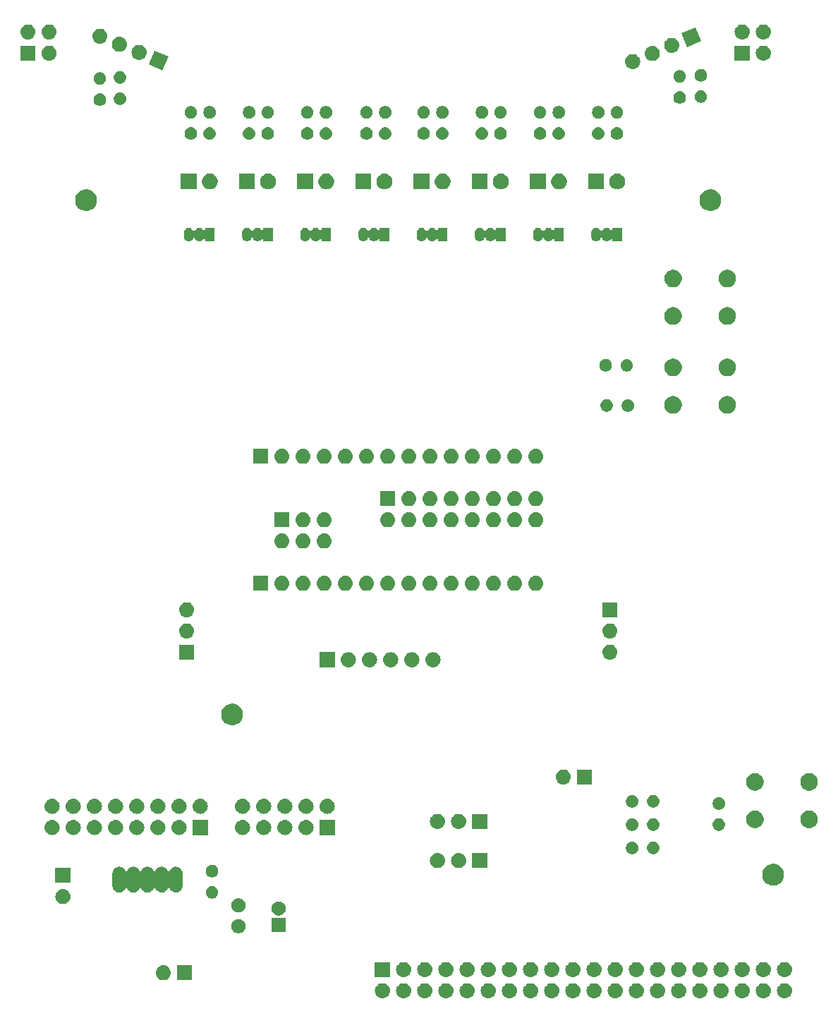
<source format=gbs>
%TF.GenerationSoftware,KiCad,Pcbnew,5.1.2*%
%TF.CreationDate,2019-06-26T00:58:13-07:00*%
%TF.ProjectId,tinyfpga-raspi-romi-board,74696e79-6670-4676-912d-72617370692d,rev?*%
%TF.SameCoordinates,Original*%
%TF.FileFunction,Soldermask,Bot*%
%TF.FilePolarity,Negative*%
%FSLAX46Y46*%
G04 Gerber Fmt 4.6, Leading zero omitted, Abs format (unit mm)*
G04 Created by KiCad (PCBNEW 5.1.2) date 2019-06-26 00:58:13*
%MOMM*%
%LPD*%
G04 APERTURE LIST*
%ADD10C,0.100000*%
G04 APERTURE END LIST*
D10*
G36*
X122665442Y-146425518D02*
G01*
X122731627Y-146432037D01*
X122901466Y-146483557D01*
X123057991Y-146567222D01*
X123093729Y-146596552D01*
X123195186Y-146679814D01*
X123278448Y-146781271D01*
X123307778Y-146817009D01*
X123391443Y-146973534D01*
X123442963Y-147143373D01*
X123460359Y-147320000D01*
X123442963Y-147496627D01*
X123391443Y-147666466D01*
X123307778Y-147822991D01*
X123278448Y-147858729D01*
X123195186Y-147960186D01*
X123093729Y-148043448D01*
X123057991Y-148072778D01*
X122901466Y-148156443D01*
X122731627Y-148207963D01*
X122665442Y-148214482D01*
X122599260Y-148221000D01*
X122510740Y-148221000D01*
X122444558Y-148214482D01*
X122378373Y-148207963D01*
X122208534Y-148156443D01*
X122052009Y-148072778D01*
X122016271Y-148043448D01*
X121914814Y-147960186D01*
X121831552Y-147858729D01*
X121802222Y-147822991D01*
X121718557Y-147666466D01*
X121667037Y-147496627D01*
X121649641Y-147320000D01*
X121667037Y-147143373D01*
X121718557Y-146973534D01*
X121802222Y-146817009D01*
X121831552Y-146781271D01*
X121914814Y-146679814D01*
X122016271Y-146596552D01*
X122052009Y-146567222D01*
X122208534Y-146483557D01*
X122378373Y-146432037D01*
X122444558Y-146425518D01*
X122510740Y-146419000D01*
X122599260Y-146419000D01*
X122665442Y-146425518D01*
X122665442Y-146425518D01*
G37*
G36*
X127745442Y-146425518D02*
G01*
X127811627Y-146432037D01*
X127981466Y-146483557D01*
X128137991Y-146567222D01*
X128173729Y-146596552D01*
X128275186Y-146679814D01*
X128358448Y-146781271D01*
X128387778Y-146817009D01*
X128471443Y-146973534D01*
X128522963Y-147143373D01*
X128540359Y-147320000D01*
X128522963Y-147496627D01*
X128471443Y-147666466D01*
X128387778Y-147822991D01*
X128358448Y-147858729D01*
X128275186Y-147960186D01*
X128173729Y-148043448D01*
X128137991Y-148072778D01*
X127981466Y-148156443D01*
X127811627Y-148207963D01*
X127745442Y-148214482D01*
X127679260Y-148221000D01*
X127590740Y-148221000D01*
X127524558Y-148214482D01*
X127458373Y-148207963D01*
X127288534Y-148156443D01*
X127132009Y-148072778D01*
X127096271Y-148043448D01*
X126994814Y-147960186D01*
X126911552Y-147858729D01*
X126882222Y-147822991D01*
X126798557Y-147666466D01*
X126747037Y-147496627D01*
X126729641Y-147320000D01*
X126747037Y-147143373D01*
X126798557Y-146973534D01*
X126882222Y-146817009D01*
X126911552Y-146781271D01*
X126994814Y-146679814D01*
X127096271Y-146596552D01*
X127132009Y-146567222D01*
X127288534Y-146483557D01*
X127458373Y-146432037D01*
X127524558Y-146425518D01*
X127590740Y-146419000D01*
X127679260Y-146419000D01*
X127745442Y-146425518D01*
X127745442Y-146425518D01*
G37*
G36*
X145525442Y-146425518D02*
G01*
X145591627Y-146432037D01*
X145761466Y-146483557D01*
X145917991Y-146567222D01*
X145953729Y-146596552D01*
X146055186Y-146679814D01*
X146138448Y-146781271D01*
X146167778Y-146817009D01*
X146251443Y-146973534D01*
X146302963Y-147143373D01*
X146320359Y-147320000D01*
X146302963Y-147496627D01*
X146251443Y-147666466D01*
X146167778Y-147822991D01*
X146138448Y-147858729D01*
X146055186Y-147960186D01*
X145953729Y-148043448D01*
X145917991Y-148072778D01*
X145761466Y-148156443D01*
X145591627Y-148207963D01*
X145525442Y-148214482D01*
X145459260Y-148221000D01*
X145370740Y-148221000D01*
X145304558Y-148214482D01*
X145238373Y-148207963D01*
X145068534Y-148156443D01*
X144912009Y-148072778D01*
X144876271Y-148043448D01*
X144774814Y-147960186D01*
X144691552Y-147858729D01*
X144662222Y-147822991D01*
X144578557Y-147666466D01*
X144527037Y-147496627D01*
X144509641Y-147320000D01*
X144527037Y-147143373D01*
X144578557Y-146973534D01*
X144662222Y-146817009D01*
X144691552Y-146781271D01*
X144774814Y-146679814D01*
X144876271Y-146596552D01*
X144912009Y-146567222D01*
X145068534Y-146483557D01*
X145238373Y-146432037D01*
X145304558Y-146425518D01*
X145370740Y-146419000D01*
X145459260Y-146419000D01*
X145525442Y-146425518D01*
X145525442Y-146425518D01*
G37*
G36*
X142985442Y-146425518D02*
G01*
X143051627Y-146432037D01*
X143221466Y-146483557D01*
X143377991Y-146567222D01*
X143413729Y-146596552D01*
X143515186Y-146679814D01*
X143598448Y-146781271D01*
X143627778Y-146817009D01*
X143711443Y-146973534D01*
X143762963Y-147143373D01*
X143780359Y-147320000D01*
X143762963Y-147496627D01*
X143711443Y-147666466D01*
X143627778Y-147822991D01*
X143598448Y-147858729D01*
X143515186Y-147960186D01*
X143413729Y-148043448D01*
X143377991Y-148072778D01*
X143221466Y-148156443D01*
X143051627Y-148207963D01*
X142985442Y-148214482D01*
X142919260Y-148221000D01*
X142830740Y-148221000D01*
X142764558Y-148214482D01*
X142698373Y-148207963D01*
X142528534Y-148156443D01*
X142372009Y-148072778D01*
X142336271Y-148043448D01*
X142234814Y-147960186D01*
X142151552Y-147858729D01*
X142122222Y-147822991D01*
X142038557Y-147666466D01*
X141987037Y-147496627D01*
X141969641Y-147320000D01*
X141987037Y-147143373D01*
X142038557Y-146973534D01*
X142122222Y-146817009D01*
X142151552Y-146781271D01*
X142234814Y-146679814D01*
X142336271Y-146596552D01*
X142372009Y-146567222D01*
X142528534Y-146483557D01*
X142698373Y-146432037D01*
X142764558Y-146425518D01*
X142830740Y-146419000D01*
X142919260Y-146419000D01*
X142985442Y-146425518D01*
X142985442Y-146425518D01*
G37*
G36*
X140445442Y-146425518D02*
G01*
X140511627Y-146432037D01*
X140681466Y-146483557D01*
X140837991Y-146567222D01*
X140873729Y-146596552D01*
X140975186Y-146679814D01*
X141058448Y-146781271D01*
X141087778Y-146817009D01*
X141171443Y-146973534D01*
X141222963Y-147143373D01*
X141240359Y-147320000D01*
X141222963Y-147496627D01*
X141171443Y-147666466D01*
X141087778Y-147822991D01*
X141058448Y-147858729D01*
X140975186Y-147960186D01*
X140873729Y-148043448D01*
X140837991Y-148072778D01*
X140681466Y-148156443D01*
X140511627Y-148207963D01*
X140445442Y-148214482D01*
X140379260Y-148221000D01*
X140290740Y-148221000D01*
X140224558Y-148214482D01*
X140158373Y-148207963D01*
X139988534Y-148156443D01*
X139832009Y-148072778D01*
X139796271Y-148043448D01*
X139694814Y-147960186D01*
X139611552Y-147858729D01*
X139582222Y-147822991D01*
X139498557Y-147666466D01*
X139447037Y-147496627D01*
X139429641Y-147320000D01*
X139447037Y-147143373D01*
X139498557Y-146973534D01*
X139582222Y-146817009D01*
X139611552Y-146781271D01*
X139694814Y-146679814D01*
X139796271Y-146596552D01*
X139832009Y-146567222D01*
X139988534Y-146483557D01*
X140158373Y-146432037D01*
X140224558Y-146425518D01*
X140290740Y-146419000D01*
X140379260Y-146419000D01*
X140445442Y-146425518D01*
X140445442Y-146425518D01*
G37*
G36*
X148065442Y-146425518D02*
G01*
X148131627Y-146432037D01*
X148301466Y-146483557D01*
X148457991Y-146567222D01*
X148493729Y-146596552D01*
X148595186Y-146679814D01*
X148678448Y-146781271D01*
X148707778Y-146817009D01*
X148791443Y-146973534D01*
X148842963Y-147143373D01*
X148860359Y-147320000D01*
X148842963Y-147496627D01*
X148791443Y-147666466D01*
X148707778Y-147822991D01*
X148678448Y-147858729D01*
X148595186Y-147960186D01*
X148493729Y-148043448D01*
X148457991Y-148072778D01*
X148301466Y-148156443D01*
X148131627Y-148207963D01*
X148065442Y-148214482D01*
X147999260Y-148221000D01*
X147910740Y-148221000D01*
X147844558Y-148214482D01*
X147778373Y-148207963D01*
X147608534Y-148156443D01*
X147452009Y-148072778D01*
X147416271Y-148043448D01*
X147314814Y-147960186D01*
X147231552Y-147858729D01*
X147202222Y-147822991D01*
X147118557Y-147666466D01*
X147067037Y-147496627D01*
X147049641Y-147320000D01*
X147067037Y-147143373D01*
X147118557Y-146973534D01*
X147202222Y-146817009D01*
X147231552Y-146781271D01*
X147314814Y-146679814D01*
X147416271Y-146596552D01*
X147452009Y-146567222D01*
X147608534Y-146483557D01*
X147778373Y-146432037D01*
X147844558Y-146425518D01*
X147910740Y-146419000D01*
X147999260Y-146419000D01*
X148065442Y-146425518D01*
X148065442Y-146425518D01*
G37*
G36*
X137905442Y-146425518D02*
G01*
X137971627Y-146432037D01*
X138141466Y-146483557D01*
X138297991Y-146567222D01*
X138333729Y-146596552D01*
X138435186Y-146679814D01*
X138518448Y-146781271D01*
X138547778Y-146817009D01*
X138631443Y-146973534D01*
X138682963Y-147143373D01*
X138700359Y-147320000D01*
X138682963Y-147496627D01*
X138631443Y-147666466D01*
X138547778Y-147822991D01*
X138518448Y-147858729D01*
X138435186Y-147960186D01*
X138333729Y-148043448D01*
X138297991Y-148072778D01*
X138141466Y-148156443D01*
X137971627Y-148207963D01*
X137905442Y-148214482D01*
X137839260Y-148221000D01*
X137750740Y-148221000D01*
X137684558Y-148214482D01*
X137618373Y-148207963D01*
X137448534Y-148156443D01*
X137292009Y-148072778D01*
X137256271Y-148043448D01*
X137154814Y-147960186D01*
X137071552Y-147858729D01*
X137042222Y-147822991D01*
X136958557Y-147666466D01*
X136907037Y-147496627D01*
X136889641Y-147320000D01*
X136907037Y-147143373D01*
X136958557Y-146973534D01*
X137042222Y-146817009D01*
X137071552Y-146781271D01*
X137154814Y-146679814D01*
X137256271Y-146596552D01*
X137292009Y-146567222D01*
X137448534Y-146483557D01*
X137618373Y-146432037D01*
X137684558Y-146425518D01*
X137750740Y-146419000D01*
X137839260Y-146419000D01*
X137905442Y-146425518D01*
X137905442Y-146425518D01*
G37*
G36*
X135365442Y-146425518D02*
G01*
X135431627Y-146432037D01*
X135601466Y-146483557D01*
X135757991Y-146567222D01*
X135793729Y-146596552D01*
X135895186Y-146679814D01*
X135978448Y-146781271D01*
X136007778Y-146817009D01*
X136091443Y-146973534D01*
X136142963Y-147143373D01*
X136160359Y-147320000D01*
X136142963Y-147496627D01*
X136091443Y-147666466D01*
X136007778Y-147822991D01*
X135978448Y-147858729D01*
X135895186Y-147960186D01*
X135793729Y-148043448D01*
X135757991Y-148072778D01*
X135601466Y-148156443D01*
X135431627Y-148207963D01*
X135365442Y-148214482D01*
X135299260Y-148221000D01*
X135210740Y-148221000D01*
X135144558Y-148214482D01*
X135078373Y-148207963D01*
X134908534Y-148156443D01*
X134752009Y-148072778D01*
X134716271Y-148043448D01*
X134614814Y-147960186D01*
X134531552Y-147858729D01*
X134502222Y-147822991D01*
X134418557Y-147666466D01*
X134367037Y-147496627D01*
X134349641Y-147320000D01*
X134367037Y-147143373D01*
X134418557Y-146973534D01*
X134502222Y-146817009D01*
X134531552Y-146781271D01*
X134614814Y-146679814D01*
X134716271Y-146596552D01*
X134752009Y-146567222D01*
X134908534Y-146483557D01*
X135078373Y-146432037D01*
X135144558Y-146425518D01*
X135210740Y-146419000D01*
X135299260Y-146419000D01*
X135365442Y-146425518D01*
X135365442Y-146425518D01*
G37*
G36*
X132825442Y-146425518D02*
G01*
X132891627Y-146432037D01*
X133061466Y-146483557D01*
X133217991Y-146567222D01*
X133253729Y-146596552D01*
X133355186Y-146679814D01*
X133438448Y-146781271D01*
X133467778Y-146817009D01*
X133551443Y-146973534D01*
X133602963Y-147143373D01*
X133620359Y-147320000D01*
X133602963Y-147496627D01*
X133551443Y-147666466D01*
X133467778Y-147822991D01*
X133438448Y-147858729D01*
X133355186Y-147960186D01*
X133253729Y-148043448D01*
X133217991Y-148072778D01*
X133061466Y-148156443D01*
X132891627Y-148207963D01*
X132825442Y-148214482D01*
X132759260Y-148221000D01*
X132670740Y-148221000D01*
X132604558Y-148214482D01*
X132538373Y-148207963D01*
X132368534Y-148156443D01*
X132212009Y-148072778D01*
X132176271Y-148043448D01*
X132074814Y-147960186D01*
X131991552Y-147858729D01*
X131962222Y-147822991D01*
X131878557Y-147666466D01*
X131827037Y-147496627D01*
X131809641Y-147320000D01*
X131827037Y-147143373D01*
X131878557Y-146973534D01*
X131962222Y-146817009D01*
X131991552Y-146781271D01*
X132074814Y-146679814D01*
X132176271Y-146596552D01*
X132212009Y-146567222D01*
X132368534Y-146483557D01*
X132538373Y-146432037D01*
X132604558Y-146425518D01*
X132670740Y-146419000D01*
X132759260Y-146419000D01*
X132825442Y-146425518D01*
X132825442Y-146425518D01*
G37*
G36*
X130285442Y-146425518D02*
G01*
X130351627Y-146432037D01*
X130521466Y-146483557D01*
X130677991Y-146567222D01*
X130713729Y-146596552D01*
X130815186Y-146679814D01*
X130898448Y-146781271D01*
X130927778Y-146817009D01*
X131011443Y-146973534D01*
X131062963Y-147143373D01*
X131080359Y-147320000D01*
X131062963Y-147496627D01*
X131011443Y-147666466D01*
X130927778Y-147822991D01*
X130898448Y-147858729D01*
X130815186Y-147960186D01*
X130713729Y-148043448D01*
X130677991Y-148072778D01*
X130521466Y-148156443D01*
X130351627Y-148207963D01*
X130285442Y-148214482D01*
X130219260Y-148221000D01*
X130130740Y-148221000D01*
X130064558Y-148214482D01*
X129998373Y-148207963D01*
X129828534Y-148156443D01*
X129672009Y-148072778D01*
X129636271Y-148043448D01*
X129534814Y-147960186D01*
X129451552Y-147858729D01*
X129422222Y-147822991D01*
X129338557Y-147666466D01*
X129287037Y-147496627D01*
X129269641Y-147320000D01*
X129287037Y-147143373D01*
X129338557Y-146973534D01*
X129422222Y-146817009D01*
X129451552Y-146781271D01*
X129534814Y-146679814D01*
X129636271Y-146596552D01*
X129672009Y-146567222D01*
X129828534Y-146483557D01*
X129998373Y-146432037D01*
X130064558Y-146425518D01*
X130130740Y-146419000D01*
X130219260Y-146419000D01*
X130285442Y-146425518D01*
X130285442Y-146425518D01*
G37*
G36*
X112505442Y-146425518D02*
G01*
X112571627Y-146432037D01*
X112741466Y-146483557D01*
X112897991Y-146567222D01*
X112933729Y-146596552D01*
X113035186Y-146679814D01*
X113118448Y-146781271D01*
X113147778Y-146817009D01*
X113231443Y-146973534D01*
X113282963Y-147143373D01*
X113300359Y-147320000D01*
X113282963Y-147496627D01*
X113231443Y-147666466D01*
X113147778Y-147822991D01*
X113118448Y-147858729D01*
X113035186Y-147960186D01*
X112933729Y-148043448D01*
X112897991Y-148072778D01*
X112741466Y-148156443D01*
X112571627Y-148207963D01*
X112505442Y-148214482D01*
X112439260Y-148221000D01*
X112350740Y-148221000D01*
X112284558Y-148214482D01*
X112218373Y-148207963D01*
X112048534Y-148156443D01*
X111892009Y-148072778D01*
X111856271Y-148043448D01*
X111754814Y-147960186D01*
X111671552Y-147858729D01*
X111642222Y-147822991D01*
X111558557Y-147666466D01*
X111507037Y-147496627D01*
X111489641Y-147320000D01*
X111507037Y-147143373D01*
X111558557Y-146973534D01*
X111642222Y-146817009D01*
X111671552Y-146781271D01*
X111754814Y-146679814D01*
X111856271Y-146596552D01*
X111892009Y-146567222D01*
X112048534Y-146483557D01*
X112218373Y-146432037D01*
X112284558Y-146425518D01*
X112350740Y-146419000D01*
X112439260Y-146419000D01*
X112505442Y-146425518D01*
X112505442Y-146425518D01*
G37*
G36*
X150605442Y-146425518D02*
G01*
X150671627Y-146432037D01*
X150841466Y-146483557D01*
X150997991Y-146567222D01*
X151033729Y-146596552D01*
X151135186Y-146679814D01*
X151218448Y-146781271D01*
X151247778Y-146817009D01*
X151331443Y-146973534D01*
X151382963Y-147143373D01*
X151400359Y-147320000D01*
X151382963Y-147496627D01*
X151331443Y-147666466D01*
X151247778Y-147822991D01*
X151218448Y-147858729D01*
X151135186Y-147960186D01*
X151033729Y-148043448D01*
X150997991Y-148072778D01*
X150841466Y-148156443D01*
X150671627Y-148207963D01*
X150605442Y-148214482D01*
X150539260Y-148221000D01*
X150450740Y-148221000D01*
X150384558Y-148214482D01*
X150318373Y-148207963D01*
X150148534Y-148156443D01*
X149992009Y-148072778D01*
X149956271Y-148043448D01*
X149854814Y-147960186D01*
X149771552Y-147858729D01*
X149742222Y-147822991D01*
X149658557Y-147666466D01*
X149607037Y-147496627D01*
X149589641Y-147320000D01*
X149607037Y-147143373D01*
X149658557Y-146973534D01*
X149742222Y-146817009D01*
X149771552Y-146781271D01*
X149854814Y-146679814D01*
X149956271Y-146596552D01*
X149992009Y-146567222D01*
X150148534Y-146483557D01*
X150318373Y-146432037D01*
X150384558Y-146425518D01*
X150450740Y-146419000D01*
X150539260Y-146419000D01*
X150605442Y-146425518D01*
X150605442Y-146425518D01*
G37*
G36*
X102345442Y-146425518D02*
G01*
X102411627Y-146432037D01*
X102581466Y-146483557D01*
X102737991Y-146567222D01*
X102773729Y-146596552D01*
X102875186Y-146679814D01*
X102958448Y-146781271D01*
X102987778Y-146817009D01*
X103071443Y-146973534D01*
X103122963Y-147143373D01*
X103140359Y-147320000D01*
X103122963Y-147496627D01*
X103071443Y-147666466D01*
X102987778Y-147822991D01*
X102958448Y-147858729D01*
X102875186Y-147960186D01*
X102773729Y-148043448D01*
X102737991Y-148072778D01*
X102581466Y-148156443D01*
X102411627Y-148207963D01*
X102345442Y-148214482D01*
X102279260Y-148221000D01*
X102190740Y-148221000D01*
X102124558Y-148214482D01*
X102058373Y-148207963D01*
X101888534Y-148156443D01*
X101732009Y-148072778D01*
X101696271Y-148043448D01*
X101594814Y-147960186D01*
X101511552Y-147858729D01*
X101482222Y-147822991D01*
X101398557Y-147666466D01*
X101347037Y-147496627D01*
X101329641Y-147320000D01*
X101347037Y-147143373D01*
X101398557Y-146973534D01*
X101482222Y-146817009D01*
X101511552Y-146781271D01*
X101594814Y-146679814D01*
X101696271Y-146596552D01*
X101732009Y-146567222D01*
X101888534Y-146483557D01*
X102058373Y-146432037D01*
X102124558Y-146425518D01*
X102190740Y-146419000D01*
X102279260Y-146419000D01*
X102345442Y-146425518D01*
X102345442Y-146425518D01*
G37*
G36*
X104885442Y-146425518D02*
G01*
X104951627Y-146432037D01*
X105121466Y-146483557D01*
X105277991Y-146567222D01*
X105313729Y-146596552D01*
X105415186Y-146679814D01*
X105498448Y-146781271D01*
X105527778Y-146817009D01*
X105611443Y-146973534D01*
X105662963Y-147143373D01*
X105680359Y-147320000D01*
X105662963Y-147496627D01*
X105611443Y-147666466D01*
X105527778Y-147822991D01*
X105498448Y-147858729D01*
X105415186Y-147960186D01*
X105313729Y-148043448D01*
X105277991Y-148072778D01*
X105121466Y-148156443D01*
X104951627Y-148207963D01*
X104885442Y-148214482D01*
X104819260Y-148221000D01*
X104730740Y-148221000D01*
X104664558Y-148214482D01*
X104598373Y-148207963D01*
X104428534Y-148156443D01*
X104272009Y-148072778D01*
X104236271Y-148043448D01*
X104134814Y-147960186D01*
X104051552Y-147858729D01*
X104022222Y-147822991D01*
X103938557Y-147666466D01*
X103887037Y-147496627D01*
X103869641Y-147320000D01*
X103887037Y-147143373D01*
X103938557Y-146973534D01*
X104022222Y-146817009D01*
X104051552Y-146781271D01*
X104134814Y-146679814D01*
X104236271Y-146596552D01*
X104272009Y-146567222D01*
X104428534Y-146483557D01*
X104598373Y-146432037D01*
X104664558Y-146425518D01*
X104730740Y-146419000D01*
X104819260Y-146419000D01*
X104885442Y-146425518D01*
X104885442Y-146425518D01*
G37*
G36*
X107425442Y-146425518D02*
G01*
X107491627Y-146432037D01*
X107661466Y-146483557D01*
X107817991Y-146567222D01*
X107853729Y-146596552D01*
X107955186Y-146679814D01*
X108038448Y-146781271D01*
X108067778Y-146817009D01*
X108151443Y-146973534D01*
X108202963Y-147143373D01*
X108220359Y-147320000D01*
X108202963Y-147496627D01*
X108151443Y-147666466D01*
X108067778Y-147822991D01*
X108038448Y-147858729D01*
X107955186Y-147960186D01*
X107853729Y-148043448D01*
X107817991Y-148072778D01*
X107661466Y-148156443D01*
X107491627Y-148207963D01*
X107425442Y-148214482D01*
X107359260Y-148221000D01*
X107270740Y-148221000D01*
X107204558Y-148214482D01*
X107138373Y-148207963D01*
X106968534Y-148156443D01*
X106812009Y-148072778D01*
X106776271Y-148043448D01*
X106674814Y-147960186D01*
X106591552Y-147858729D01*
X106562222Y-147822991D01*
X106478557Y-147666466D01*
X106427037Y-147496627D01*
X106409641Y-147320000D01*
X106427037Y-147143373D01*
X106478557Y-146973534D01*
X106562222Y-146817009D01*
X106591552Y-146781271D01*
X106674814Y-146679814D01*
X106776271Y-146596552D01*
X106812009Y-146567222D01*
X106968534Y-146483557D01*
X107138373Y-146432037D01*
X107204558Y-146425518D01*
X107270740Y-146419000D01*
X107359260Y-146419000D01*
X107425442Y-146425518D01*
X107425442Y-146425518D01*
G37*
G36*
X109965442Y-146425518D02*
G01*
X110031627Y-146432037D01*
X110201466Y-146483557D01*
X110357991Y-146567222D01*
X110393729Y-146596552D01*
X110495186Y-146679814D01*
X110578448Y-146781271D01*
X110607778Y-146817009D01*
X110691443Y-146973534D01*
X110742963Y-147143373D01*
X110760359Y-147320000D01*
X110742963Y-147496627D01*
X110691443Y-147666466D01*
X110607778Y-147822991D01*
X110578448Y-147858729D01*
X110495186Y-147960186D01*
X110393729Y-148043448D01*
X110357991Y-148072778D01*
X110201466Y-148156443D01*
X110031627Y-148207963D01*
X109965442Y-148214482D01*
X109899260Y-148221000D01*
X109810740Y-148221000D01*
X109744558Y-148214482D01*
X109678373Y-148207963D01*
X109508534Y-148156443D01*
X109352009Y-148072778D01*
X109316271Y-148043448D01*
X109214814Y-147960186D01*
X109131552Y-147858729D01*
X109102222Y-147822991D01*
X109018557Y-147666466D01*
X108967037Y-147496627D01*
X108949641Y-147320000D01*
X108967037Y-147143373D01*
X109018557Y-146973534D01*
X109102222Y-146817009D01*
X109131552Y-146781271D01*
X109214814Y-146679814D01*
X109316271Y-146596552D01*
X109352009Y-146567222D01*
X109508534Y-146483557D01*
X109678373Y-146432037D01*
X109744558Y-146425518D01*
X109810740Y-146419000D01*
X109899260Y-146419000D01*
X109965442Y-146425518D01*
X109965442Y-146425518D01*
G37*
G36*
X115045442Y-146425518D02*
G01*
X115111627Y-146432037D01*
X115281466Y-146483557D01*
X115437991Y-146567222D01*
X115473729Y-146596552D01*
X115575186Y-146679814D01*
X115658448Y-146781271D01*
X115687778Y-146817009D01*
X115771443Y-146973534D01*
X115822963Y-147143373D01*
X115840359Y-147320000D01*
X115822963Y-147496627D01*
X115771443Y-147666466D01*
X115687778Y-147822991D01*
X115658448Y-147858729D01*
X115575186Y-147960186D01*
X115473729Y-148043448D01*
X115437991Y-148072778D01*
X115281466Y-148156443D01*
X115111627Y-148207963D01*
X115045442Y-148214482D01*
X114979260Y-148221000D01*
X114890740Y-148221000D01*
X114824558Y-148214482D01*
X114758373Y-148207963D01*
X114588534Y-148156443D01*
X114432009Y-148072778D01*
X114396271Y-148043448D01*
X114294814Y-147960186D01*
X114211552Y-147858729D01*
X114182222Y-147822991D01*
X114098557Y-147666466D01*
X114047037Y-147496627D01*
X114029641Y-147320000D01*
X114047037Y-147143373D01*
X114098557Y-146973534D01*
X114182222Y-146817009D01*
X114211552Y-146781271D01*
X114294814Y-146679814D01*
X114396271Y-146596552D01*
X114432009Y-146567222D01*
X114588534Y-146483557D01*
X114758373Y-146432037D01*
X114824558Y-146425518D01*
X114890740Y-146419000D01*
X114979260Y-146419000D01*
X115045442Y-146425518D01*
X115045442Y-146425518D01*
G37*
G36*
X117585442Y-146425518D02*
G01*
X117651627Y-146432037D01*
X117821466Y-146483557D01*
X117977991Y-146567222D01*
X118013729Y-146596552D01*
X118115186Y-146679814D01*
X118198448Y-146781271D01*
X118227778Y-146817009D01*
X118311443Y-146973534D01*
X118362963Y-147143373D01*
X118380359Y-147320000D01*
X118362963Y-147496627D01*
X118311443Y-147666466D01*
X118227778Y-147822991D01*
X118198448Y-147858729D01*
X118115186Y-147960186D01*
X118013729Y-148043448D01*
X117977991Y-148072778D01*
X117821466Y-148156443D01*
X117651627Y-148207963D01*
X117585442Y-148214482D01*
X117519260Y-148221000D01*
X117430740Y-148221000D01*
X117364558Y-148214482D01*
X117298373Y-148207963D01*
X117128534Y-148156443D01*
X116972009Y-148072778D01*
X116936271Y-148043448D01*
X116834814Y-147960186D01*
X116751552Y-147858729D01*
X116722222Y-147822991D01*
X116638557Y-147666466D01*
X116587037Y-147496627D01*
X116569641Y-147320000D01*
X116587037Y-147143373D01*
X116638557Y-146973534D01*
X116722222Y-146817009D01*
X116751552Y-146781271D01*
X116834814Y-146679814D01*
X116936271Y-146596552D01*
X116972009Y-146567222D01*
X117128534Y-146483557D01*
X117298373Y-146432037D01*
X117364558Y-146425518D01*
X117430740Y-146419000D01*
X117519260Y-146419000D01*
X117585442Y-146425518D01*
X117585442Y-146425518D01*
G37*
G36*
X120125442Y-146425518D02*
G01*
X120191627Y-146432037D01*
X120361466Y-146483557D01*
X120517991Y-146567222D01*
X120553729Y-146596552D01*
X120655186Y-146679814D01*
X120738448Y-146781271D01*
X120767778Y-146817009D01*
X120851443Y-146973534D01*
X120902963Y-147143373D01*
X120920359Y-147320000D01*
X120902963Y-147496627D01*
X120851443Y-147666466D01*
X120767778Y-147822991D01*
X120738448Y-147858729D01*
X120655186Y-147960186D01*
X120553729Y-148043448D01*
X120517991Y-148072778D01*
X120361466Y-148156443D01*
X120191627Y-148207963D01*
X120125442Y-148214482D01*
X120059260Y-148221000D01*
X119970740Y-148221000D01*
X119904558Y-148214482D01*
X119838373Y-148207963D01*
X119668534Y-148156443D01*
X119512009Y-148072778D01*
X119476271Y-148043448D01*
X119374814Y-147960186D01*
X119291552Y-147858729D01*
X119262222Y-147822991D01*
X119178557Y-147666466D01*
X119127037Y-147496627D01*
X119109641Y-147320000D01*
X119127037Y-147143373D01*
X119178557Y-146973534D01*
X119262222Y-146817009D01*
X119291552Y-146781271D01*
X119374814Y-146679814D01*
X119476271Y-146596552D01*
X119512009Y-146567222D01*
X119668534Y-146483557D01*
X119838373Y-146432037D01*
X119904558Y-146425518D01*
X119970740Y-146419000D01*
X120059260Y-146419000D01*
X120125442Y-146425518D01*
X120125442Y-146425518D01*
G37*
G36*
X125205442Y-146425518D02*
G01*
X125271627Y-146432037D01*
X125441466Y-146483557D01*
X125597991Y-146567222D01*
X125633729Y-146596552D01*
X125735186Y-146679814D01*
X125818448Y-146781271D01*
X125847778Y-146817009D01*
X125931443Y-146973534D01*
X125982963Y-147143373D01*
X126000359Y-147320000D01*
X125982963Y-147496627D01*
X125931443Y-147666466D01*
X125847778Y-147822991D01*
X125818448Y-147858729D01*
X125735186Y-147960186D01*
X125633729Y-148043448D01*
X125597991Y-148072778D01*
X125441466Y-148156443D01*
X125271627Y-148207963D01*
X125205442Y-148214482D01*
X125139260Y-148221000D01*
X125050740Y-148221000D01*
X124984558Y-148214482D01*
X124918373Y-148207963D01*
X124748534Y-148156443D01*
X124592009Y-148072778D01*
X124556271Y-148043448D01*
X124454814Y-147960186D01*
X124371552Y-147858729D01*
X124342222Y-147822991D01*
X124258557Y-147666466D01*
X124207037Y-147496627D01*
X124189641Y-147320000D01*
X124207037Y-147143373D01*
X124258557Y-146973534D01*
X124342222Y-146817009D01*
X124371552Y-146781271D01*
X124454814Y-146679814D01*
X124556271Y-146596552D01*
X124592009Y-146567222D01*
X124748534Y-146483557D01*
X124918373Y-146432037D01*
X124984558Y-146425518D01*
X125050740Y-146419000D01*
X125139260Y-146419000D01*
X125205442Y-146425518D01*
X125205442Y-146425518D01*
G37*
G36*
X79387000Y-146062000D02*
G01*
X77585000Y-146062000D01*
X77585000Y-144260000D01*
X79387000Y-144260000D01*
X79387000Y-146062000D01*
X79387000Y-146062000D01*
G37*
G36*
X76056443Y-144266519D02*
G01*
X76122627Y-144273037D01*
X76292466Y-144324557D01*
X76448991Y-144408222D01*
X76484729Y-144437552D01*
X76586186Y-144520814D01*
X76653939Y-144603373D01*
X76698778Y-144658009D01*
X76782443Y-144814534D01*
X76833963Y-144984373D01*
X76851359Y-145161000D01*
X76833963Y-145337627D01*
X76782443Y-145507466D01*
X76698778Y-145663991D01*
X76695518Y-145667963D01*
X76586186Y-145801186D01*
X76484729Y-145884448D01*
X76448991Y-145913778D01*
X76292466Y-145997443D01*
X76122627Y-146048963D01*
X76056442Y-146055482D01*
X75990260Y-146062000D01*
X75901740Y-146062000D01*
X75835558Y-146055482D01*
X75769373Y-146048963D01*
X75599534Y-145997443D01*
X75443009Y-145913778D01*
X75407271Y-145884448D01*
X75305814Y-145801186D01*
X75196482Y-145667963D01*
X75193222Y-145663991D01*
X75109557Y-145507466D01*
X75058037Y-145337627D01*
X75040641Y-145161000D01*
X75058037Y-144984373D01*
X75109557Y-144814534D01*
X75193222Y-144658009D01*
X75238061Y-144603373D01*
X75305814Y-144520814D01*
X75407271Y-144437552D01*
X75443009Y-144408222D01*
X75599534Y-144324557D01*
X75769373Y-144273037D01*
X75835557Y-144266519D01*
X75901740Y-144260000D01*
X75990260Y-144260000D01*
X76056443Y-144266519D01*
X76056443Y-144266519D01*
G37*
G36*
X130285443Y-143885519D02*
G01*
X130351627Y-143892037D01*
X130521466Y-143943557D01*
X130677991Y-144027222D01*
X130713729Y-144056552D01*
X130815186Y-144139814D01*
X130898448Y-144241271D01*
X130927778Y-144277009D01*
X131011443Y-144433534D01*
X131062963Y-144603373D01*
X131080359Y-144780000D01*
X131062963Y-144956627D01*
X131011443Y-145126466D01*
X130927778Y-145282991D01*
X130898448Y-145318729D01*
X130815186Y-145420186D01*
X130713729Y-145503448D01*
X130677991Y-145532778D01*
X130521466Y-145616443D01*
X130351627Y-145667963D01*
X130285443Y-145674481D01*
X130219260Y-145681000D01*
X130130740Y-145681000D01*
X130064557Y-145674481D01*
X129998373Y-145667963D01*
X129828534Y-145616443D01*
X129672009Y-145532778D01*
X129636271Y-145503448D01*
X129534814Y-145420186D01*
X129451552Y-145318729D01*
X129422222Y-145282991D01*
X129338557Y-145126466D01*
X129287037Y-144956627D01*
X129269641Y-144780000D01*
X129287037Y-144603373D01*
X129338557Y-144433534D01*
X129422222Y-144277009D01*
X129451552Y-144241271D01*
X129534814Y-144139814D01*
X129636271Y-144056552D01*
X129672009Y-144027222D01*
X129828534Y-143943557D01*
X129998373Y-143892037D01*
X130064557Y-143885519D01*
X130130740Y-143879000D01*
X130219260Y-143879000D01*
X130285443Y-143885519D01*
X130285443Y-143885519D01*
G37*
G36*
X150605443Y-143885519D02*
G01*
X150671627Y-143892037D01*
X150841466Y-143943557D01*
X150997991Y-144027222D01*
X151033729Y-144056552D01*
X151135186Y-144139814D01*
X151218448Y-144241271D01*
X151247778Y-144277009D01*
X151331443Y-144433534D01*
X151382963Y-144603373D01*
X151400359Y-144780000D01*
X151382963Y-144956627D01*
X151331443Y-145126466D01*
X151247778Y-145282991D01*
X151218448Y-145318729D01*
X151135186Y-145420186D01*
X151033729Y-145503448D01*
X150997991Y-145532778D01*
X150841466Y-145616443D01*
X150671627Y-145667963D01*
X150605443Y-145674481D01*
X150539260Y-145681000D01*
X150450740Y-145681000D01*
X150384557Y-145674481D01*
X150318373Y-145667963D01*
X150148534Y-145616443D01*
X149992009Y-145532778D01*
X149956271Y-145503448D01*
X149854814Y-145420186D01*
X149771552Y-145318729D01*
X149742222Y-145282991D01*
X149658557Y-145126466D01*
X149607037Y-144956627D01*
X149589641Y-144780000D01*
X149607037Y-144603373D01*
X149658557Y-144433534D01*
X149742222Y-144277009D01*
X149771552Y-144241271D01*
X149854814Y-144139814D01*
X149956271Y-144056552D01*
X149992009Y-144027222D01*
X150148534Y-143943557D01*
X150318373Y-143892037D01*
X150384557Y-143885519D01*
X150450740Y-143879000D01*
X150539260Y-143879000D01*
X150605443Y-143885519D01*
X150605443Y-143885519D01*
G37*
G36*
X148065443Y-143885519D02*
G01*
X148131627Y-143892037D01*
X148301466Y-143943557D01*
X148457991Y-144027222D01*
X148493729Y-144056552D01*
X148595186Y-144139814D01*
X148678448Y-144241271D01*
X148707778Y-144277009D01*
X148791443Y-144433534D01*
X148842963Y-144603373D01*
X148860359Y-144780000D01*
X148842963Y-144956627D01*
X148791443Y-145126466D01*
X148707778Y-145282991D01*
X148678448Y-145318729D01*
X148595186Y-145420186D01*
X148493729Y-145503448D01*
X148457991Y-145532778D01*
X148301466Y-145616443D01*
X148131627Y-145667963D01*
X148065443Y-145674481D01*
X147999260Y-145681000D01*
X147910740Y-145681000D01*
X147844557Y-145674481D01*
X147778373Y-145667963D01*
X147608534Y-145616443D01*
X147452009Y-145532778D01*
X147416271Y-145503448D01*
X147314814Y-145420186D01*
X147231552Y-145318729D01*
X147202222Y-145282991D01*
X147118557Y-145126466D01*
X147067037Y-144956627D01*
X147049641Y-144780000D01*
X147067037Y-144603373D01*
X147118557Y-144433534D01*
X147202222Y-144277009D01*
X147231552Y-144241271D01*
X147314814Y-144139814D01*
X147416271Y-144056552D01*
X147452009Y-144027222D01*
X147608534Y-143943557D01*
X147778373Y-143892037D01*
X147844557Y-143885519D01*
X147910740Y-143879000D01*
X147999260Y-143879000D01*
X148065443Y-143885519D01*
X148065443Y-143885519D01*
G37*
G36*
X145525443Y-143885519D02*
G01*
X145591627Y-143892037D01*
X145761466Y-143943557D01*
X145917991Y-144027222D01*
X145953729Y-144056552D01*
X146055186Y-144139814D01*
X146138448Y-144241271D01*
X146167778Y-144277009D01*
X146251443Y-144433534D01*
X146302963Y-144603373D01*
X146320359Y-144780000D01*
X146302963Y-144956627D01*
X146251443Y-145126466D01*
X146167778Y-145282991D01*
X146138448Y-145318729D01*
X146055186Y-145420186D01*
X145953729Y-145503448D01*
X145917991Y-145532778D01*
X145761466Y-145616443D01*
X145591627Y-145667963D01*
X145525443Y-145674481D01*
X145459260Y-145681000D01*
X145370740Y-145681000D01*
X145304557Y-145674481D01*
X145238373Y-145667963D01*
X145068534Y-145616443D01*
X144912009Y-145532778D01*
X144876271Y-145503448D01*
X144774814Y-145420186D01*
X144691552Y-145318729D01*
X144662222Y-145282991D01*
X144578557Y-145126466D01*
X144527037Y-144956627D01*
X144509641Y-144780000D01*
X144527037Y-144603373D01*
X144578557Y-144433534D01*
X144662222Y-144277009D01*
X144691552Y-144241271D01*
X144774814Y-144139814D01*
X144876271Y-144056552D01*
X144912009Y-144027222D01*
X145068534Y-143943557D01*
X145238373Y-143892037D01*
X145304557Y-143885519D01*
X145370740Y-143879000D01*
X145459260Y-143879000D01*
X145525443Y-143885519D01*
X145525443Y-143885519D01*
G37*
G36*
X103136000Y-145681000D02*
G01*
X101334000Y-145681000D01*
X101334000Y-143879000D01*
X103136000Y-143879000D01*
X103136000Y-145681000D01*
X103136000Y-145681000D01*
G37*
G36*
X127745443Y-143885519D02*
G01*
X127811627Y-143892037D01*
X127981466Y-143943557D01*
X128137991Y-144027222D01*
X128173729Y-144056552D01*
X128275186Y-144139814D01*
X128358448Y-144241271D01*
X128387778Y-144277009D01*
X128471443Y-144433534D01*
X128522963Y-144603373D01*
X128540359Y-144780000D01*
X128522963Y-144956627D01*
X128471443Y-145126466D01*
X128387778Y-145282991D01*
X128358448Y-145318729D01*
X128275186Y-145420186D01*
X128173729Y-145503448D01*
X128137991Y-145532778D01*
X127981466Y-145616443D01*
X127811627Y-145667963D01*
X127745443Y-145674481D01*
X127679260Y-145681000D01*
X127590740Y-145681000D01*
X127524557Y-145674481D01*
X127458373Y-145667963D01*
X127288534Y-145616443D01*
X127132009Y-145532778D01*
X127096271Y-145503448D01*
X126994814Y-145420186D01*
X126911552Y-145318729D01*
X126882222Y-145282991D01*
X126798557Y-145126466D01*
X126747037Y-144956627D01*
X126729641Y-144780000D01*
X126747037Y-144603373D01*
X126798557Y-144433534D01*
X126882222Y-144277009D01*
X126911552Y-144241271D01*
X126994814Y-144139814D01*
X127096271Y-144056552D01*
X127132009Y-144027222D01*
X127288534Y-143943557D01*
X127458373Y-143892037D01*
X127524557Y-143885519D01*
X127590740Y-143879000D01*
X127679260Y-143879000D01*
X127745443Y-143885519D01*
X127745443Y-143885519D01*
G37*
G36*
X104885443Y-143885519D02*
G01*
X104951627Y-143892037D01*
X105121466Y-143943557D01*
X105277991Y-144027222D01*
X105313729Y-144056552D01*
X105415186Y-144139814D01*
X105498448Y-144241271D01*
X105527778Y-144277009D01*
X105611443Y-144433534D01*
X105662963Y-144603373D01*
X105680359Y-144780000D01*
X105662963Y-144956627D01*
X105611443Y-145126466D01*
X105527778Y-145282991D01*
X105498448Y-145318729D01*
X105415186Y-145420186D01*
X105313729Y-145503448D01*
X105277991Y-145532778D01*
X105121466Y-145616443D01*
X104951627Y-145667963D01*
X104885443Y-145674481D01*
X104819260Y-145681000D01*
X104730740Y-145681000D01*
X104664557Y-145674481D01*
X104598373Y-145667963D01*
X104428534Y-145616443D01*
X104272009Y-145532778D01*
X104236271Y-145503448D01*
X104134814Y-145420186D01*
X104051552Y-145318729D01*
X104022222Y-145282991D01*
X103938557Y-145126466D01*
X103887037Y-144956627D01*
X103869641Y-144780000D01*
X103887037Y-144603373D01*
X103938557Y-144433534D01*
X104022222Y-144277009D01*
X104051552Y-144241271D01*
X104134814Y-144139814D01*
X104236271Y-144056552D01*
X104272009Y-144027222D01*
X104428534Y-143943557D01*
X104598373Y-143892037D01*
X104664557Y-143885519D01*
X104730740Y-143879000D01*
X104819260Y-143879000D01*
X104885443Y-143885519D01*
X104885443Y-143885519D01*
G37*
G36*
X107425443Y-143885519D02*
G01*
X107491627Y-143892037D01*
X107661466Y-143943557D01*
X107817991Y-144027222D01*
X107853729Y-144056552D01*
X107955186Y-144139814D01*
X108038448Y-144241271D01*
X108067778Y-144277009D01*
X108151443Y-144433534D01*
X108202963Y-144603373D01*
X108220359Y-144780000D01*
X108202963Y-144956627D01*
X108151443Y-145126466D01*
X108067778Y-145282991D01*
X108038448Y-145318729D01*
X107955186Y-145420186D01*
X107853729Y-145503448D01*
X107817991Y-145532778D01*
X107661466Y-145616443D01*
X107491627Y-145667963D01*
X107425443Y-145674481D01*
X107359260Y-145681000D01*
X107270740Y-145681000D01*
X107204557Y-145674481D01*
X107138373Y-145667963D01*
X106968534Y-145616443D01*
X106812009Y-145532778D01*
X106776271Y-145503448D01*
X106674814Y-145420186D01*
X106591552Y-145318729D01*
X106562222Y-145282991D01*
X106478557Y-145126466D01*
X106427037Y-144956627D01*
X106409641Y-144780000D01*
X106427037Y-144603373D01*
X106478557Y-144433534D01*
X106562222Y-144277009D01*
X106591552Y-144241271D01*
X106674814Y-144139814D01*
X106776271Y-144056552D01*
X106812009Y-144027222D01*
X106968534Y-143943557D01*
X107138373Y-143892037D01*
X107204557Y-143885519D01*
X107270740Y-143879000D01*
X107359260Y-143879000D01*
X107425443Y-143885519D01*
X107425443Y-143885519D01*
G37*
G36*
X132825443Y-143885519D02*
G01*
X132891627Y-143892037D01*
X133061466Y-143943557D01*
X133217991Y-144027222D01*
X133253729Y-144056552D01*
X133355186Y-144139814D01*
X133438448Y-144241271D01*
X133467778Y-144277009D01*
X133551443Y-144433534D01*
X133602963Y-144603373D01*
X133620359Y-144780000D01*
X133602963Y-144956627D01*
X133551443Y-145126466D01*
X133467778Y-145282991D01*
X133438448Y-145318729D01*
X133355186Y-145420186D01*
X133253729Y-145503448D01*
X133217991Y-145532778D01*
X133061466Y-145616443D01*
X132891627Y-145667963D01*
X132825443Y-145674481D01*
X132759260Y-145681000D01*
X132670740Y-145681000D01*
X132604557Y-145674481D01*
X132538373Y-145667963D01*
X132368534Y-145616443D01*
X132212009Y-145532778D01*
X132176271Y-145503448D01*
X132074814Y-145420186D01*
X131991552Y-145318729D01*
X131962222Y-145282991D01*
X131878557Y-145126466D01*
X131827037Y-144956627D01*
X131809641Y-144780000D01*
X131827037Y-144603373D01*
X131878557Y-144433534D01*
X131962222Y-144277009D01*
X131991552Y-144241271D01*
X132074814Y-144139814D01*
X132176271Y-144056552D01*
X132212009Y-144027222D01*
X132368534Y-143943557D01*
X132538373Y-143892037D01*
X132604557Y-143885519D01*
X132670740Y-143879000D01*
X132759260Y-143879000D01*
X132825443Y-143885519D01*
X132825443Y-143885519D01*
G37*
G36*
X109965443Y-143885519D02*
G01*
X110031627Y-143892037D01*
X110201466Y-143943557D01*
X110357991Y-144027222D01*
X110393729Y-144056552D01*
X110495186Y-144139814D01*
X110578448Y-144241271D01*
X110607778Y-144277009D01*
X110691443Y-144433534D01*
X110742963Y-144603373D01*
X110760359Y-144780000D01*
X110742963Y-144956627D01*
X110691443Y-145126466D01*
X110607778Y-145282991D01*
X110578448Y-145318729D01*
X110495186Y-145420186D01*
X110393729Y-145503448D01*
X110357991Y-145532778D01*
X110201466Y-145616443D01*
X110031627Y-145667963D01*
X109965443Y-145674481D01*
X109899260Y-145681000D01*
X109810740Y-145681000D01*
X109744557Y-145674481D01*
X109678373Y-145667963D01*
X109508534Y-145616443D01*
X109352009Y-145532778D01*
X109316271Y-145503448D01*
X109214814Y-145420186D01*
X109131552Y-145318729D01*
X109102222Y-145282991D01*
X109018557Y-145126466D01*
X108967037Y-144956627D01*
X108949641Y-144780000D01*
X108967037Y-144603373D01*
X109018557Y-144433534D01*
X109102222Y-144277009D01*
X109131552Y-144241271D01*
X109214814Y-144139814D01*
X109316271Y-144056552D01*
X109352009Y-144027222D01*
X109508534Y-143943557D01*
X109678373Y-143892037D01*
X109744557Y-143885519D01*
X109810740Y-143879000D01*
X109899260Y-143879000D01*
X109965443Y-143885519D01*
X109965443Y-143885519D01*
G37*
G36*
X137905443Y-143885519D02*
G01*
X137971627Y-143892037D01*
X138141466Y-143943557D01*
X138297991Y-144027222D01*
X138333729Y-144056552D01*
X138435186Y-144139814D01*
X138518448Y-144241271D01*
X138547778Y-144277009D01*
X138631443Y-144433534D01*
X138682963Y-144603373D01*
X138700359Y-144780000D01*
X138682963Y-144956627D01*
X138631443Y-145126466D01*
X138547778Y-145282991D01*
X138518448Y-145318729D01*
X138435186Y-145420186D01*
X138333729Y-145503448D01*
X138297991Y-145532778D01*
X138141466Y-145616443D01*
X137971627Y-145667963D01*
X137905443Y-145674481D01*
X137839260Y-145681000D01*
X137750740Y-145681000D01*
X137684557Y-145674481D01*
X137618373Y-145667963D01*
X137448534Y-145616443D01*
X137292009Y-145532778D01*
X137256271Y-145503448D01*
X137154814Y-145420186D01*
X137071552Y-145318729D01*
X137042222Y-145282991D01*
X136958557Y-145126466D01*
X136907037Y-144956627D01*
X136889641Y-144780000D01*
X136907037Y-144603373D01*
X136958557Y-144433534D01*
X137042222Y-144277009D01*
X137071552Y-144241271D01*
X137154814Y-144139814D01*
X137256271Y-144056552D01*
X137292009Y-144027222D01*
X137448534Y-143943557D01*
X137618373Y-143892037D01*
X137684557Y-143885519D01*
X137750740Y-143879000D01*
X137839260Y-143879000D01*
X137905443Y-143885519D01*
X137905443Y-143885519D01*
G37*
G36*
X125205443Y-143885519D02*
G01*
X125271627Y-143892037D01*
X125441466Y-143943557D01*
X125597991Y-144027222D01*
X125633729Y-144056552D01*
X125735186Y-144139814D01*
X125818448Y-144241271D01*
X125847778Y-144277009D01*
X125931443Y-144433534D01*
X125982963Y-144603373D01*
X126000359Y-144780000D01*
X125982963Y-144956627D01*
X125931443Y-145126466D01*
X125847778Y-145282991D01*
X125818448Y-145318729D01*
X125735186Y-145420186D01*
X125633729Y-145503448D01*
X125597991Y-145532778D01*
X125441466Y-145616443D01*
X125271627Y-145667963D01*
X125205443Y-145674481D01*
X125139260Y-145681000D01*
X125050740Y-145681000D01*
X124984557Y-145674481D01*
X124918373Y-145667963D01*
X124748534Y-145616443D01*
X124592009Y-145532778D01*
X124556271Y-145503448D01*
X124454814Y-145420186D01*
X124371552Y-145318729D01*
X124342222Y-145282991D01*
X124258557Y-145126466D01*
X124207037Y-144956627D01*
X124189641Y-144780000D01*
X124207037Y-144603373D01*
X124258557Y-144433534D01*
X124342222Y-144277009D01*
X124371552Y-144241271D01*
X124454814Y-144139814D01*
X124556271Y-144056552D01*
X124592009Y-144027222D01*
X124748534Y-143943557D01*
X124918373Y-143892037D01*
X124984557Y-143885519D01*
X125050740Y-143879000D01*
X125139260Y-143879000D01*
X125205443Y-143885519D01*
X125205443Y-143885519D01*
G37*
G36*
X112505443Y-143885519D02*
G01*
X112571627Y-143892037D01*
X112741466Y-143943557D01*
X112897991Y-144027222D01*
X112933729Y-144056552D01*
X113035186Y-144139814D01*
X113118448Y-144241271D01*
X113147778Y-144277009D01*
X113231443Y-144433534D01*
X113282963Y-144603373D01*
X113300359Y-144780000D01*
X113282963Y-144956627D01*
X113231443Y-145126466D01*
X113147778Y-145282991D01*
X113118448Y-145318729D01*
X113035186Y-145420186D01*
X112933729Y-145503448D01*
X112897991Y-145532778D01*
X112741466Y-145616443D01*
X112571627Y-145667963D01*
X112505443Y-145674481D01*
X112439260Y-145681000D01*
X112350740Y-145681000D01*
X112284557Y-145674481D01*
X112218373Y-145667963D01*
X112048534Y-145616443D01*
X111892009Y-145532778D01*
X111856271Y-145503448D01*
X111754814Y-145420186D01*
X111671552Y-145318729D01*
X111642222Y-145282991D01*
X111558557Y-145126466D01*
X111507037Y-144956627D01*
X111489641Y-144780000D01*
X111507037Y-144603373D01*
X111558557Y-144433534D01*
X111642222Y-144277009D01*
X111671552Y-144241271D01*
X111754814Y-144139814D01*
X111856271Y-144056552D01*
X111892009Y-144027222D01*
X112048534Y-143943557D01*
X112218373Y-143892037D01*
X112284557Y-143885519D01*
X112350740Y-143879000D01*
X112439260Y-143879000D01*
X112505443Y-143885519D01*
X112505443Y-143885519D01*
G37*
G36*
X115045443Y-143885519D02*
G01*
X115111627Y-143892037D01*
X115281466Y-143943557D01*
X115437991Y-144027222D01*
X115473729Y-144056552D01*
X115575186Y-144139814D01*
X115658448Y-144241271D01*
X115687778Y-144277009D01*
X115771443Y-144433534D01*
X115822963Y-144603373D01*
X115840359Y-144780000D01*
X115822963Y-144956627D01*
X115771443Y-145126466D01*
X115687778Y-145282991D01*
X115658448Y-145318729D01*
X115575186Y-145420186D01*
X115473729Y-145503448D01*
X115437991Y-145532778D01*
X115281466Y-145616443D01*
X115111627Y-145667963D01*
X115045443Y-145674481D01*
X114979260Y-145681000D01*
X114890740Y-145681000D01*
X114824557Y-145674481D01*
X114758373Y-145667963D01*
X114588534Y-145616443D01*
X114432009Y-145532778D01*
X114396271Y-145503448D01*
X114294814Y-145420186D01*
X114211552Y-145318729D01*
X114182222Y-145282991D01*
X114098557Y-145126466D01*
X114047037Y-144956627D01*
X114029641Y-144780000D01*
X114047037Y-144603373D01*
X114098557Y-144433534D01*
X114182222Y-144277009D01*
X114211552Y-144241271D01*
X114294814Y-144139814D01*
X114396271Y-144056552D01*
X114432009Y-144027222D01*
X114588534Y-143943557D01*
X114758373Y-143892037D01*
X114824557Y-143885519D01*
X114890740Y-143879000D01*
X114979260Y-143879000D01*
X115045443Y-143885519D01*
X115045443Y-143885519D01*
G37*
G36*
X140445443Y-143885519D02*
G01*
X140511627Y-143892037D01*
X140681466Y-143943557D01*
X140837991Y-144027222D01*
X140873729Y-144056552D01*
X140975186Y-144139814D01*
X141058448Y-144241271D01*
X141087778Y-144277009D01*
X141171443Y-144433534D01*
X141222963Y-144603373D01*
X141240359Y-144780000D01*
X141222963Y-144956627D01*
X141171443Y-145126466D01*
X141087778Y-145282991D01*
X141058448Y-145318729D01*
X140975186Y-145420186D01*
X140873729Y-145503448D01*
X140837991Y-145532778D01*
X140681466Y-145616443D01*
X140511627Y-145667963D01*
X140445443Y-145674481D01*
X140379260Y-145681000D01*
X140290740Y-145681000D01*
X140224557Y-145674481D01*
X140158373Y-145667963D01*
X139988534Y-145616443D01*
X139832009Y-145532778D01*
X139796271Y-145503448D01*
X139694814Y-145420186D01*
X139611552Y-145318729D01*
X139582222Y-145282991D01*
X139498557Y-145126466D01*
X139447037Y-144956627D01*
X139429641Y-144780000D01*
X139447037Y-144603373D01*
X139498557Y-144433534D01*
X139582222Y-144277009D01*
X139611552Y-144241271D01*
X139694814Y-144139814D01*
X139796271Y-144056552D01*
X139832009Y-144027222D01*
X139988534Y-143943557D01*
X140158373Y-143892037D01*
X140224557Y-143885519D01*
X140290740Y-143879000D01*
X140379260Y-143879000D01*
X140445443Y-143885519D01*
X140445443Y-143885519D01*
G37*
G36*
X117585443Y-143885519D02*
G01*
X117651627Y-143892037D01*
X117821466Y-143943557D01*
X117977991Y-144027222D01*
X118013729Y-144056552D01*
X118115186Y-144139814D01*
X118198448Y-144241271D01*
X118227778Y-144277009D01*
X118311443Y-144433534D01*
X118362963Y-144603373D01*
X118380359Y-144780000D01*
X118362963Y-144956627D01*
X118311443Y-145126466D01*
X118227778Y-145282991D01*
X118198448Y-145318729D01*
X118115186Y-145420186D01*
X118013729Y-145503448D01*
X117977991Y-145532778D01*
X117821466Y-145616443D01*
X117651627Y-145667963D01*
X117585443Y-145674481D01*
X117519260Y-145681000D01*
X117430740Y-145681000D01*
X117364557Y-145674481D01*
X117298373Y-145667963D01*
X117128534Y-145616443D01*
X116972009Y-145532778D01*
X116936271Y-145503448D01*
X116834814Y-145420186D01*
X116751552Y-145318729D01*
X116722222Y-145282991D01*
X116638557Y-145126466D01*
X116587037Y-144956627D01*
X116569641Y-144780000D01*
X116587037Y-144603373D01*
X116638557Y-144433534D01*
X116722222Y-144277009D01*
X116751552Y-144241271D01*
X116834814Y-144139814D01*
X116936271Y-144056552D01*
X116972009Y-144027222D01*
X117128534Y-143943557D01*
X117298373Y-143892037D01*
X117364557Y-143885519D01*
X117430740Y-143879000D01*
X117519260Y-143879000D01*
X117585443Y-143885519D01*
X117585443Y-143885519D01*
G37*
G36*
X120125443Y-143885519D02*
G01*
X120191627Y-143892037D01*
X120361466Y-143943557D01*
X120517991Y-144027222D01*
X120553729Y-144056552D01*
X120655186Y-144139814D01*
X120738448Y-144241271D01*
X120767778Y-144277009D01*
X120851443Y-144433534D01*
X120902963Y-144603373D01*
X120920359Y-144780000D01*
X120902963Y-144956627D01*
X120851443Y-145126466D01*
X120767778Y-145282991D01*
X120738448Y-145318729D01*
X120655186Y-145420186D01*
X120553729Y-145503448D01*
X120517991Y-145532778D01*
X120361466Y-145616443D01*
X120191627Y-145667963D01*
X120125443Y-145674481D01*
X120059260Y-145681000D01*
X119970740Y-145681000D01*
X119904557Y-145674481D01*
X119838373Y-145667963D01*
X119668534Y-145616443D01*
X119512009Y-145532778D01*
X119476271Y-145503448D01*
X119374814Y-145420186D01*
X119291552Y-145318729D01*
X119262222Y-145282991D01*
X119178557Y-145126466D01*
X119127037Y-144956627D01*
X119109641Y-144780000D01*
X119127037Y-144603373D01*
X119178557Y-144433534D01*
X119262222Y-144277009D01*
X119291552Y-144241271D01*
X119374814Y-144139814D01*
X119476271Y-144056552D01*
X119512009Y-144027222D01*
X119668534Y-143943557D01*
X119838373Y-143892037D01*
X119904557Y-143885519D01*
X119970740Y-143879000D01*
X120059260Y-143879000D01*
X120125443Y-143885519D01*
X120125443Y-143885519D01*
G37*
G36*
X142985443Y-143885519D02*
G01*
X143051627Y-143892037D01*
X143221466Y-143943557D01*
X143377991Y-144027222D01*
X143413729Y-144056552D01*
X143515186Y-144139814D01*
X143598448Y-144241271D01*
X143627778Y-144277009D01*
X143711443Y-144433534D01*
X143762963Y-144603373D01*
X143780359Y-144780000D01*
X143762963Y-144956627D01*
X143711443Y-145126466D01*
X143627778Y-145282991D01*
X143598448Y-145318729D01*
X143515186Y-145420186D01*
X143413729Y-145503448D01*
X143377991Y-145532778D01*
X143221466Y-145616443D01*
X143051627Y-145667963D01*
X142985443Y-145674481D01*
X142919260Y-145681000D01*
X142830740Y-145681000D01*
X142764557Y-145674481D01*
X142698373Y-145667963D01*
X142528534Y-145616443D01*
X142372009Y-145532778D01*
X142336271Y-145503448D01*
X142234814Y-145420186D01*
X142151552Y-145318729D01*
X142122222Y-145282991D01*
X142038557Y-145126466D01*
X141987037Y-144956627D01*
X141969641Y-144780000D01*
X141987037Y-144603373D01*
X142038557Y-144433534D01*
X142122222Y-144277009D01*
X142151552Y-144241271D01*
X142234814Y-144139814D01*
X142336271Y-144056552D01*
X142372009Y-144027222D01*
X142528534Y-143943557D01*
X142698373Y-143892037D01*
X142764557Y-143885519D01*
X142830740Y-143879000D01*
X142919260Y-143879000D01*
X142985443Y-143885519D01*
X142985443Y-143885519D01*
G37*
G36*
X122665443Y-143885519D02*
G01*
X122731627Y-143892037D01*
X122901466Y-143943557D01*
X123057991Y-144027222D01*
X123093729Y-144056552D01*
X123195186Y-144139814D01*
X123278448Y-144241271D01*
X123307778Y-144277009D01*
X123391443Y-144433534D01*
X123442963Y-144603373D01*
X123460359Y-144780000D01*
X123442963Y-144956627D01*
X123391443Y-145126466D01*
X123307778Y-145282991D01*
X123278448Y-145318729D01*
X123195186Y-145420186D01*
X123093729Y-145503448D01*
X123057991Y-145532778D01*
X122901466Y-145616443D01*
X122731627Y-145667963D01*
X122665443Y-145674481D01*
X122599260Y-145681000D01*
X122510740Y-145681000D01*
X122444557Y-145674481D01*
X122378373Y-145667963D01*
X122208534Y-145616443D01*
X122052009Y-145532778D01*
X122016271Y-145503448D01*
X121914814Y-145420186D01*
X121831552Y-145318729D01*
X121802222Y-145282991D01*
X121718557Y-145126466D01*
X121667037Y-144956627D01*
X121649641Y-144780000D01*
X121667037Y-144603373D01*
X121718557Y-144433534D01*
X121802222Y-144277009D01*
X121831552Y-144241271D01*
X121914814Y-144139814D01*
X122016271Y-144056552D01*
X122052009Y-144027222D01*
X122208534Y-143943557D01*
X122378373Y-143892037D01*
X122444557Y-143885519D01*
X122510740Y-143879000D01*
X122599260Y-143879000D01*
X122665443Y-143885519D01*
X122665443Y-143885519D01*
G37*
G36*
X135365443Y-143885519D02*
G01*
X135431627Y-143892037D01*
X135601466Y-143943557D01*
X135757991Y-144027222D01*
X135793729Y-144056552D01*
X135895186Y-144139814D01*
X135978448Y-144241271D01*
X136007778Y-144277009D01*
X136091443Y-144433534D01*
X136142963Y-144603373D01*
X136160359Y-144780000D01*
X136142963Y-144956627D01*
X136091443Y-145126466D01*
X136007778Y-145282991D01*
X135978448Y-145318729D01*
X135895186Y-145420186D01*
X135793729Y-145503448D01*
X135757991Y-145532778D01*
X135601466Y-145616443D01*
X135431627Y-145667963D01*
X135365443Y-145674481D01*
X135299260Y-145681000D01*
X135210740Y-145681000D01*
X135144557Y-145674481D01*
X135078373Y-145667963D01*
X134908534Y-145616443D01*
X134752009Y-145532778D01*
X134716271Y-145503448D01*
X134614814Y-145420186D01*
X134531552Y-145318729D01*
X134502222Y-145282991D01*
X134418557Y-145126466D01*
X134367037Y-144956627D01*
X134349641Y-144780000D01*
X134367037Y-144603373D01*
X134418557Y-144433534D01*
X134502222Y-144277009D01*
X134531552Y-144241271D01*
X134614814Y-144139814D01*
X134716271Y-144056552D01*
X134752009Y-144027222D01*
X134908534Y-143943557D01*
X135078373Y-143892037D01*
X135144557Y-143885519D01*
X135210740Y-143879000D01*
X135299260Y-143879000D01*
X135365443Y-143885519D01*
X135365443Y-143885519D01*
G37*
G36*
X85211228Y-138754703D02*
G01*
X85366100Y-138818853D01*
X85505481Y-138911985D01*
X85624015Y-139030519D01*
X85717147Y-139169900D01*
X85781297Y-139324772D01*
X85814000Y-139489184D01*
X85814000Y-139656816D01*
X85781297Y-139821228D01*
X85717147Y-139976100D01*
X85624015Y-140115481D01*
X85505481Y-140234015D01*
X85366100Y-140327147D01*
X85211228Y-140391297D01*
X85046816Y-140424000D01*
X84879184Y-140424000D01*
X84714772Y-140391297D01*
X84559900Y-140327147D01*
X84420519Y-140234015D01*
X84301985Y-140115481D01*
X84208853Y-139976100D01*
X84144703Y-139821228D01*
X84112000Y-139656816D01*
X84112000Y-139489184D01*
X84144703Y-139324772D01*
X84208853Y-139169900D01*
X84301985Y-139030519D01*
X84420519Y-138911985D01*
X84559900Y-138818853D01*
X84714772Y-138754703D01*
X84879184Y-138722000D01*
X85046816Y-138722000D01*
X85211228Y-138754703D01*
X85211228Y-138754703D01*
G37*
G36*
X90640000Y-140297000D02*
G01*
X88938000Y-140297000D01*
X88938000Y-138595000D01*
X90640000Y-138595000D01*
X90640000Y-140297000D01*
X90640000Y-140297000D01*
G37*
G36*
X90037228Y-136627703D02*
G01*
X90192100Y-136691853D01*
X90331481Y-136784985D01*
X90450015Y-136903519D01*
X90543147Y-137042900D01*
X90607297Y-137197772D01*
X90640000Y-137362184D01*
X90640000Y-137529816D01*
X90607297Y-137694228D01*
X90543147Y-137849100D01*
X90450015Y-137988481D01*
X90331481Y-138107015D01*
X90192100Y-138200147D01*
X90037228Y-138264297D01*
X89872816Y-138297000D01*
X89705184Y-138297000D01*
X89540772Y-138264297D01*
X89385900Y-138200147D01*
X89246519Y-138107015D01*
X89127985Y-137988481D01*
X89034853Y-137849100D01*
X88970703Y-137694228D01*
X88938000Y-137529816D01*
X88938000Y-137362184D01*
X88970703Y-137197772D01*
X89034853Y-137042900D01*
X89127985Y-136903519D01*
X89246519Y-136784985D01*
X89385900Y-136691853D01*
X89540772Y-136627703D01*
X89705184Y-136595000D01*
X89872816Y-136595000D01*
X90037228Y-136627703D01*
X90037228Y-136627703D01*
G37*
G36*
X85211228Y-136254703D02*
G01*
X85366100Y-136318853D01*
X85505481Y-136411985D01*
X85624015Y-136530519D01*
X85717147Y-136669900D01*
X85781297Y-136824772D01*
X85814000Y-136989184D01*
X85814000Y-137156816D01*
X85781297Y-137321228D01*
X85717147Y-137476100D01*
X85624015Y-137615481D01*
X85505481Y-137734015D01*
X85366100Y-137827147D01*
X85211228Y-137891297D01*
X85046816Y-137924000D01*
X84879184Y-137924000D01*
X84714772Y-137891297D01*
X84559900Y-137827147D01*
X84420519Y-137734015D01*
X84301985Y-137615481D01*
X84208853Y-137476100D01*
X84144703Y-137321228D01*
X84112000Y-137156816D01*
X84112000Y-136989184D01*
X84144703Y-136824772D01*
X84208853Y-136669900D01*
X84301985Y-136530519D01*
X84420519Y-136411985D01*
X84559900Y-136318853D01*
X84714772Y-136254703D01*
X84879184Y-136222000D01*
X85046816Y-136222000D01*
X85211228Y-136254703D01*
X85211228Y-136254703D01*
G37*
G36*
X63991443Y-135122519D02*
G01*
X64057627Y-135129037D01*
X64227466Y-135180557D01*
X64383991Y-135264222D01*
X64415329Y-135289941D01*
X64521186Y-135376814D01*
X64568964Y-135435033D01*
X64633778Y-135514009D01*
X64717443Y-135670534D01*
X64768963Y-135840373D01*
X64786359Y-136017000D01*
X64768963Y-136193627D01*
X64717443Y-136363466D01*
X64633778Y-136519991D01*
X64625137Y-136530520D01*
X64521186Y-136657186D01*
X64419729Y-136740448D01*
X64383991Y-136769778D01*
X64227466Y-136853443D01*
X64057627Y-136904963D01*
X63991442Y-136911482D01*
X63925260Y-136918000D01*
X63836740Y-136918000D01*
X63770558Y-136911482D01*
X63704373Y-136904963D01*
X63534534Y-136853443D01*
X63378009Y-136769778D01*
X63342271Y-136740448D01*
X63240814Y-136657186D01*
X63136863Y-136530520D01*
X63128222Y-136519991D01*
X63044557Y-136363466D01*
X62993037Y-136193627D01*
X62975641Y-136017000D01*
X62993037Y-135840373D01*
X63044557Y-135670534D01*
X63128222Y-135514009D01*
X63193036Y-135435033D01*
X63240814Y-135376814D01*
X63346671Y-135289941D01*
X63378009Y-135264222D01*
X63534534Y-135180557D01*
X63704373Y-135129037D01*
X63770557Y-135122519D01*
X63836740Y-135116000D01*
X63925260Y-135116000D01*
X63991443Y-135122519D01*
X63991443Y-135122519D01*
G37*
G36*
X81944141Y-134774345D02*
G01*
X82007059Y-134786860D01*
X82143732Y-134843472D01*
X82266735Y-134925660D01*
X82371340Y-135030265D01*
X82453528Y-135153268D01*
X82510140Y-135289941D01*
X82539000Y-135435033D01*
X82539000Y-135582967D01*
X82510140Y-135728059D01*
X82453528Y-135864732D01*
X82371340Y-135987735D01*
X82266735Y-136092340D01*
X82143732Y-136174528D01*
X82143731Y-136174529D01*
X82143730Y-136174529D01*
X82007059Y-136231140D01*
X81861968Y-136260000D01*
X81714032Y-136260000D01*
X81568941Y-136231140D01*
X81432270Y-136174529D01*
X81432269Y-136174529D01*
X81432268Y-136174528D01*
X81309265Y-136092340D01*
X81204660Y-135987735D01*
X81122472Y-135864732D01*
X81065860Y-135728059D01*
X81037000Y-135582967D01*
X81037000Y-135435033D01*
X81065860Y-135289941D01*
X81122472Y-135153268D01*
X81204660Y-135030265D01*
X81309265Y-134925660D01*
X81432268Y-134843472D01*
X81568941Y-134786860D01*
X81631859Y-134774345D01*
X81714032Y-134758000D01*
X81861968Y-134758000D01*
X81944141Y-134774345D01*
X81944141Y-134774345D01*
G37*
G36*
X77598022Y-132445590D02*
G01*
X77698681Y-132476125D01*
X77749012Y-132491392D01*
X77858187Y-132549748D01*
X77888164Y-132565771D01*
X78010133Y-132665867D01*
X78106625Y-132783444D01*
X78110229Y-132787835D01*
X78184608Y-132926987D01*
X78188605Y-132940164D01*
X78230410Y-133077977D01*
X78242000Y-133195655D01*
X78242000Y-134774345D01*
X78230410Y-134892023D01*
X78200836Y-134989517D01*
X78184608Y-135043013D01*
X78110229Y-135182165D01*
X78010133Y-135304133D01*
X77888165Y-135404229D01*
X77749013Y-135478608D01*
X77698682Y-135493875D01*
X77598023Y-135524410D01*
X77441000Y-135539875D01*
X77283978Y-135524410D01*
X77183319Y-135493875D01*
X77132988Y-135478608D01*
X76993836Y-135404229D01*
X76871868Y-135304133D01*
X76839113Y-135264221D01*
X76771772Y-135182165D01*
X76701240Y-135050210D01*
X76687626Y-135029835D01*
X76670299Y-135012508D01*
X76649925Y-134998895D01*
X76627286Y-134989517D01*
X76603253Y-134984737D01*
X76578749Y-134984737D01*
X76554715Y-134989517D01*
X76532077Y-134998895D01*
X76511702Y-135012509D01*
X76494375Y-135029836D01*
X76480762Y-135050209D01*
X76410229Y-135182165D01*
X76310133Y-135304133D01*
X76188165Y-135404229D01*
X76049013Y-135478608D01*
X75998682Y-135493875D01*
X75898023Y-135524410D01*
X75741000Y-135539875D01*
X75583978Y-135524410D01*
X75483319Y-135493875D01*
X75432988Y-135478608D01*
X75293836Y-135404229D01*
X75171868Y-135304133D01*
X75139113Y-135264221D01*
X75071772Y-135182165D01*
X75001240Y-135050210D01*
X74987626Y-135029835D01*
X74970299Y-135012508D01*
X74949925Y-134998895D01*
X74927286Y-134989517D01*
X74903253Y-134984737D01*
X74878749Y-134984737D01*
X74854715Y-134989517D01*
X74832077Y-134998895D01*
X74811702Y-135012509D01*
X74794375Y-135029836D01*
X74780762Y-135050209D01*
X74710229Y-135182165D01*
X74610133Y-135304133D01*
X74488165Y-135404229D01*
X74349013Y-135478608D01*
X74298682Y-135493875D01*
X74198023Y-135524410D01*
X74041000Y-135539875D01*
X73883978Y-135524410D01*
X73783319Y-135493875D01*
X73732988Y-135478608D01*
X73593836Y-135404229D01*
X73471868Y-135304133D01*
X73439113Y-135264221D01*
X73371772Y-135182165D01*
X73301240Y-135050210D01*
X73287626Y-135029835D01*
X73270299Y-135012508D01*
X73249925Y-134998895D01*
X73227286Y-134989517D01*
X73203253Y-134984737D01*
X73178749Y-134984737D01*
X73154715Y-134989517D01*
X73132077Y-134998895D01*
X73111702Y-135012509D01*
X73094375Y-135029836D01*
X73080762Y-135050209D01*
X73010229Y-135182165D01*
X72910133Y-135304133D01*
X72788165Y-135404229D01*
X72649013Y-135478608D01*
X72598682Y-135493875D01*
X72498023Y-135524410D01*
X72341000Y-135539875D01*
X72183978Y-135524410D01*
X72083319Y-135493875D01*
X72032988Y-135478608D01*
X71893836Y-135404229D01*
X71771868Y-135304133D01*
X71739113Y-135264221D01*
X71671772Y-135182165D01*
X71601240Y-135050210D01*
X71587626Y-135029835D01*
X71570299Y-135012508D01*
X71549925Y-134998895D01*
X71527286Y-134989517D01*
X71503253Y-134984737D01*
X71478749Y-134984737D01*
X71454715Y-134989517D01*
X71432077Y-134998895D01*
X71411702Y-135012509D01*
X71394375Y-135029836D01*
X71380762Y-135050209D01*
X71310229Y-135182165D01*
X71210133Y-135304133D01*
X71088165Y-135404229D01*
X70949013Y-135478608D01*
X70898682Y-135493875D01*
X70798023Y-135524410D01*
X70641000Y-135539875D01*
X70483978Y-135524410D01*
X70383319Y-135493875D01*
X70332988Y-135478608D01*
X70193836Y-135404229D01*
X70071868Y-135304133D01*
X69971772Y-135182165D01*
X69897393Y-135043013D01*
X69881165Y-134989517D01*
X69851591Y-134892023D01*
X69840001Y-134774345D01*
X69840000Y-133195656D01*
X69851590Y-133077978D01*
X69897392Y-132926989D01*
X69897392Y-132926988D01*
X69971771Y-132787836D01*
X69975375Y-132783444D01*
X70071867Y-132665867D01*
X70193835Y-132565771D01*
X70223812Y-132549748D01*
X70332987Y-132491392D01*
X70383318Y-132476125D01*
X70483977Y-132445590D01*
X70641000Y-132430125D01*
X70798022Y-132445590D01*
X70898681Y-132476125D01*
X70949012Y-132491392D01*
X71058187Y-132549748D01*
X71088164Y-132565771D01*
X71210133Y-132665867D01*
X71310229Y-132787835D01*
X71310230Y-132787837D01*
X71380761Y-132919790D01*
X71394375Y-132940165D01*
X71411702Y-132957492D01*
X71432076Y-132971105D01*
X71454715Y-132980483D01*
X71478748Y-132985263D01*
X71503252Y-132985263D01*
X71527286Y-132980483D01*
X71549924Y-132971105D01*
X71570299Y-132957491D01*
X71587626Y-132940164D01*
X71601239Y-132919791D01*
X71671771Y-132787836D01*
X71675375Y-132783444D01*
X71771867Y-132665867D01*
X71893835Y-132565771D01*
X71923812Y-132549748D01*
X72032987Y-132491392D01*
X72083318Y-132476125D01*
X72183977Y-132445590D01*
X72341000Y-132430125D01*
X72498022Y-132445590D01*
X72598681Y-132476125D01*
X72649012Y-132491392D01*
X72758187Y-132549748D01*
X72788164Y-132565771D01*
X72910133Y-132665867D01*
X73010229Y-132787835D01*
X73010230Y-132787837D01*
X73080761Y-132919790D01*
X73094375Y-132940165D01*
X73111702Y-132957492D01*
X73132076Y-132971105D01*
X73154715Y-132980483D01*
X73178748Y-132985263D01*
X73203252Y-132985263D01*
X73227286Y-132980483D01*
X73249924Y-132971105D01*
X73270299Y-132957491D01*
X73287626Y-132940164D01*
X73301239Y-132919791D01*
X73371771Y-132787836D01*
X73375375Y-132783444D01*
X73471867Y-132665867D01*
X73593835Y-132565771D01*
X73623812Y-132549748D01*
X73732987Y-132491392D01*
X73783318Y-132476125D01*
X73883977Y-132445590D01*
X74041000Y-132430125D01*
X74198022Y-132445590D01*
X74298681Y-132476125D01*
X74349012Y-132491392D01*
X74458187Y-132549748D01*
X74488164Y-132565771D01*
X74610133Y-132665867D01*
X74710229Y-132787835D01*
X74710230Y-132787837D01*
X74780761Y-132919790D01*
X74794375Y-132940165D01*
X74811702Y-132957492D01*
X74832076Y-132971105D01*
X74854715Y-132980483D01*
X74878748Y-132985263D01*
X74903252Y-132985263D01*
X74927286Y-132980483D01*
X74949924Y-132971105D01*
X74970299Y-132957491D01*
X74987626Y-132940164D01*
X75001239Y-132919791D01*
X75071771Y-132787836D01*
X75075375Y-132783444D01*
X75171867Y-132665867D01*
X75293835Y-132565771D01*
X75323812Y-132549748D01*
X75432987Y-132491392D01*
X75483318Y-132476125D01*
X75583977Y-132445590D01*
X75741000Y-132430125D01*
X75898022Y-132445590D01*
X75998681Y-132476125D01*
X76049012Y-132491392D01*
X76158187Y-132549748D01*
X76188164Y-132565771D01*
X76310133Y-132665867D01*
X76410229Y-132787835D01*
X76410230Y-132787837D01*
X76480761Y-132919790D01*
X76494375Y-132940165D01*
X76511702Y-132957492D01*
X76532076Y-132971105D01*
X76554715Y-132980483D01*
X76578748Y-132985263D01*
X76603252Y-132985263D01*
X76627286Y-132980483D01*
X76649924Y-132971105D01*
X76670299Y-132957491D01*
X76687626Y-132940164D01*
X76701239Y-132919791D01*
X76771771Y-132787836D01*
X76775375Y-132783444D01*
X76871867Y-132665867D01*
X76993835Y-132565771D01*
X77023812Y-132549748D01*
X77132987Y-132491392D01*
X77183318Y-132476125D01*
X77283977Y-132445590D01*
X77441000Y-132430125D01*
X77598022Y-132445590D01*
X77598022Y-132445590D01*
G37*
G36*
X149522687Y-132148695D02*
G01*
X149759453Y-132246767D01*
X149759455Y-132246768D01*
X149972539Y-132389146D01*
X150153753Y-132570360D01*
X150227154Y-132680212D01*
X150296132Y-132783446D01*
X150394204Y-133020212D01*
X150444200Y-133271560D01*
X150444200Y-133527838D01*
X150394204Y-133779186D01*
X150296132Y-134015952D01*
X150296131Y-134015954D01*
X150153753Y-134229038D01*
X149972539Y-134410252D01*
X149759455Y-134552630D01*
X149759454Y-134552631D01*
X149759453Y-134552631D01*
X149522687Y-134650703D01*
X149271339Y-134700699D01*
X149015061Y-134700699D01*
X148763713Y-134650703D01*
X148526947Y-134552631D01*
X148526946Y-134552631D01*
X148526945Y-134552630D01*
X148313861Y-134410252D01*
X148132647Y-134229038D01*
X147990269Y-134015954D01*
X147990268Y-134015952D01*
X147892196Y-133779186D01*
X147842200Y-133527838D01*
X147842200Y-133271560D01*
X147892196Y-133020212D01*
X147990268Y-132783446D01*
X148059247Y-132680212D01*
X148132647Y-132570360D01*
X148313861Y-132389146D01*
X148526945Y-132246768D01*
X148526947Y-132246767D01*
X148763713Y-132148695D01*
X149015061Y-132098699D01*
X149271339Y-132098699D01*
X149522687Y-132148695D01*
X149522687Y-132148695D01*
G37*
G36*
X64782000Y-134378000D02*
G01*
X62980000Y-134378000D01*
X62980000Y-132576000D01*
X64782000Y-132576000D01*
X64782000Y-134378000D01*
X64782000Y-134378000D01*
G37*
G36*
X81861665Y-132221622D02*
G01*
X81935222Y-132228867D01*
X82076786Y-132271810D01*
X82207252Y-132341546D01*
X82237040Y-132365992D01*
X82321607Y-132435393D01*
X82391008Y-132519960D01*
X82415454Y-132549748D01*
X82485190Y-132680214D01*
X82528133Y-132821778D01*
X82542633Y-132969000D01*
X82528133Y-133116222D01*
X82485190Y-133257786D01*
X82415454Y-133388252D01*
X82391008Y-133418040D01*
X82321607Y-133502607D01*
X82237040Y-133572008D01*
X82207252Y-133596454D01*
X82076786Y-133666190D01*
X81935222Y-133709133D01*
X81861665Y-133716378D01*
X81824888Y-133720000D01*
X81751112Y-133720000D01*
X81714335Y-133716378D01*
X81640778Y-133709133D01*
X81499214Y-133666190D01*
X81368748Y-133596454D01*
X81338960Y-133572008D01*
X81254393Y-133502607D01*
X81184992Y-133418040D01*
X81160546Y-133388252D01*
X81090810Y-133257786D01*
X81047867Y-133116222D01*
X81033367Y-132969000D01*
X81047867Y-132821778D01*
X81090810Y-132680214D01*
X81160546Y-132549748D01*
X81184992Y-132519960D01*
X81254393Y-132435393D01*
X81338960Y-132365992D01*
X81368748Y-132341546D01*
X81499214Y-132271810D01*
X81640778Y-132228867D01*
X81714335Y-132221622D01*
X81751112Y-132218000D01*
X81824888Y-132218000D01*
X81861665Y-132221622D01*
X81861665Y-132221622D01*
G37*
G36*
X114820000Y-132600000D02*
G01*
X113018000Y-132600000D01*
X113018000Y-130798000D01*
X114820000Y-130798000D01*
X114820000Y-132600000D01*
X114820000Y-132600000D01*
G37*
G36*
X111489442Y-130804518D02*
G01*
X111555627Y-130811037D01*
X111725466Y-130862557D01*
X111881991Y-130946222D01*
X111917729Y-130975552D01*
X112019186Y-131058814D01*
X112102448Y-131160271D01*
X112131778Y-131196009D01*
X112215443Y-131352534D01*
X112266963Y-131522373D01*
X112284359Y-131699000D01*
X112266963Y-131875627D01*
X112215443Y-132045466D01*
X112131778Y-132201991D01*
X112109721Y-132228867D01*
X112019186Y-132339186D01*
X111917729Y-132422448D01*
X111881991Y-132451778D01*
X111725466Y-132535443D01*
X111555627Y-132586963D01*
X111489442Y-132593482D01*
X111423260Y-132600000D01*
X111334740Y-132600000D01*
X111268558Y-132593482D01*
X111202373Y-132586963D01*
X111032534Y-132535443D01*
X110876009Y-132451778D01*
X110840271Y-132422448D01*
X110738814Y-132339186D01*
X110648279Y-132228867D01*
X110626222Y-132201991D01*
X110542557Y-132045466D01*
X110491037Y-131875627D01*
X110473641Y-131699000D01*
X110491037Y-131522373D01*
X110542557Y-131352534D01*
X110626222Y-131196009D01*
X110655552Y-131160271D01*
X110738814Y-131058814D01*
X110840271Y-130975552D01*
X110876009Y-130946222D01*
X111032534Y-130862557D01*
X111202373Y-130811037D01*
X111268558Y-130804518D01*
X111334740Y-130798000D01*
X111423260Y-130798000D01*
X111489442Y-130804518D01*
X111489442Y-130804518D01*
G37*
G36*
X108949442Y-130804518D02*
G01*
X109015627Y-130811037D01*
X109185466Y-130862557D01*
X109341991Y-130946222D01*
X109377729Y-130975552D01*
X109479186Y-131058814D01*
X109562448Y-131160271D01*
X109591778Y-131196009D01*
X109675443Y-131352534D01*
X109726963Y-131522373D01*
X109744359Y-131699000D01*
X109726963Y-131875627D01*
X109675443Y-132045466D01*
X109591778Y-132201991D01*
X109569721Y-132228867D01*
X109479186Y-132339186D01*
X109377729Y-132422448D01*
X109341991Y-132451778D01*
X109185466Y-132535443D01*
X109015627Y-132586963D01*
X108949442Y-132593482D01*
X108883260Y-132600000D01*
X108794740Y-132600000D01*
X108728558Y-132593482D01*
X108662373Y-132586963D01*
X108492534Y-132535443D01*
X108336009Y-132451778D01*
X108300271Y-132422448D01*
X108198814Y-132339186D01*
X108108279Y-132228867D01*
X108086222Y-132201991D01*
X108002557Y-132045466D01*
X107951037Y-131875627D01*
X107933641Y-131699000D01*
X107951037Y-131522373D01*
X108002557Y-131352534D01*
X108086222Y-131196009D01*
X108115552Y-131160271D01*
X108198814Y-131058814D01*
X108300271Y-130975552D01*
X108336009Y-130946222D01*
X108492534Y-130862557D01*
X108662373Y-130811037D01*
X108728558Y-130804518D01*
X108794740Y-130798000D01*
X108883260Y-130798000D01*
X108949442Y-130804518D01*
X108949442Y-130804518D01*
G37*
G36*
X134820665Y-129427622D02*
G01*
X134894222Y-129434867D01*
X135035786Y-129477810D01*
X135166252Y-129547546D01*
X135196040Y-129571992D01*
X135280607Y-129641393D01*
X135350008Y-129725960D01*
X135374454Y-129755748D01*
X135444190Y-129886214D01*
X135487133Y-130027778D01*
X135501633Y-130175000D01*
X135487133Y-130322222D01*
X135444190Y-130463786D01*
X135374454Y-130594252D01*
X135350008Y-130624040D01*
X135280607Y-130708607D01*
X135220004Y-130758341D01*
X135166252Y-130802454D01*
X135035786Y-130872190D01*
X134894222Y-130915133D01*
X134820665Y-130922378D01*
X134783888Y-130926000D01*
X134710112Y-130926000D01*
X134673335Y-130922378D01*
X134599778Y-130915133D01*
X134458214Y-130872190D01*
X134327748Y-130802454D01*
X134273996Y-130758341D01*
X134213393Y-130708607D01*
X134143992Y-130624040D01*
X134119546Y-130594252D01*
X134049810Y-130463786D01*
X134006867Y-130322222D01*
X133992367Y-130175000D01*
X134006867Y-130027778D01*
X134049810Y-129886214D01*
X134119546Y-129755748D01*
X134143992Y-129725960D01*
X134213393Y-129641393D01*
X134297960Y-129571992D01*
X134327748Y-129547546D01*
X134458214Y-129477810D01*
X134599778Y-129434867D01*
X134673335Y-129427622D01*
X134710112Y-129424000D01*
X134783888Y-129424000D01*
X134820665Y-129427622D01*
X134820665Y-129427622D01*
G37*
G36*
X132426059Y-129452860D02*
G01*
X132486294Y-129477810D01*
X132562732Y-129509472D01*
X132685735Y-129591660D01*
X132790340Y-129696265D01*
X132872528Y-129819268D01*
X132929140Y-129955941D01*
X132958000Y-130101033D01*
X132958000Y-130248967D01*
X132929140Y-130394059D01*
X132872528Y-130530732D01*
X132790340Y-130653735D01*
X132685735Y-130758340D01*
X132562732Y-130840528D01*
X132562731Y-130840529D01*
X132562730Y-130840529D01*
X132426059Y-130897140D01*
X132280968Y-130926000D01*
X132133032Y-130926000D01*
X131987941Y-130897140D01*
X131851270Y-130840529D01*
X131851269Y-130840529D01*
X131851268Y-130840528D01*
X131728265Y-130758340D01*
X131623660Y-130653735D01*
X131541472Y-130530732D01*
X131484860Y-130394059D01*
X131456000Y-130248967D01*
X131456000Y-130101033D01*
X131484860Y-129955941D01*
X131541472Y-129819268D01*
X131623660Y-129696265D01*
X131728265Y-129591660D01*
X131851268Y-129509472D01*
X131927707Y-129477810D01*
X131987941Y-129452860D01*
X132133032Y-129424000D01*
X132280968Y-129424000D01*
X132426059Y-129452860D01*
X132426059Y-129452860D01*
G37*
G36*
X65248742Y-126839578D02*
G01*
X65314927Y-126846097D01*
X65484766Y-126897617D01*
X65484768Y-126897618D01*
X65563029Y-126939450D01*
X65641291Y-126981282D01*
X65664099Y-127000000D01*
X65778486Y-127093874D01*
X65861748Y-127195331D01*
X65891078Y-127231069D01*
X65974743Y-127387594D01*
X66026263Y-127557433D01*
X66043659Y-127734060D01*
X66026263Y-127910687D01*
X65974743Y-128080526D01*
X65974742Y-128080528D01*
X65953038Y-128121133D01*
X65891078Y-128237051D01*
X65861748Y-128272789D01*
X65778486Y-128374246D01*
X65677029Y-128457508D01*
X65641291Y-128486838D01*
X65484766Y-128570503D01*
X65314927Y-128622023D01*
X65248742Y-128628542D01*
X65182560Y-128635060D01*
X65094040Y-128635060D01*
X65027858Y-128628542D01*
X64961673Y-128622023D01*
X64791834Y-128570503D01*
X64635309Y-128486838D01*
X64599571Y-128457508D01*
X64498114Y-128374246D01*
X64414852Y-128272789D01*
X64385522Y-128237051D01*
X64323562Y-128121133D01*
X64301858Y-128080528D01*
X64301857Y-128080526D01*
X64250337Y-127910687D01*
X64232941Y-127734060D01*
X64250337Y-127557433D01*
X64301857Y-127387594D01*
X64385522Y-127231069D01*
X64414852Y-127195331D01*
X64498114Y-127093874D01*
X64612501Y-127000000D01*
X64635309Y-126981282D01*
X64713571Y-126939450D01*
X64791832Y-126897618D01*
X64791834Y-126897617D01*
X64961673Y-126846097D01*
X65027858Y-126839578D01*
X65094040Y-126833060D01*
X65182560Y-126833060D01*
X65248742Y-126839578D01*
X65248742Y-126839578D01*
G37*
G36*
X93188742Y-126839578D02*
G01*
X93254927Y-126846097D01*
X93424766Y-126897617D01*
X93424768Y-126897618D01*
X93503029Y-126939450D01*
X93581291Y-126981282D01*
X93604099Y-127000000D01*
X93718486Y-127093874D01*
X93801748Y-127195331D01*
X93831078Y-127231069D01*
X93914743Y-127387594D01*
X93966263Y-127557433D01*
X93983659Y-127734060D01*
X93966263Y-127910687D01*
X93914743Y-128080526D01*
X93914742Y-128080528D01*
X93893038Y-128121133D01*
X93831078Y-128237051D01*
X93801748Y-128272789D01*
X93718486Y-128374246D01*
X93617029Y-128457508D01*
X93581291Y-128486838D01*
X93424766Y-128570503D01*
X93254927Y-128622023D01*
X93188742Y-128628542D01*
X93122560Y-128635060D01*
X93034040Y-128635060D01*
X92967858Y-128628542D01*
X92901673Y-128622023D01*
X92731834Y-128570503D01*
X92575309Y-128486838D01*
X92539571Y-128457508D01*
X92438114Y-128374246D01*
X92354852Y-128272789D01*
X92325522Y-128237051D01*
X92263562Y-128121133D01*
X92241858Y-128080528D01*
X92241857Y-128080526D01*
X92190337Y-127910687D01*
X92172941Y-127734060D01*
X92190337Y-127557433D01*
X92241857Y-127387594D01*
X92325522Y-127231069D01*
X92354852Y-127195331D01*
X92438114Y-127093874D01*
X92552501Y-127000000D01*
X92575309Y-126981282D01*
X92653571Y-126939450D01*
X92731832Y-126897618D01*
X92731834Y-126897617D01*
X92901673Y-126846097D01*
X92967858Y-126839578D01*
X93034040Y-126833060D01*
X93122560Y-126833060D01*
X93188742Y-126839578D01*
X93188742Y-126839578D01*
G37*
G36*
X62708742Y-126839578D02*
G01*
X62774927Y-126846097D01*
X62944766Y-126897617D01*
X62944768Y-126897618D01*
X63023029Y-126939450D01*
X63101291Y-126981282D01*
X63124099Y-127000000D01*
X63238486Y-127093874D01*
X63321748Y-127195331D01*
X63351078Y-127231069D01*
X63434743Y-127387594D01*
X63486263Y-127557433D01*
X63503659Y-127734060D01*
X63486263Y-127910687D01*
X63434743Y-128080526D01*
X63434742Y-128080528D01*
X63413038Y-128121133D01*
X63351078Y-128237051D01*
X63321748Y-128272789D01*
X63238486Y-128374246D01*
X63137029Y-128457508D01*
X63101291Y-128486838D01*
X62944766Y-128570503D01*
X62774927Y-128622023D01*
X62708742Y-128628542D01*
X62642560Y-128635060D01*
X62554040Y-128635060D01*
X62487858Y-128628542D01*
X62421673Y-128622023D01*
X62251834Y-128570503D01*
X62095309Y-128486838D01*
X62059571Y-128457508D01*
X61958114Y-128374246D01*
X61874852Y-128272789D01*
X61845522Y-128237051D01*
X61783562Y-128121133D01*
X61761858Y-128080528D01*
X61761857Y-128080526D01*
X61710337Y-127910687D01*
X61692941Y-127734060D01*
X61710337Y-127557433D01*
X61761857Y-127387594D01*
X61845522Y-127231069D01*
X61874852Y-127195331D01*
X61958114Y-127093874D01*
X62072501Y-127000000D01*
X62095309Y-126981282D01*
X62173571Y-126939450D01*
X62251832Y-126897618D01*
X62251834Y-126897617D01*
X62421673Y-126846097D01*
X62487858Y-126839578D01*
X62554040Y-126833060D01*
X62642560Y-126833060D01*
X62708742Y-126839578D01*
X62708742Y-126839578D01*
G37*
G36*
X67788742Y-126839578D02*
G01*
X67854927Y-126846097D01*
X68024766Y-126897617D01*
X68024768Y-126897618D01*
X68103029Y-126939450D01*
X68181291Y-126981282D01*
X68204099Y-127000000D01*
X68318486Y-127093874D01*
X68401748Y-127195331D01*
X68431078Y-127231069D01*
X68514743Y-127387594D01*
X68566263Y-127557433D01*
X68583659Y-127734060D01*
X68566263Y-127910687D01*
X68514743Y-128080526D01*
X68514742Y-128080528D01*
X68493038Y-128121133D01*
X68431078Y-128237051D01*
X68401748Y-128272789D01*
X68318486Y-128374246D01*
X68217029Y-128457508D01*
X68181291Y-128486838D01*
X68024766Y-128570503D01*
X67854927Y-128622023D01*
X67788742Y-128628542D01*
X67722560Y-128635060D01*
X67634040Y-128635060D01*
X67567858Y-128628542D01*
X67501673Y-128622023D01*
X67331834Y-128570503D01*
X67175309Y-128486838D01*
X67139571Y-128457508D01*
X67038114Y-128374246D01*
X66954852Y-128272789D01*
X66925522Y-128237051D01*
X66863562Y-128121133D01*
X66841858Y-128080528D01*
X66841857Y-128080526D01*
X66790337Y-127910687D01*
X66772941Y-127734060D01*
X66790337Y-127557433D01*
X66841857Y-127387594D01*
X66925522Y-127231069D01*
X66954852Y-127195331D01*
X67038114Y-127093874D01*
X67152501Y-127000000D01*
X67175309Y-126981282D01*
X67253571Y-126939450D01*
X67331832Y-126897618D01*
X67331834Y-126897617D01*
X67501673Y-126846097D01*
X67567858Y-126839578D01*
X67634040Y-126833060D01*
X67722560Y-126833060D01*
X67788742Y-126839578D01*
X67788742Y-126839578D01*
G37*
G36*
X70328742Y-126839578D02*
G01*
X70394927Y-126846097D01*
X70564766Y-126897617D01*
X70564768Y-126897618D01*
X70643029Y-126939450D01*
X70721291Y-126981282D01*
X70744099Y-127000000D01*
X70858486Y-127093874D01*
X70941748Y-127195331D01*
X70971078Y-127231069D01*
X71054743Y-127387594D01*
X71106263Y-127557433D01*
X71123659Y-127734060D01*
X71106263Y-127910687D01*
X71054743Y-128080526D01*
X71054742Y-128080528D01*
X71033038Y-128121133D01*
X70971078Y-128237051D01*
X70941748Y-128272789D01*
X70858486Y-128374246D01*
X70757029Y-128457508D01*
X70721291Y-128486838D01*
X70564766Y-128570503D01*
X70394927Y-128622023D01*
X70328742Y-128628542D01*
X70262560Y-128635060D01*
X70174040Y-128635060D01*
X70107858Y-128628542D01*
X70041673Y-128622023D01*
X69871834Y-128570503D01*
X69715309Y-128486838D01*
X69679571Y-128457508D01*
X69578114Y-128374246D01*
X69494852Y-128272789D01*
X69465522Y-128237051D01*
X69403562Y-128121133D01*
X69381858Y-128080528D01*
X69381857Y-128080526D01*
X69330337Y-127910687D01*
X69312941Y-127734060D01*
X69330337Y-127557433D01*
X69381857Y-127387594D01*
X69465522Y-127231069D01*
X69494852Y-127195331D01*
X69578114Y-127093874D01*
X69692501Y-127000000D01*
X69715309Y-126981282D01*
X69793571Y-126939450D01*
X69871832Y-126897618D01*
X69871834Y-126897617D01*
X70041673Y-126846097D01*
X70107858Y-126839578D01*
X70174040Y-126833060D01*
X70262560Y-126833060D01*
X70328742Y-126839578D01*
X70328742Y-126839578D01*
G37*
G36*
X72868742Y-126839578D02*
G01*
X72934927Y-126846097D01*
X73104766Y-126897617D01*
X73104768Y-126897618D01*
X73183029Y-126939450D01*
X73261291Y-126981282D01*
X73284099Y-127000000D01*
X73398486Y-127093874D01*
X73481748Y-127195331D01*
X73511078Y-127231069D01*
X73594743Y-127387594D01*
X73646263Y-127557433D01*
X73663659Y-127734060D01*
X73646263Y-127910687D01*
X73594743Y-128080526D01*
X73594742Y-128080528D01*
X73573038Y-128121133D01*
X73511078Y-128237051D01*
X73481748Y-128272789D01*
X73398486Y-128374246D01*
X73297029Y-128457508D01*
X73261291Y-128486838D01*
X73104766Y-128570503D01*
X72934927Y-128622023D01*
X72868742Y-128628542D01*
X72802560Y-128635060D01*
X72714040Y-128635060D01*
X72647858Y-128628542D01*
X72581673Y-128622023D01*
X72411834Y-128570503D01*
X72255309Y-128486838D01*
X72219571Y-128457508D01*
X72118114Y-128374246D01*
X72034852Y-128272789D01*
X72005522Y-128237051D01*
X71943562Y-128121133D01*
X71921858Y-128080528D01*
X71921857Y-128080526D01*
X71870337Y-127910687D01*
X71852941Y-127734060D01*
X71870337Y-127557433D01*
X71921857Y-127387594D01*
X72005522Y-127231069D01*
X72034852Y-127195331D01*
X72118114Y-127093874D01*
X72232501Y-127000000D01*
X72255309Y-126981282D01*
X72333571Y-126939450D01*
X72411832Y-126897618D01*
X72411834Y-126897617D01*
X72581673Y-126846097D01*
X72647858Y-126839578D01*
X72714040Y-126833060D01*
X72802560Y-126833060D01*
X72868742Y-126839578D01*
X72868742Y-126839578D01*
G37*
G36*
X77948742Y-126839578D02*
G01*
X78014927Y-126846097D01*
X78184766Y-126897617D01*
X78184768Y-126897618D01*
X78263029Y-126939450D01*
X78341291Y-126981282D01*
X78364099Y-127000000D01*
X78478486Y-127093874D01*
X78561748Y-127195331D01*
X78591078Y-127231069D01*
X78674743Y-127387594D01*
X78726263Y-127557433D01*
X78743659Y-127734060D01*
X78726263Y-127910687D01*
X78674743Y-128080526D01*
X78674742Y-128080528D01*
X78653038Y-128121133D01*
X78591078Y-128237051D01*
X78561748Y-128272789D01*
X78478486Y-128374246D01*
X78377029Y-128457508D01*
X78341291Y-128486838D01*
X78184766Y-128570503D01*
X78014927Y-128622023D01*
X77948742Y-128628542D01*
X77882560Y-128635060D01*
X77794040Y-128635060D01*
X77727858Y-128628542D01*
X77661673Y-128622023D01*
X77491834Y-128570503D01*
X77335309Y-128486838D01*
X77299571Y-128457508D01*
X77198114Y-128374246D01*
X77114852Y-128272789D01*
X77085522Y-128237051D01*
X77023562Y-128121133D01*
X77001858Y-128080528D01*
X77001857Y-128080526D01*
X76950337Y-127910687D01*
X76932941Y-127734060D01*
X76950337Y-127557433D01*
X77001857Y-127387594D01*
X77085522Y-127231069D01*
X77114852Y-127195331D01*
X77198114Y-127093874D01*
X77312501Y-127000000D01*
X77335309Y-126981282D01*
X77413571Y-126939450D01*
X77491832Y-126897618D01*
X77491834Y-126897617D01*
X77661673Y-126846097D01*
X77727858Y-126839578D01*
X77794040Y-126833060D01*
X77882560Y-126833060D01*
X77948742Y-126839578D01*
X77948742Y-126839578D01*
G37*
G36*
X81279300Y-128635060D02*
G01*
X79477300Y-128635060D01*
X79477300Y-126833060D01*
X81279300Y-126833060D01*
X81279300Y-128635060D01*
X81279300Y-128635060D01*
G37*
G36*
X85568742Y-126839578D02*
G01*
X85634927Y-126846097D01*
X85804766Y-126897617D01*
X85804768Y-126897618D01*
X85883029Y-126939450D01*
X85961291Y-126981282D01*
X85984099Y-127000000D01*
X86098486Y-127093874D01*
X86181748Y-127195331D01*
X86211078Y-127231069D01*
X86294743Y-127387594D01*
X86346263Y-127557433D01*
X86363659Y-127734060D01*
X86346263Y-127910687D01*
X86294743Y-128080526D01*
X86294742Y-128080528D01*
X86273038Y-128121133D01*
X86211078Y-128237051D01*
X86181748Y-128272789D01*
X86098486Y-128374246D01*
X85997029Y-128457508D01*
X85961291Y-128486838D01*
X85804766Y-128570503D01*
X85634927Y-128622023D01*
X85568742Y-128628542D01*
X85502560Y-128635060D01*
X85414040Y-128635060D01*
X85347858Y-128628542D01*
X85281673Y-128622023D01*
X85111834Y-128570503D01*
X84955309Y-128486838D01*
X84919571Y-128457508D01*
X84818114Y-128374246D01*
X84734852Y-128272789D01*
X84705522Y-128237051D01*
X84643562Y-128121133D01*
X84621858Y-128080528D01*
X84621857Y-128080526D01*
X84570337Y-127910687D01*
X84552941Y-127734060D01*
X84570337Y-127557433D01*
X84621857Y-127387594D01*
X84705522Y-127231069D01*
X84734852Y-127195331D01*
X84818114Y-127093874D01*
X84932501Y-127000000D01*
X84955309Y-126981282D01*
X85033571Y-126939450D01*
X85111832Y-126897618D01*
X85111834Y-126897617D01*
X85281673Y-126846097D01*
X85347858Y-126839578D01*
X85414040Y-126833060D01*
X85502560Y-126833060D01*
X85568742Y-126839578D01*
X85568742Y-126839578D01*
G37*
G36*
X96519300Y-128635060D02*
G01*
X94717300Y-128635060D01*
X94717300Y-126833060D01*
X96519300Y-126833060D01*
X96519300Y-128635060D01*
X96519300Y-128635060D01*
G37*
G36*
X88108742Y-126839578D02*
G01*
X88174927Y-126846097D01*
X88344766Y-126897617D01*
X88344768Y-126897618D01*
X88423029Y-126939450D01*
X88501291Y-126981282D01*
X88524099Y-127000000D01*
X88638486Y-127093874D01*
X88721748Y-127195331D01*
X88751078Y-127231069D01*
X88834743Y-127387594D01*
X88886263Y-127557433D01*
X88903659Y-127734060D01*
X88886263Y-127910687D01*
X88834743Y-128080526D01*
X88834742Y-128080528D01*
X88813038Y-128121133D01*
X88751078Y-128237051D01*
X88721748Y-128272789D01*
X88638486Y-128374246D01*
X88537029Y-128457508D01*
X88501291Y-128486838D01*
X88344766Y-128570503D01*
X88174927Y-128622023D01*
X88108742Y-128628542D01*
X88042560Y-128635060D01*
X87954040Y-128635060D01*
X87887858Y-128628542D01*
X87821673Y-128622023D01*
X87651834Y-128570503D01*
X87495309Y-128486838D01*
X87459571Y-128457508D01*
X87358114Y-128374246D01*
X87274852Y-128272789D01*
X87245522Y-128237051D01*
X87183562Y-128121133D01*
X87161858Y-128080528D01*
X87161857Y-128080526D01*
X87110337Y-127910687D01*
X87092941Y-127734060D01*
X87110337Y-127557433D01*
X87161857Y-127387594D01*
X87245522Y-127231069D01*
X87274852Y-127195331D01*
X87358114Y-127093874D01*
X87472501Y-127000000D01*
X87495309Y-126981282D01*
X87573571Y-126939450D01*
X87651832Y-126897618D01*
X87651834Y-126897617D01*
X87821673Y-126846097D01*
X87887858Y-126839578D01*
X87954040Y-126833060D01*
X88042560Y-126833060D01*
X88108742Y-126839578D01*
X88108742Y-126839578D01*
G37*
G36*
X90648742Y-126839578D02*
G01*
X90714927Y-126846097D01*
X90884766Y-126897617D01*
X90884768Y-126897618D01*
X90963029Y-126939450D01*
X91041291Y-126981282D01*
X91064099Y-127000000D01*
X91178486Y-127093874D01*
X91261748Y-127195331D01*
X91291078Y-127231069D01*
X91374743Y-127387594D01*
X91426263Y-127557433D01*
X91443659Y-127734060D01*
X91426263Y-127910687D01*
X91374743Y-128080526D01*
X91374742Y-128080528D01*
X91353038Y-128121133D01*
X91291078Y-128237051D01*
X91261748Y-128272789D01*
X91178486Y-128374246D01*
X91077029Y-128457508D01*
X91041291Y-128486838D01*
X90884766Y-128570503D01*
X90714927Y-128622023D01*
X90648742Y-128628542D01*
X90582560Y-128635060D01*
X90494040Y-128635060D01*
X90427858Y-128628542D01*
X90361673Y-128622023D01*
X90191834Y-128570503D01*
X90035309Y-128486838D01*
X89999571Y-128457508D01*
X89898114Y-128374246D01*
X89814852Y-128272789D01*
X89785522Y-128237051D01*
X89723562Y-128121133D01*
X89701858Y-128080528D01*
X89701857Y-128080526D01*
X89650337Y-127910687D01*
X89632941Y-127734060D01*
X89650337Y-127557433D01*
X89701857Y-127387594D01*
X89785522Y-127231069D01*
X89814852Y-127195331D01*
X89898114Y-127093874D01*
X90012501Y-127000000D01*
X90035309Y-126981282D01*
X90113571Y-126939450D01*
X90191832Y-126897618D01*
X90191834Y-126897617D01*
X90361673Y-126846097D01*
X90427858Y-126839578D01*
X90494040Y-126833060D01*
X90582560Y-126833060D01*
X90648742Y-126839578D01*
X90648742Y-126839578D01*
G37*
G36*
X75408742Y-126839578D02*
G01*
X75474927Y-126846097D01*
X75644766Y-126897617D01*
X75644768Y-126897618D01*
X75723029Y-126939450D01*
X75801291Y-126981282D01*
X75824099Y-127000000D01*
X75938486Y-127093874D01*
X76021748Y-127195331D01*
X76051078Y-127231069D01*
X76134743Y-127387594D01*
X76186263Y-127557433D01*
X76203659Y-127734060D01*
X76186263Y-127910687D01*
X76134743Y-128080526D01*
X76134742Y-128080528D01*
X76113038Y-128121133D01*
X76051078Y-128237051D01*
X76021748Y-128272789D01*
X75938486Y-128374246D01*
X75837029Y-128457508D01*
X75801291Y-128486838D01*
X75644766Y-128570503D01*
X75474927Y-128622023D01*
X75408742Y-128628542D01*
X75342560Y-128635060D01*
X75254040Y-128635060D01*
X75187858Y-128628542D01*
X75121673Y-128622023D01*
X74951834Y-128570503D01*
X74795309Y-128486838D01*
X74759571Y-128457508D01*
X74658114Y-128374246D01*
X74574852Y-128272789D01*
X74545522Y-128237051D01*
X74483562Y-128121133D01*
X74461858Y-128080528D01*
X74461857Y-128080526D01*
X74410337Y-127910687D01*
X74392941Y-127734060D01*
X74410337Y-127557433D01*
X74461857Y-127387594D01*
X74545522Y-127231069D01*
X74574852Y-127195331D01*
X74658114Y-127093874D01*
X74772501Y-127000000D01*
X74795309Y-126981282D01*
X74873571Y-126939450D01*
X74951832Y-126897618D01*
X74951834Y-126897617D01*
X75121673Y-126846097D01*
X75187858Y-126839578D01*
X75254040Y-126833060D01*
X75342560Y-126833060D01*
X75408742Y-126839578D01*
X75408742Y-126839578D01*
G37*
G36*
X134820665Y-126633622D02*
G01*
X134894222Y-126640867D01*
X135035786Y-126683810D01*
X135166252Y-126753546D01*
X135196040Y-126777992D01*
X135280607Y-126847393D01*
X135350008Y-126931960D01*
X135374454Y-126961748D01*
X135444190Y-127092214D01*
X135487133Y-127233778D01*
X135501633Y-127381000D01*
X135487133Y-127528222D01*
X135444190Y-127669786D01*
X135374454Y-127800252D01*
X135367422Y-127808820D01*
X135280607Y-127914607D01*
X135220004Y-127964341D01*
X135166252Y-128008454D01*
X135035786Y-128078190D01*
X134894222Y-128121133D01*
X134820665Y-128128378D01*
X134783888Y-128132000D01*
X134710112Y-128132000D01*
X134673335Y-128128378D01*
X134599778Y-128121133D01*
X134458214Y-128078190D01*
X134327748Y-128008454D01*
X134273996Y-127964341D01*
X134213393Y-127914607D01*
X134126578Y-127808820D01*
X134119546Y-127800252D01*
X134049810Y-127669786D01*
X134006867Y-127528222D01*
X133992367Y-127381000D01*
X134006867Y-127233778D01*
X134049810Y-127092214D01*
X134119546Y-126961748D01*
X134143992Y-126931960D01*
X134213393Y-126847393D01*
X134297960Y-126777992D01*
X134327748Y-126753546D01*
X134458214Y-126683810D01*
X134599778Y-126640867D01*
X134673335Y-126633622D01*
X134710112Y-126630000D01*
X134783888Y-126630000D01*
X134820665Y-126633622D01*
X134820665Y-126633622D01*
G37*
G36*
X142694665Y-126633622D02*
G01*
X142768222Y-126640867D01*
X142909786Y-126683810D01*
X143040252Y-126753546D01*
X143070040Y-126777992D01*
X143154607Y-126847393D01*
X143224008Y-126931960D01*
X143248454Y-126961748D01*
X143318190Y-127092214D01*
X143361133Y-127233778D01*
X143375633Y-127381000D01*
X143361133Y-127528222D01*
X143318190Y-127669786D01*
X143248454Y-127800252D01*
X143241422Y-127808820D01*
X143154607Y-127914607D01*
X143094004Y-127964341D01*
X143040252Y-128008454D01*
X142909786Y-128078190D01*
X142768222Y-128121133D01*
X142694665Y-128128378D01*
X142657888Y-128132000D01*
X142584112Y-128132000D01*
X142547335Y-128128378D01*
X142473778Y-128121133D01*
X142332214Y-128078190D01*
X142201748Y-128008454D01*
X142147996Y-127964341D01*
X142087393Y-127914607D01*
X142000578Y-127808820D01*
X141993546Y-127800252D01*
X141923810Y-127669786D01*
X141880867Y-127528222D01*
X141866367Y-127381000D01*
X141880867Y-127233778D01*
X141923810Y-127092214D01*
X141993546Y-126961748D01*
X142017992Y-126931960D01*
X142087393Y-126847393D01*
X142171960Y-126777992D01*
X142201748Y-126753546D01*
X142332214Y-126683810D01*
X142473778Y-126640867D01*
X142547335Y-126633622D01*
X142584112Y-126630000D01*
X142657888Y-126630000D01*
X142694665Y-126633622D01*
X142694665Y-126633622D01*
G37*
G36*
X132426059Y-126658860D02*
G01*
X132486294Y-126683810D01*
X132562732Y-126715472D01*
X132685735Y-126797660D01*
X132790340Y-126902265D01*
X132843137Y-126981282D01*
X132872529Y-127025270D01*
X132929140Y-127161941D01*
X132958000Y-127307032D01*
X132958000Y-127454968D01*
X132929140Y-127600059D01*
X132892215Y-127689205D01*
X132872528Y-127736732D01*
X132790340Y-127859735D01*
X132685735Y-127964340D01*
X132562732Y-128046528D01*
X132562731Y-128046529D01*
X132562730Y-128046529D01*
X132426059Y-128103140D01*
X132280968Y-128132000D01*
X132133032Y-128132000D01*
X131987941Y-128103140D01*
X131851270Y-128046529D01*
X131851269Y-128046529D01*
X131851268Y-128046528D01*
X131728265Y-127964340D01*
X131623660Y-127859735D01*
X131541472Y-127736732D01*
X131521786Y-127689205D01*
X131484860Y-127600059D01*
X131456000Y-127454968D01*
X131456000Y-127307032D01*
X131484860Y-127161941D01*
X131541471Y-127025270D01*
X131570863Y-126981282D01*
X131623660Y-126902265D01*
X131728265Y-126797660D01*
X131851268Y-126715472D01*
X131927707Y-126683810D01*
X131987941Y-126658860D01*
X132133032Y-126630000D01*
X132280968Y-126630000D01*
X132426059Y-126658860D01*
X132426059Y-126658860D01*
G37*
G36*
X108949443Y-126105519D02*
G01*
X109015627Y-126112037D01*
X109185466Y-126163557D01*
X109341991Y-126247222D01*
X109357545Y-126259987D01*
X109479186Y-126359814D01*
X109554229Y-126451256D01*
X109591778Y-126497009D01*
X109675443Y-126653534D01*
X109726963Y-126823373D01*
X109744359Y-127000000D01*
X109726963Y-127176627D01*
X109675443Y-127346466D01*
X109591778Y-127502991D01*
X109571073Y-127528220D01*
X109479186Y-127640186D01*
X109377729Y-127723448D01*
X109341991Y-127752778D01*
X109185466Y-127836443D01*
X109015627Y-127887963D01*
X108949442Y-127894482D01*
X108883260Y-127901000D01*
X108794740Y-127901000D01*
X108728558Y-127894482D01*
X108662373Y-127887963D01*
X108492534Y-127836443D01*
X108336009Y-127752778D01*
X108300271Y-127723448D01*
X108198814Y-127640186D01*
X108106927Y-127528220D01*
X108086222Y-127502991D01*
X108002557Y-127346466D01*
X107951037Y-127176627D01*
X107933641Y-127000000D01*
X107951037Y-126823373D01*
X108002557Y-126653534D01*
X108086222Y-126497009D01*
X108123771Y-126451256D01*
X108198814Y-126359814D01*
X108320455Y-126259987D01*
X108336009Y-126247222D01*
X108492534Y-126163557D01*
X108662373Y-126112037D01*
X108728557Y-126105519D01*
X108794740Y-126099000D01*
X108883260Y-126099000D01*
X108949443Y-126105519D01*
X108949443Y-126105519D01*
G37*
G36*
X111489443Y-126105519D02*
G01*
X111555627Y-126112037D01*
X111725466Y-126163557D01*
X111881991Y-126247222D01*
X111897545Y-126259987D01*
X112019186Y-126359814D01*
X112094229Y-126451256D01*
X112131778Y-126497009D01*
X112215443Y-126653534D01*
X112266963Y-126823373D01*
X112284359Y-127000000D01*
X112266963Y-127176627D01*
X112215443Y-127346466D01*
X112131778Y-127502991D01*
X112111073Y-127528220D01*
X112019186Y-127640186D01*
X111917729Y-127723448D01*
X111881991Y-127752778D01*
X111725466Y-127836443D01*
X111555627Y-127887963D01*
X111489442Y-127894482D01*
X111423260Y-127901000D01*
X111334740Y-127901000D01*
X111268558Y-127894482D01*
X111202373Y-127887963D01*
X111032534Y-127836443D01*
X110876009Y-127752778D01*
X110840271Y-127723448D01*
X110738814Y-127640186D01*
X110646927Y-127528220D01*
X110626222Y-127502991D01*
X110542557Y-127346466D01*
X110491037Y-127176627D01*
X110473641Y-127000000D01*
X110491037Y-126823373D01*
X110542557Y-126653534D01*
X110626222Y-126497009D01*
X110663771Y-126451256D01*
X110738814Y-126359814D01*
X110860455Y-126259987D01*
X110876009Y-126247222D01*
X111032534Y-126163557D01*
X111202373Y-126112037D01*
X111268557Y-126105519D01*
X111334740Y-126099000D01*
X111423260Y-126099000D01*
X111489443Y-126105519D01*
X111489443Y-126105519D01*
G37*
G36*
X114820000Y-127901000D02*
G01*
X113018000Y-127901000D01*
X113018000Y-126099000D01*
X114820000Y-126099000D01*
X114820000Y-127901000D01*
X114820000Y-127901000D01*
G37*
G36*
X153753184Y-125747209D02*
G01*
X153944453Y-125826435D01*
X153944455Y-125826436D01*
X154116593Y-125941455D01*
X154262985Y-126087847D01*
X154313574Y-126163558D01*
X154378005Y-126259987D01*
X154457231Y-126451256D01*
X154497620Y-126654304D01*
X154497620Y-126861336D01*
X154457231Y-127064384D01*
X154388188Y-127231069D01*
X154378004Y-127255655D01*
X154262985Y-127427793D01*
X154116593Y-127574185D01*
X153944455Y-127689204D01*
X153944454Y-127689205D01*
X153944453Y-127689205D01*
X153753184Y-127768431D01*
X153550136Y-127808820D01*
X153343104Y-127808820D01*
X153140056Y-127768431D01*
X152948787Y-127689205D01*
X152948786Y-127689205D01*
X152948785Y-127689204D01*
X152776647Y-127574185D01*
X152630255Y-127427793D01*
X152515236Y-127255655D01*
X152505052Y-127231069D01*
X152436009Y-127064384D01*
X152395620Y-126861336D01*
X152395620Y-126654304D01*
X152436009Y-126451256D01*
X152515235Y-126259987D01*
X152579667Y-126163558D01*
X152630255Y-126087847D01*
X152776647Y-125941455D01*
X152948785Y-125826436D01*
X152948787Y-125826435D01*
X153140056Y-125747209D01*
X153343104Y-125706820D01*
X153550136Y-125706820D01*
X153753184Y-125747209D01*
X153753184Y-125747209D01*
G37*
G36*
X147253184Y-125747209D02*
G01*
X147444453Y-125826435D01*
X147444455Y-125826436D01*
X147616593Y-125941455D01*
X147762985Y-126087847D01*
X147813574Y-126163558D01*
X147878005Y-126259987D01*
X147957231Y-126451256D01*
X147997620Y-126654304D01*
X147997620Y-126861336D01*
X147957231Y-127064384D01*
X147888188Y-127231069D01*
X147878004Y-127255655D01*
X147762985Y-127427793D01*
X147616593Y-127574185D01*
X147444455Y-127689204D01*
X147444454Y-127689205D01*
X147444453Y-127689205D01*
X147253184Y-127768431D01*
X147050136Y-127808820D01*
X146843104Y-127808820D01*
X146640056Y-127768431D01*
X146448787Y-127689205D01*
X146448786Y-127689205D01*
X146448785Y-127689204D01*
X146276647Y-127574185D01*
X146130255Y-127427793D01*
X146015236Y-127255655D01*
X146005052Y-127231069D01*
X145936009Y-127064384D01*
X145895620Y-126861336D01*
X145895620Y-126654304D01*
X145936009Y-126451256D01*
X146015235Y-126259987D01*
X146079667Y-126163558D01*
X146130255Y-126087847D01*
X146276647Y-125941455D01*
X146448785Y-125826436D01*
X146448787Y-125826435D01*
X146640056Y-125747209D01*
X146843104Y-125706820D01*
X147050136Y-125706820D01*
X147253184Y-125747209D01*
X147253184Y-125747209D01*
G37*
G36*
X67788743Y-124299579D02*
G01*
X67854927Y-124306097D01*
X68024766Y-124357617D01*
X68024768Y-124357618D01*
X68044081Y-124367941D01*
X68181291Y-124441282D01*
X68217029Y-124470612D01*
X68318486Y-124553874D01*
X68374346Y-124621941D01*
X68431078Y-124691069D01*
X68514743Y-124847594D01*
X68566263Y-125017433D01*
X68583659Y-125194060D01*
X68566263Y-125370687D01*
X68514743Y-125540526D01*
X68514742Y-125540528D01*
X68487229Y-125592000D01*
X68431078Y-125697051D01*
X68401748Y-125732789D01*
X68318486Y-125834246D01*
X68217029Y-125917508D01*
X68181291Y-125946838D01*
X68024766Y-126030503D01*
X67854927Y-126082023D01*
X67795794Y-126087847D01*
X67722560Y-126095060D01*
X67634040Y-126095060D01*
X67560806Y-126087847D01*
X67501673Y-126082023D01*
X67331834Y-126030503D01*
X67175309Y-125946838D01*
X67139571Y-125917508D01*
X67038114Y-125834246D01*
X66954852Y-125732789D01*
X66925522Y-125697051D01*
X66869371Y-125592000D01*
X66841858Y-125540528D01*
X66841857Y-125540526D01*
X66790337Y-125370687D01*
X66772941Y-125194060D01*
X66790337Y-125017433D01*
X66841857Y-124847594D01*
X66925522Y-124691069D01*
X66982254Y-124621941D01*
X67038114Y-124553874D01*
X67139571Y-124470612D01*
X67175309Y-124441282D01*
X67312519Y-124367941D01*
X67331832Y-124357618D01*
X67331834Y-124357617D01*
X67501673Y-124306097D01*
X67567857Y-124299579D01*
X67634040Y-124293060D01*
X67722560Y-124293060D01*
X67788743Y-124299579D01*
X67788743Y-124299579D01*
G37*
G36*
X80488743Y-124299579D02*
G01*
X80554927Y-124306097D01*
X80724766Y-124357617D01*
X80724768Y-124357618D01*
X80744081Y-124367941D01*
X80881291Y-124441282D01*
X80917029Y-124470612D01*
X81018486Y-124553874D01*
X81074346Y-124621941D01*
X81131078Y-124691069D01*
X81214743Y-124847594D01*
X81266263Y-125017433D01*
X81283659Y-125194060D01*
X81266263Y-125370687D01*
X81214743Y-125540526D01*
X81214742Y-125540528D01*
X81187229Y-125592000D01*
X81131078Y-125697051D01*
X81101748Y-125732789D01*
X81018486Y-125834246D01*
X80917029Y-125917508D01*
X80881291Y-125946838D01*
X80724766Y-126030503D01*
X80554927Y-126082023D01*
X80495794Y-126087847D01*
X80422560Y-126095060D01*
X80334040Y-126095060D01*
X80260806Y-126087847D01*
X80201673Y-126082023D01*
X80031834Y-126030503D01*
X79875309Y-125946838D01*
X79839571Y-125917508D01*
X79738114Y-125834246D01*
X79654852Y-125732789D01*
X79625522Y-125697051D01*
X79569371Y-125592000D01*
X79541858Y-125540528D01*
X79541857Y-125540526D01*
X79490337Y-125370687D01*
X79472941Y-125194060D01*
X79490337Y-125017433D01*
X79541857Y-124847594D01*
X79625522Y-124691069D01*
X79682254Y-124621941D01*
X79738114Y-124553874D01*
X79839571Y-124470612D01*
X79875309Y-124441282D01*
X80012519Y-124367941D01*
X80031832Y-124357618D01*
X80031834Y-124357617D01*
X80201673Y-124306097D01*
X80267857Y-124299579D01*
X80334040Y-124293060D01*
X80422560Y-124293060D01*
X80488743Y-124299579D01*
X80488743Y-124299579D01*
G37*
G36*
X85568743Y-124299579D02*
G01*
X85634927Y-124306097D01*
X85804766Y-124357617D01*
X85804768Y-124357618D01*
X85824081Y-124367941D01*
X85961291Y-124441282D01*
X85997029Y-124470612D01*
X86098486Y-124553874D01*
X86154346Y-124621941D01*
X86211078Y-124691069D01*
X86294743Y-124847594D01*
X86346263Y-125017433D01*
X86363659Y-125194060D01*
X86346263Y-125370687D01*
X86294743Y-125540526D01*
X86294742Y-125540528D01*
X86267229Y-125592000D01*
X86211078Y-125697051D01*
X86181748Y-125732789D01*
X86098486Y-125834246D01*
X85997029Y-125917508D01*
X85961291Y-125946838D01*
X85804766Y-126030503D01*
X85634927Y-126082023D01*
X85575794Y-126087847D01*
X85502560Y-126095060D01*
X85414040Y-126095060D01*
X85340806Y-126087847D01*
X85281673Y-126082023D01*
X85111834Y-126030503D01*
X84955309Y-125946838D01*
X84919571Y-125917508D01*
X84818114Y-125834246D01*
X84734852Y-125732789D01*
X84705522Y-125697051D01*
X84649371Y-125592000D01*
X84621858Y-125540528D01*
X84621857Y-125540526D01*
X84570337Y-125370687D01*
X84552941Y-125194060D01*
X84570337Y-125017433D01*
X84621857Y-124847594D01*
X84705522Y-124691069D01*
X84762254Y-124621941D01*
X84818114Y-124553874D01*
X84919571Y-124470612D01*
X84955309Y-124441282D01*
X85092519Y-124367941D01*
X85111832Y-124357618D01*
X85111834Y-124357617D01*
X85281673Y-124306097D01*
X85347857Y-124299579D01*
X85414040Y-124293060D01*
X85502560Y-124293060D01*
X85568743Y-124299579D01*
X85568743Y-124299579D01*
G37*
G36*
X88108743Y-124299579D02*
G01*
X88174927Y-124306097D01*
X88344766Y-124357617D01*
X88344768Y-124357618D01*
X88364081Y-124367941D01*
X88501291Y-124441282D01*
X88537029Y-124470612D01*
X88638486Y-124553874D01*
X88694346Y-124621941D01*
X88751078Y-124691069D01*
X88834743Y-124847594D01*
X88886263Y-125017433D01*
X88903659Y-125194060D01*
X88886263Y-125370687D01*
X88834743Y-125540526D01*
X88834742Y-125540528D01*
X88807229Y-125592000D01*
X88751078Y-125697051D01*
X88721748Y-125732789D01*
X88638486Y-125834246D01*
X88537029Y-125917508D01*
X88501291Y-125946838D01*
X88344766Y-126030503D01*
X88174927Y-126082023D01*
X88115794Y-126087847D01*
X88042560Y-126095060D01*
X87954040Y-126095060D01*
X87880806Y-126087847D01*
X87821673Y-126082023D01*
X87651834Y-126030503D01*
X87495309Y-125946838D01*
X87459571Y-125917508D01*
X87358114Y-125834246D01*
X87274852Y-125732789D01*
X87245522Y-125697051D01*
X87189371Y-125592000D01*
X87161858Y-125540528D01*
X87161857Y-125540526D01*
X87110337Y-125370687D01*
X87092941Y-125194060D01*
X87110337Y-125017433D01*
X87161857Y-124847594D01*
X87245522Y-124691069D01*
X87302254Y-124621941D01*
X87358114Y-124553874D01*
X87459571Y-124470612D01*
X87495309Y-124441282D01*
X87632519Y-124367941D01*
X87651832Y-124357618D01*
X87651834Y-124357617D01*
X87821673Y-124306097D01*
X87887857Y-124299579D01*
X87954040Y-124293060D01*
X88042560Y-124293060D01*
X88108743Y-124299579D01*
X88108743Y-124299579D01*
G37*
G36*
X77948743Y-124299579D02*
G01*
X78014927Y-124306097D01*
X78184766Y-124357617D01*
X78184768Y-124357618D01*
X78204081Y-124367941D01*
X78341291Y-124441282D01*
X78377029Y-124470612D01*
X78478486Y-124553874D01*
X78534346Y-124621941D01*
X78591078Y-124691069D01*
X78674743Y-124847594D01*
X78726263Y-125017433D01*
X78743659Y-125194060D01*
X78726263Y-125370687D01*
X78674743Y-125540526D01*
X78674742Y-125540528D01*
X78647229Y-125592000D01*
X78591078Y-125697051D01*
X78561748Y-125732789D01*
X78478486Y-125834246D01*
X78377029Y-125917508D01*
X78341291Y-125946838D01*
X78184766Y-126030503D01*
X78014927Y-126082023D01*
X77955794Y-126087847D01*
X77882560Y-126095060D01*
X77794040Y-126095060D01*
X77720806Y-126087847D01*
X77661673Y-126082023D01*
X77491834Y-126030503D01*
X77335309Y-125946838D01*
X77299571Y-125917508D01*
X77198114Y-125834246D01*
X77114852Y-125732789D01*
X77085522Y-125697051D01*
X77029371Y-125592000D01*
X77001858Y-125540528D01*
X77001857Y-125540526D01*
X76950337Y-125370687D01*
X76932941Y-125194060D01*
X76950337Y-125017433D01*
X77001857Y-124847594D01*
X77085522Y-124691069D01*
X77142254Y-124621941D01*
X77198114Y-124553874D01*
X77299571Y-124470612D01*
X77335309Y-124441282D01*
X77472519Y-124367941D01*
X77491832Y-124357618D01*
X77491834Y-124357617D01*
X77661673Y-124306097D01*
X77727857Y-124299579D01*
X77794040Y-124293060D01*
X77882560Y-124293060D01*
X77948743Y-124299579D01*
X77948743Y-124299579D01*
G37*
G36*
X75408743Y-124299579D02*
G01*
X75474927Y-124306097D01*
X75644766Y-124357617D01*
X75644768Y-124357618D01*
X75664081Y-124367941D01*
X75801291Y-124441282D01*
X75837029Y-124470612D01*
X75938486Y-124553874D01*
X75994346Y-124621941D01*
X76051078Y-124691069D01*
X76134743Y-124847594D01*
X76186263Y-125017433D01*
X76203659Y-125194060D01*
X76186263Y-125370687D01*
X76134743Y-125540526D01*
X76134742Y-125540528D01*
X76107229Y-125592000D01*
X76051078Y-125697051D01*
X76021748Y-125732789D01*
X75938486Y-125834246D01*
X75837029Y-125917508D01*
X75801291Y-125946838D01*
X75644766Y-126030503D01*
X75474927Y-126082023D01*
X75415794Y-126087847D01*
X75342560Y-126095060D01*
X75254040Y-126095060D01*
X75180806Y-126087847D01*
X75121673Y-126082023D01*
X74951834Y-126030503D01*
X74795309Y-125946838D01*
X74759571Y-125917508D01*
X74658114Y-125834246D01*
X74574852Y-125732789D01*
X74545522Y-125697051D01*
X74489371Y-125592000D01*
X74461858Y-125540528D01*
X74461857Y-125540526D01*
X74410337Y-125370687D01*
X74392941Y-125194060D01*
X74410337Y-125017433D01*
X74461857Y-124847594D01*
X74545522Y-124691069D01*
X74602254Y-124621941D01*
X74658114Y-124553874D01*
X74759571Y-124470612D01*
X74795309Y-124441282D01*
X74932519Y-124367941D01*
X74951832Y-124357618D01*
X74951834Y-124357617D01*
X75121673Y-124306097D01*
X75187857Y-124299579D01*
X75254040Y-124293060D01*
X75342560Y-124293060D01*
X75408743Y-124299579D01*
X75408743Y-124299579D01*
G37*
G36*
X72868743Y-124299579D02*
G01*
X72934927Y-124306097D01*
X73104766Y-124357617D01*
X73104768Y-124357618D01*
X73124081Y-124367941D01*
X73261291Y-124441282D01*
X73297029Y-124470612D01*
X73398486Y-124553874D01*
X73454346Y-124621941D01*
X73511078Y-124691069D01*
X73594743Y-124847594D01*
X73646263Y-125017433D01*
X73663659Y-125194060D01*
X73646263Y-125370687D01*
X73594743Y-125540526D01*
X73594742Y-125540528D01*
X73567229Y-125592000D01*
X73511078Y-125697051D01*
X73481748Y-125732789D01*
X73398486Y-125834246D01*
X73297029Y-125917508D01*
X73261291Y-125946838D01*
X73104766Y-126030503D01*
X72934927Y-126082023D01*
X72875794Y-126087847D01*
X72802560Y-126095060D01*
X72714040Y-126095060D01*
X72640806Y-126087847D01*
X72581673Y-126082023D01*
X72411834Y-126030503D01*
X72255309Y-125946838D01*
X72219571Y-125917508D01*
X72118114Y-125834246D01*
X72034852Y-125732789D01*
X72005522Y-125697051D01*
X71949371Y-125592000D01*
X71921858Y-125540528D01*
X71921857Y-125540526D01*
X71870337Y-125370687D01*
X71852941Y-125194060D01*
X71870337Y-125017433D01*
X71921857Y-124847594D01*
X72005522Y-124691069D01*
X72062254Y-124621941D01*
X72118114Y-124553874D01*
X72219571Y-124470612D01*
X72255309Y-124441282D01*
X72392519Y-124367941D01*
X72411832Y-124357618D01*
X72411834Y-124357617D01*
X72581673Y-124306097D01*
X72647857Y-124299579D01*
X72714040Y-124293060D01*
X72802560Y-124293060D01*
X72868743Y-124299579D01*
X72868743Y-124299579D01*
G37*
G36*
X70328743Y-124299579D02*
G01*
X70394927Y-124306097D01*
X70564766Y-124357617D01*
X70564768Y-124357618D01*
X70584081Y-124367941D01*
X70721291Y-124441282D01*
X70757029Y-124470612D01*
X70858486Y-124553874D01*
X70914346Y-124621941D01*
X70971078Y-124691069D01*
X71054743Y-124847594D01*
X71106263Y-125017433D01*
X71123659Y-125194060D01*
X71106263Y-125370687D01*
X71054743Y-125540526D01*
X71054742Y-125540528D01*
X71027229Y-125592000D01*
X70971078Y-125697051D01*
X70941748Y-125732789D01*
X70858486Y-125834246D01*
X70757029Y-125917508D01*
X70721291Y-125946838D01*
X70564766Y-126030503D01*
X70394927Y-126082023D01*
X70335794Y-126087847D01*
X70262560Y-126095060D01*
X70174040Y-126095060D01*
X70100806Y-126087847D01*
X70041673Y-126082023D01*
X69871834Y-126030503D01*
X69715309Y-125946838D01*
X69679571Y-125917508D01*
X69578114Y-125834246D01*
X69494852Y-125732789D01*
X69465522Y-125697051D01*
X69409371Y-125592000D01*
X69381858Y-125540528D01*
X69381857Y-125540526D01*
X69330337Y-125370687D01*
X69312941Y-125194060D01*
X69330337Y-125017433D01*
X69381857Y-124847594D01*
X69465522Y-124691069D01*
X69522254Y-124621941D01*
X69578114Y-124553874D01*
X69679571Y-124470612D01*
X69715309Y-124441282D01*
X69852519Y-124367941D01*
X69871832Y-124357618D01*
X69871834Y-124357617D01*
X70041673Y-124306097D01*
X70107857Y-124299579D01*
X70174040Y-124293060D01*
X70262560Y-124293060D01*
X70328743Y-124299579D01*
X70328743Y-124299579D01*
G37*
G36*
X93188743Y-124299579D02*
G01*
X93254927Y-124306097D01*
X93424766Y-124357617D01*
X93424768Y-124357618D01*
X93444081Y-124367941D01*
X93581291Y-124441282D01*
X93617029Y-124470612D01*
X93718486Y-124553874D01*
X93774346Y-124621941D01*
X93831078Y-124691069D01*
X93914743Y-124847594D01*
X93966263Y-125017433D01*
X93983659Y-125194060D01*
X93966263Y-125370687D01*
X93914743Y-125540526D01*
X93914742Y-125540528D01*
X93887229Y-125592000D01*
X93831078Y-125697051D01*
X93801748Y-125732789D01*
X93718486Y-125834246D01*
X93617029Y-125917508D01*
X93581291Y-125946838D01*
X93424766Y-126030503D01*
X93254927Y-126082023D01*
X93195794Y-126087847D01*
X93122560Y-126095060D01*
X93034040Y-126095060D01*
X92960806Y-126087847D01*
X92901673Y-126082023D01*
X92731834Y-126030503D01*
X92575309Y-125946838D01*
X92539571Y-125917508D01*
X92438114Y-125834246D01*
X92354852Y-125732789D01*
X92325522Y-125697051D01*
X92269371Y-125592000D01*
X92241858Y-125540528D01*
X92241857Y-125540526D01*
X92190337Y-125370687D01*
X92172941Y-125194060D01*
X92190337Y-125017433D01*
X92241857Y-124847594D01*
X92325522Y-124691069D01*
X92382254Y-124621941D01*
X92438114Y-124553874D01*
X92539571Y-124470612D01*
X92575309Y-124441282D01*
X92712519Y-124367941D01*
X92731832Y-124357618D01*
X92731834Y-124357617D01*
X92901673Y-124306097D01*
X92967857Y-124299579D01*
X93034040Y-124293060D01*
X93122560Y-124293060D01*
X93188743Y-124299579D01*
X93188743Y-124299579D01*
G37*
G36*
X65248743Y-124299579D02*
G01*
X65314927Y-124306097D01*
X65484766Y-124357617D01*
X65484768Y-124357618D01*
X65504081Y-124367941D01*
X65641291Y-124441282D01*
X65677029Y-124470612D01*
X65778486Y-124553874D01*
X65834346Y-124621941D01*
X65891078Y-124691069D01*
X65974743Y-124847594D01*
X66026263Y-125017433D01*
X66043659Y-125194060D01*
X66026263Y-125370687D01*
X65974743Y-125540526D01*
X65974742Y-125540528D01*
X65947229Y-125592000D01*
X65891078Y-125697051D01*
X65861748Y-125732789D01*
X65778486Y-125834246D01*
X65677029Y-125917508D01*
X65641291Y-125946838D01*
X65484766Y-126030503D01*
X65314927Y-126082023D01*
X65255794Y-126087847D01*
X65182560Y-126095060D01*
X65094040Y-126095060D01*
X65020806Y-126087847D01*
X64961673Y-126082023D01*
X64791834Y-126030503D01*
X64635309Y-125946838D01*
X64599571Y-125917508D01*
X64498114Y-125834246D01*
X64414852Y-125732789D01*
X64385522Y-125697051D01*
X64329371Y-125592000D01*
X64301858Y-125540528D01*
X64301857Y-125540526D01*
X64250337Y-125370687D01*
X64232941Y-125194060D01*
X64250337Y-125017433D01*
X64301857Y-124847594D01*
X64385522Y-124691069D01*
X64442254Y-124621941D01*
X64498114Y-124553874D01*
X64599571Y-124470612D01*
X64635309Y-124441282D01*
X64772519Y-124367941D01*
X64791832Y-124357618D01*
X64791834Y-124357617D01*
X64961673Y-124306097D01*
X65027857Y-124299579D01*
X65094040Y-124293060D01*
X65182560Y-124293060D01*
X65248743Y-124299579D01*
X65248743Y-124299579D01*
G37*
G36*
X62708743Y-124299579D02*
G01*
X62774927Y-124306097D01*
X62944766Y-124357617D01*
X62944768Y-124357618D01*
X62964081Y-124367941D01*
X63101291Y-124441282D01*
X63137029Y-124470612D01*
X63238486Y-124553874D01*
X63294346Y-124621941D01*
X63351078Y-124691069D01*
X63434743Y-124847594D01*
X63486263Y-125017433D01*
X63503659Y-125194060D01*
X63486263Y-125370687D01*
X63434743Y-125540526D01*
X63434742Y-125540528D01*
X63407229Y-125592000D01*
X63351078Y-125697051D01*
X63321748Y-125732789D01*
X63238486Y-125834246D01*
X63137029Y-125917508D01*
X63101291Y-125946838D01*
X62944766Y-126030503D01*
X62774927Y-126082023D01*
X62715794Y-126087847D01*
X62642560Y-126095060D01*
X62554040Y-126095060D01*
X62480806Y-126087847D01*
X62421673Y-126082023D01*
X62251834Y-126030503D01*
X62095309Y-125946838D01*
X62059571Y-125917508D01*
X61958114Y-125834246D01*
X61874852Y-125732789D01*
X61845522Y-125697051D01*
X61789371Y-125592000D01*
X61761858Y-125540528D01*
X61761857Y-125540526D01*
X61710337Y-125370687D01*
X61692941Y-125194060D01*
X61710337Y-125017433D01*
X61761857Y-124847594D01*
X61845522Y-124691069D01*
X61902254Y-124621941D01*
X61958114Y-124553874D01*
X62059571Y-124470612D01*
X62095309Y-124441282D01*
X62232519Y-124367941D01*
X62251832Y-124357618D01*
X62251834Y-124357617D01*
X62421673Y-124306097D01*
X62487857Y-124299579D01*
X62554040Y-124293060D01*
X62642560Y-124293060D01*
X62708743Y-124299579D01*
X62708743Y-124299579D01*
G37*
G36*
X90648743Y-124299579D02*
G01*
X90714927Y-124306097D01*
X90884766Y-124357617D01*
X90884768Y-124357618D01*
X90904081Y-124367941D01*
X91041291Y-124441282D01*
X91077029Y-124470612D01*
X91178486Y-124553874D01*
X91234346Y-124621941D01*
X91291078Y-124691069D01*
X91374743Y-124847594D01*
X91426263Y-125017433D01*
X91443659Y-125194060D01*
X91426263Y-125370687D01*
X91374743Y-125540526D01*
X91374742Y-125540528D01*
X91347229Y-125592000D01*
X91291078Y-125697051D01*
X91261748Y-125732789D01*
X91178486Y-125834246D01*
X91077029Y-125917508D01*
X91041291Y-125946838D01*
X90884766Y-126030503D01*
X90714927Y-126082023D01*
X90655794Y-126087847D01*
X90582560Y-126095060D01*
X90494040Y-126095060D01*
X90420806Y-126087847D01*
X90361673Y-126082023D01*
X90191834Y-126030503D01*
X90035309Y-125946838D01*
X89999571Y-125917508D01*
X89898114Y-125834246D01*
X89814852Y-125732789D01*
X89785522Y-125697051D01*
X89729371Y-125592000D01*
X89701858Y-125540528D01*
X89701857Y-125540526D01*
X89650337Y-125370687D01*
X89632941Y-125194060D01*
X89650337Y-125017433D01*
X89701857Y-124847594D01*
X89785522Y-124691069D01*
X89842254Y-124621941D01*
X89898114Y-124553874D01*
X89999571Y-124470612D01*
X90035309Y-124441282D01*
X90172519Y-124367941D01*
X90191832Y-124357618D01*
X90191834Y-124357617D01*
X90361673Y-124306097D01*
X90427857Y-124299579D01*
X90494040Y-124293060D01*
X90582560Y-124293060D01*
X90648743Y-124299579D01*
X90648743Y-124299579D01*
G37*
G36*
X95728743Y-124299579D02*
G01*
X95794927Y-124306097D01*
X95964766Y-124357617D01*
X95964768Y-124357618D01*
X95984081Y-124367941D01*
X96121291Y-124441282D01*
X96157029Y-124470612D01*
X96258486Y-124553874D01*
X96314346Y-124621941D01*
X96371078Y-124691069D01*
X96454743Y-124847594D01*
X96506263Y-125017433D01*
X96523659Y-125194060D01*
X96506263Y-125370687D01*
X96454743Y-125540526D01*
X96454742Y-125540528D01*
X96427229Y-125592000D01*
X96371078Y-125697051D01*
X96341748Y-125732789D01*
X96258486Y-125834246D01*
X96157029Y-125917508D01*
X96121291Y-125946838D01*
X95964766Y-126030503D01*
X95794927Y-126082023D01*
X95735794Y-126087847D01*
X95662560Y-126095060D01*
X95574040Y-126095060D01*
X95500806Y-126087847D01*
X95441673Y-126082023D01*
X95271834Y-126030503D01*
X95115309Y-125946838D01*
X95079571Y-125917508D01*
X94978114Y-125834246D01*
X94894852Y-125732789D01*
X94865522Y-125697051D01*
X94809371Y-125592000D01*
X94781858Y-125540528D01*
X94781857Y-125540526D01*
X94730337Y-125370687D01*
X94712941Y-125194060D01*
X94730337Y-125017433D01*
X94781857Y-124847594D01*
X94865522Y-124691069D01*
X94922254Y-124621941D01*
X94978114Y-124553874D01*
X95079571Y-124470612D01*
X95115309Y-124441282D01*
X95252519Y-124367941D01*
X95271832Y-124357618D01*
X95271834Y-124357617D01*
X95441673Y-124306097D01*
X95507857Y-124299579D01*
X95574040Y-124293060D01*
X95662560Y-124293060D01*
X95728743Y-124299579D01*
X95728743Y-124299579D01*
G37*
G36*
X142840059Y-124118860D02*
G01*
X142976732Y-124175472D01*
X143099735Y-124257660D01*
X143204340Y-124362265D01*
X143286528Y-124485268D01*
X143343140Y-124621941D01*
X143372000Y-124767033D01*
X143372000Y-124914967D01*
X143343140Y-125060059D01*
X143286528Y-125196732D01*
X143204340Y-125319735D01*
X143099735Y-125424340D01*
X142976732Y-125506528D01*
X142976731Y-125506529D01*
X142976730Y-125506529D01*
X142840059Y-125563140D01*
X142694968Y-125592000D01*
X142547032Y-125592000D01*
X142401941Y-125563140D01*
X142265270Y-125506529D01*
X142265269Y-125506529D01*
X142265268Y-125506528D01*
X142142265Y-125424340D01*
X142037660Y-125319735D01*
X141955472Y-125196732D01*
X141898860Y-125060059D01*
X141870000Y-124914967D01*
X141870000Y-124767033D01*
X141898860Y-124621941D01*
X141955472Y-124485268D01*
X142037660Y-124362265D01*
X142142265Y-124257660D01*
X142265268Y-124175472D01*
X142401941Y-124118860D01*
X142547032Y-124090000D01*
X142694968Y-124090000D01*
X142840059Y-124118860D01*
X142840059Y-124118860D01*
G37*
G36*
X134820665Y-123839622D02*
G01*
X134894222Y-123846867D01*
X135035786Y-123889810D01*
X135166252Y-123959546D01*
X135196040Y-123983992D01*
X135280607Y-124053393D01*
X135334333Y-124118860D01*
X135374454Y-124167748D01*
X135444190Y-124298214D01*
X135487133Y-124439778D01*
X135501633Y-124587000D01*
X135487133Y-124734222D01*
X135444190Y-124875786D01*
X135374454Y-125006252D01*
X135365278Y-125017433D01*
X135280607Y-125120607D01*
X135220004Y-125170341D01*
X135166252Y-125214454D01*
X135035786Y-125284190D01*
X134894222Y-125327133D01*
X134820665Y-125334378D01*
X134783888Y-125338000D01*
X134710112Y-125338000D01*
X134673335Y-125334378D01*
X134599778Y-125327133D01*
X134458214Y-125284190D01*
X134327748Y-125214454D01*
X134273996Y-125170341D01*
X134213393Y-125120607D01*
X134128722Y-125017433D01*
X134119546Y-125006252D01*
X134049810Y-124875786D01*
X134006867Y-124734222D01*
X133992367Y-124587000D01*
X134006867Y-124439778D01*
X134049810Y-124298214D01*
X134119546Y-124167748D01*
X134159667Y-124118860D01*
X134213393Y-124053393D01*
X134297960Y-123983992D01*
X134327748Y-123959546D01*
X134458214Y-123889810D01*
X134599778Y-123846867D01*
X134673335Y-123839622D01*
X134710112Y-123836000D01*
X134783888Y-123836000D01*
X134820665Y-123839622D01*
X134820665Y-123839622D01*
G37*
G36*
X132426059Y-123864860D02*
G01*
X132486294Y-123889810D01*
X132562732Y-123921472D01*
X132685735Y-124003660D01*
X132790340Y-124108265D01*
X132835246Y-124175472D01*
X132872529Y-124231270D01*
X132929140Y-124367941D01*
X132958000Y-124513032D01*
X132958000Y-124660968D01*
X132952012Y-124691071D01*
X132929140Y-124806059D01*
X132872528Y-124942732D01*
X132790340Y-125065735D01*
X132685735Y-125170340D01*
X132562732Y-125252528D01*
X132562731Y-125252529D01*
X132562730Y-125252529D01*
X132426059Y-125309140D01*
X132280968Y-125338000D01*
X132133032Y-125338000D01*
X131987941Y-125309140D01*
X131851270Y-125252529D01*
X131851269Y-125252529D01*
X131851268Y-125252528D01*
X131728265Y-125170340D01*
X131623660Y-125065735D01*
X131541472Y-124942732D01*
X131484860Y-124806059D01*
X131461988Y-124691071D01*
X131456000Y-124660968D01*
X131456000Y-124513032D01*
X131484860Y-124367941D01*
X131541471Y-124231270D01*
X131578754Y-124175472D01*
X131623660Y-124108265D01*
X131728265Y-124003660D01*
X131851268Y-123921472D01*
X131927707Y-123889810D01*
X131987941Y-123864860D01*
X132133032Y-123836000D01*
X132280968Y-123836000D01*
X132426059Y-123864860D01*
X132426059Y-123864860D01*
G37*
G36*
X147253184Y-121247209D02*
G01*
X147427792Y-121319534D01*
X147444455Y-121326436D01*
X147616593Y-121441455D01*
X147762985Y-121587847D01*
X147878005Y-121759987D01*
X147957231Y-121951256D01*
X147997620Y-122154304D01*
X147997620Y-122361336D01*
X147957231Y-122564384D01*
X147956147Y-122567000D01*
X147878004Y-122755655D01*
X147762985Y-122927793D01*
X147616593Y-123074185D01*
X147444455Y-123189204D01*
X147444454Y-123189205D01*
X147444453Y-123189205D01*
X147253184Y-123268431D01*
X147050136Y-123308820D01*
X146843104Y-123308820D01*
X146640056Y-123268431D01*
X146448787Y-123189205D01*
X146448786Y-123189205D01*
X146448785Y-123189204D01*
X146276647Y-123074185D01*
X146130255Y-122927793D01*
X146015236Y-122755655D01*
X145937093Y-122567000D01*
X145936009Y-122564384D01*
X145895620Y-122361336D01*
X145895620Y-122154304D01*
X145936009Y-121951256D01*
X146015235Y-121759987D01*
X146130255Y-121587847D01*
X146276647Y-121441455D01*
X146448785Y-121326436D01*
X146465448Y-121319534D01*
X146640056Y-121247209D01*
X146843104Y-121206820D01*
X147050136Y-121206820D01*
X147253184Y-121247209D01*
X147253184Y-121247209D01*
G37*
G36*
X153753184Y-121247209D02*
G01*
X153927792Y-121319534D01*
X153944455Y-121326436D01*
X154116593Y-121441455D01*
X154262985Y-121587847D01*
X154378005Y-121759987D01*
X154457231Y-121951256D01*
X154497620Y-122154304D01*
X154497620Y-122361336D01*
X154457231Y-122564384D01*
X154456147Y-122567000D01*
X154378004Y-122755655D01*
X154262985Y-122927793D01*
X154116593Y-123074185D01*
X153944455Y-123189204D01*
X153944454Y-123189205D01*
X153944453Y-123189205D01*
X153753184Y-123268431D01*
X153550136Y-123308820D01*
X153343104Y-123308820D01*
X153140056Y-123268431D01*
X152948787Y-123189205D01*
X152948786Y-123189205D01*
X152948785Y-123189204D01*
X152776647Y-123074185D01*
X152630255Y-122927793D01*
X152515236Y-122755655D01*
X152437093Y-122567000D01*
X152436009Y-122564384D01*
X152395620Y-122361336D01*
X152395620Y-122154304D01*
X152436009Y-121951256D01*
X152515235Y-121759987D01*
X152630255Y-121587847D01*
X152776647Y-121441455D01*
X152948785Y-121326436D01*
X152965448Y-121319534D01*
X153140056Y-121247209D01*
X153343104Y-121206820D01*
X153550136Y-121206820D01*
X153753184Y-121247209D01*
X153753184Y-121247209D01*
G37*
G36*
X124062442Y-120771518D02*
G01*
X124128627Y-120778037D01*
X124298466Y-120829557D01*
X124454991Y-120913222D01*
X124490729Y-120942552D01*
X124592186Y-121025814D01*
X124675448Y-121127271D01*
X124704778Y-121163009D01*
X124788443Y-121319534D01*
X124839963Y-121489373D01*
X124857359Y-121666000D01*
X124839963Y-121842627D01*
X124788443Y-122012466D01*
X124704778Y-122168991D01*
X124675448Y-122204729D01*
X124592186Y-122306186D01*
X124490729Y-122389448D01*
X124454991Y-122418778D01*
X124298466Y-122502443D01*
X124128627Y-122553963D01*
X124062442Y-122560482D01*
X123996260Y-122567000D01*
X123907740Y-122567000D01*
X123841558Y-122560482D01*
X123775373Y-122553963D01*
X123605534Y-122502443D01*
X123449009Y-122418778D01*
X123413271Y-122389448D01*
X123311814Y-122306186D01*
X123228552Y-122204729D01*
X123199222Y-122168991D01*
X123115557Y-122012466D01*
X123064037Y-121842627D01*
X123046641Y-121666000D01*
X123064037Y-121489373D01*
X123115557Y-121319534D01*
X123199222Y-121163009D01*
X123228552Y-121127271D01*
X123311814Y-121025814D01*
X123413271Y-120942552D01*
X123449009Y-120913222D01*
X123605534Y-120829557D01*
X123775373Y-120778037D01*
X123841558Y-120771518D01*
X123907740Y-120765000D01*
X123996260Y-120765000D01*
X124062442Y-120771518D01*
X124062442Y-120771518D01*
G37*
G36*
X127393000Y-122567000D02*
G01*
X125591000Y-122567000D01*
X125591000Y-120765000D01*
X127393000Y-120765000D01*
X127393000Y-122567000D01*
X127393000Y-122567000D01*
G37*
G36*
X84580487Y-112921996D02*
G01*
X84817253Y-113020068D01*
X84817255Y-113020069D01*
X85030339Y-113162447D01*
X85211553Y-113343661D01*
X85353932Y-113556747D01*
X85452004Y-113793513D01*
X85502000Y-114044861D01*
X85502000Y-114301139D01*
X85452004Y-114552487D01*
X85353932Y-114789253D01*
X85353931Y-114789255D01*
X85211553Y-115002339D01*
X85030339Y-115183553D01*
X84817255Y-115325931D01*
X84817254Y-115325932D01*
X84817253Y-115325932D01*
X84580487Y-115424004D01*
X84329139Y-115474000D01*
X84072861Y-115474000D01*
X83821513Y-115424004D01*
X83584747Y-115325932D01*
X83584746Y-115325932D01*
X83584745Y-115325931D01*
X83371661Y-115183553D01*
X83190447Y-115002339D01*
X83048069Y-114789255D01*
X83048068Y-114789253D01*
X82949996Y-114552487D01*
X82900000Y-114301139D01*
X82900000Y-114044861D01*
X82949996Y-113793513D01*
X83048068Y-113556747D01*
X83190447Y-113343661D01*
X83371661Y-113162447D01*
X83584745Y-113020069D01*
X83584747Y-113020068D01*
X83821513Y-112921996D01*
X84072861Y-112872000D01*
X84329139Y-112872000D01*
X84580487Y-112921996D01*
X84580487Y-112921996D01*
G37*
G36*
X96519300Y-108495400D02*
G01*
X94717300Y-108495400D01*
X94717300Y-106693400D01*
X96519300Y-106693400D01*
X96519300Y-108495400D01*
X96519300Y-108495400D01*
G37*
G36*
X98268743Y-106699919D02*
G01*
X98334927Y-106706437D01*
X98504766Y-106757957D01*
X98661291Y-106841622D01*
X98697029Y-106870952D01*
X98798486Y-106954214D01*
X98857782Y-107026468D01*
X98911078Y-107091409D01*
X98994743Y-107247934D01*
X99046263Y-107417773D01*
X99063659Y-107594400D01*
X99046263Y-107771027D01*
X98994743Y-107940866D01*
X98911078Y-108097391D01*
X98881748Y-108133129D01*
X98798486Y-108234586D01*
X98697029Y-108317848D01*
X98661291Y-108347178D01*
X98504766Y-108430843D01*
X98334927Y-108482363D01*
X98268743Y-108488881D01*
X98202560Y-108495400D01*
X98114040Y-108495400D01*
X98047857Y-108488881D01*
X97981673Y-108482363D01*
X97811834Y-108430843D01*
X97655309Y-108347178D01*
X97619571Y-108317848D01*
X97518114Y-108234586D01*
X97434852Y-108133129D01*
X97405522Y-108097391D01*
X97321857Y-107940866D01*
X97270337Y-107771027D01*
X97252941Y-107594400D01*
X97270337Y-107417773D01*
X97321857Y-107247934D01*
X97405522Y-107091409D01*
X97458818Y-107026468D01*
X97518114Y-106954214D01*
X97619571Y-106870952D01*
X97655309Y-106841622D01*
X97811834Y-106757957D01*
X97981673Y-106706437D01*
X98047857Y-106699919D01*
X98114040Y-106693400D01*
X98202560Y-106693400D01*
X98268743Y-106699919D01*
X98268743Y-106699919D01*
G37*
G36*
X100808743Y-106699919D02*
G01*
X100874927Y-106706437D01*
X101044766Y-106757957D01*
X101201291Y-106841622D01*
X101237029Y-106870952D01*
X101338486Y-106954214D01*
X101397782Y-107026468D01*
X101451078Y-107091409D01*
X101534743Y-107247934D01*
X101586263Y-107417773D01*
X101603659Y-107594400D01*
X101586263Y-107771027D01*
X101534743Y-107940866D01*
X101451078Y-108097391D01*
X101421748Y-108133129D01*
X101338486Y-108234586D01*
X101237029Y-108317848D01*
X101201291Y-108347178D01*
X101044766Y-108430843D01*
X100874927Y-108482363D01*
X100808743Y-108488881D01*
X100742560Y-108495400D01*
X100654040Y-108495400D01*
X100587857Y-108488881D01*
X100521673Y-108482363D01*
X100351834Y-108430843D01*
X100195309Y-108347178D01*
X100159571Y-108317848D01*
X100058114Y-108234586D01*
X99974852Y-108133129D01*
X99945522Y-108097391D01*
X99861857Y-107940866D01*
X99810337Y-107771027D01*
X99792941Y-107594400D01*
X99810337Y-107417773D01*
X99861857Y-107247934D01*
X99945522Y-107091409D01*
X99998818Y-107026468D01*
X100058114Y-106954214D01*
X100159571Y-106870952D01*
X100195309Y-106841622D01*
X100351834Y-106757957D01*
X100521673Y-106706437D01*
X100587857Y-106699919D01*
X100654040Y-106693400D01*
X100742560Y-106693400D01*
X100808743Y-106699919D01*
X100808743Y-106699919D01*
G37*
G36*
X105888743Y-106699919D02*
G01*
X105954927Y-106706437D01*
X106124766Y-106757957D01*
X106281291Y-106841622D01*
X106317029Y-106870952D01*
X106418486Y-106954214D01*
X106477782Y-107026468D01*
X106531078Y-107091409D01*
X106614743Y-107247934D01*
X106666263Y-107417773D01*
X106683659Y-107594400D01*
X106666263Y-107771027D01*
X106614743Y-107940866D01*
X106531078Y-108097391D01*
X106501748Y-108133129D01*
X106418486Y-108234586D01*
X106317029Y-108317848D01*
X106281291Y-108347178D01*
X106124766Y-108430843D01*
X105954927Y-108482363D01*
X105888743Y-108488881D01*
X105822560Y-108495400D01*
X105734040Y-108495400D01*
X105667857Y-108488881D01*
X105601673Y-108482363D01*
X105431834Y-108430843D01*
X105275309Y-108347178D01*
X105239571Y-108317848D01*
X105138114Y-108234586D01*
X105054852Y-108133129D01*
X105025522Y-108097391D01*
X104941857Y-107940866D01*
X104890337Y-107771027D01*
X104872941Y-107594400D01*
X104890337Y-107417773D01*
X104941857Y-107247934D01*
X105025522Y-107091409D01*
X105078818Y-107026468D01*
X105138114Y-106954214D01*
X105239571Y-106870952D01*
X105275309Y-106841622D01*
X105431834Y-106757957D01*
X105601673Y-106706437D01*
X105667857Y-106699919D01*
X105734040Y-106693400D01*
X105822560Y-106693400D01*
X105888743Y-106699919D01*
X105888743Y-106699919D01*
G37*
G36*
X108428743Y-106699919D02*
G01*
X108494927Y-106706437D01*
X108664766Y-106757957D01*
X108821291Y-106841622D01*
X108857029Y-106870952D01*
X108958486Y-106954214D01*
X109017782Y-107026468D01*
X109071078Y-107091409D01*
X109154743Y-107247934D01*
X109206263Y-107417773D01*
X109223659Y-107594400D01*
X109206263Y-107771027D01*
X109154743Y-107940866D01*
X109071078Y-108097391D01*
X109041748Y-108133129D01*
X108958486Y-108234586D01*
X108857029Y-108317848D01*
X108821291Y-108347178D01*
X108664766Y-108430843D01*
X108494927Y-108482363D01*
X108428743Y-108488881D01*
X108362560Y-108495400D01*
X108274040Y-108495400D01*
X108207857Y-108488881D01*
X108141673Y-108482363D01*
X107971834Y-108430843D01*
X107815309Y-108347178D01*
X107779571Y-108317848D01*
X107678114Y-108234586D01*
X107594852Y-108133129D01*
X107565522Y-108097391D01*
X107481857Y-107940866D01*
X107430337Y-107771027D01*
X107412941Y-107594400D01*
X107430337Y-107417773D01*
X107481857Y-107247934D01*
X107565522Y-107091409D01*
X107618818Y-107026468D01*
X107678114Y-106954214D01*
X107779571Y-106870952D01*
X107815309Y-106841622D01*
X107971834Y-106757957D01*
X108141673Y-106706437D01*
X108207857Y-106699919D01*
X108274040Y-106693400D01*
X108362560Y-106693400D01*
X108428743Y-106699919D01*
X108428743Y-106699919D01*
G37*
G36*
X103348743Y-106699919D02*
G01*
X103414927Y-106706437D01*
X103584766Y-106757957D01*
X103741291Y-106841622D01*
X103777029Y-106870952D01*
X103878486Y-106954214D01*
X103937782Y-107026468D01*
X103991078Y-107091409D01*
X104074743Y-107247934D01*
X104126263Y-107417773D01*
X104143659Y-107594400D01*
X104126263Y-107771027D01*
X104074743Y-107940866D01*
X103991078Y-108097391D01*
X103961748Y-108133129D01*
X103878486Y-108234586D01*
X103777029Y-108317848D01*
X103741291Y-108347178D01*
X103584766Y-108430843D01*
X103414927Y-108482363D01*
X103348743Y-108488881D01*
X103282560Y-108495400D01*
X103194040Y-108495400D01*
X103127857Y-108488881D01*
X103061673Y-108482363D01*
X102891834Y-108430843D01*
X102735309Y-108347178D01*
X102699571Y-108317848D01*
X102598114Y-108234586D01*
X102514852Y-108133129D01*
X102485522Y-108097391D01*
X102401857Y-107940866D01*
X102350337Y-107771027D01*
X102332941Y-107594400D01*
X102350337Y-107417773D01*
X102401857Y-107247934D01*
X102485522Y-107091409D01*
X102538818Y-107026468D01*
X102598114Y-106954214D01*
X102699571Y-106870952D01*
X102735309Y-106841622D01*
X102891834Y-106757957D01*
X103061673Y-106706437D01*
X103127857Y-106699919D01*
X103194040Y-106693400D01*
X103282560Y-106693400D01*
X103348743Y-106699919D01*
X103348743Y-106699919D01*
G37*
G36*
X129650443Y-105785519D02*
G01*
X129716627Y-105792037D01*
X129886466Y-105843557D01*
X130042991Y-105927222D01*
X130078729Y-105956552D01*
X130180186Y-106039814D01*
X130263448Y-106141271D01*
X130292778Y-106177009D01*
X130376443Y-106333534D01*
X130427963Y-106503373D01*
X130445359Y-106680000D01*
X130427963Y-106856627D01*
X130376443Y-107026466D01*
X130292778Y-107182991D01*
X130263448Y-107218729D01*
X130180186Y-107320186D01*
X130078729Y-107403448D01*
X130042991Y-107432778D01*
X129886466Y-107516443D01*
X129716627Y-107567963D01*
X129650443Y-107574481D01*
X129584260Y-107581000D01*
X129495740Y-107581000D01*
X129429557Y-107574481D01*
X129363373Y-107567963D01*
X129193534Y-107516443D01*
X129037009Y-107432778D01*
X129001271Y-107403448D01*
X128899814Y-107320186D01*
X128816552Y-107218729D01*
X128787222Y-107182991D01*
X128703557Y-107026466D01*
X128652037Y-106856627D01*
X128634641Y-106680000D01*
X128652037Y-106503373D01*
X128703557Y-106333534D01*
X128787222Y-106177009D01*
X128816552Y-106141271D01*
X128899814Y-106039814D01*
X129001271Y-105956552D01*
X129037009Y-105927222D01*
X129193534Y-105843557D01*
X129363373Y-105792037D01*
X129429557Y-105785519D01*
X129495740Y-105779000D01*
X129584260Y-105779000D01*
X129650443Y-105785519D01*
X129650443Y-105785519D01*
G37*
G36*
X79641000Y-107581000D02*
G01*
X77839000Y-107581000D01*
X77839000Y-105779000D01*
X79641000Y-105779000D01*
X79641000Y-107581000D01*
X79641000Y-107581000D01*
G37*
G36*
X78850443Y-103245519D02*
G01*
X78916627Y-103252037D01*
X79086466Y-103303557D01*
X79242991Y-103387222D01*
X79278729Y-103416552D01*
X79380186Y-103499814D01*
X79463448Y-103601271D01*
X79492778Y-103637009D01*
X79576443Y-103793534D01*
X79627963Y-103963373D01*
X79645359Y-104140000D01*
X79627963Y-104316627D01*
X79576443Y-104486466D01*
X79492778Y-104642991D01*
X79463448Y-104678729D01*
X79380186Y-104780186D01*
X79278729Y-104863448D01*
X79242991Y-104892778D01*
X79086466Y-104976443D01*
X78916627Y-105027963D01*
X78850442Y-105034482D01*
X78784260Y-105041000D01*
X78695740Y-105041000D01*
X78629557Y-105034481D01*
X78563373Y-105027963D01*
X78393534Y-104976443D01*
X78237009Y-104892778D01*
X78201271Y-104863448D01*
X78099814Y-104780186D01*
X78016552Y-104678729D01*
X77987222Y-104642991D01*
X77903557Y-104486466D01*
X77852037Y-104316627D01*
X77834641Y-104140000D01*
X77852037Y-103963373D01*
X77903557Y-103793534D01*
X77987222Y-103637009D01*
X78016552Y-103601271D01*
X78099814Y-103499814D01*
X78201271Y-103416552D01*
X78237009Y-103387222D01*
X78393534Y-103303557D01*
X78563373Y-103252037D01*
X78629558Y-103245518D01*
X78695740Y-103239000D01*
X78784260Y-103239000D01*
X78850443Y-103245519D01*
X78850443Y-103245519D01*
G37*
G36*
X129650443Y-103245519D02*
G01*
X129716627Y-103252037D01*
X129886466Y-103303557D01*
X130042991Y-103387222D01*
X130078729Y-103416552D01*
X130180186Y-103499814D01*
X130263448Y-103601271D01*
X130292778Y-103637009D01*
X130376443Y-103793534D01*
X130427963Y-103963373D01*
X130445359Y-104140000D01*
X130427963Y-104316627D01*
X130376443Y-104486466D01*
X130292778Y-104642991D01*
X130263448Y-104678729D01*
X130180186Y-104780186D01*
X130078729Y-104863448D01*
X130042991Y-104892778D01*
X129886466Y-104976443D01*
X129716627Y-105027963D01*
X129650442Y-105034482D01*
X129584260Y-105041000D01*
X129495740Y-105041000D01*
X129429557Y-105034481D01*
X129363373Y-105027963D01*
X129193534Y-104976443D01*
X129037009Y-104892778D01*
X129001271Y-104863448D01*
X128899814Y-104780186D01*
X128816552Y-104678729D01*
X128787222Y-104642991D01*
X128703557Y-104486466D01*
X128652037Y-104316627D01*
X128634641Y-104140000D01*
X128652037Y-103963373D01*
X128703557Y-103793534D01*
X128787222Y-103637009D01*
X128816552Y-103601271D01*
X128899814Y-103499814D01*
X129001271Y-103416552D01*
X129037009Y-103387222D01*
X129193534Y-103303557D01*
X129363373Y-103252037D01*
X129429558Y-103245518D01*
X129495740Y-103239000D01*
X129584260Y-103239000D01*
X129650443Y-103245519D01*
X129650443Y-103245519D01*
G37*
G36*
X130441000Y-102501000D02*
G01*
X128639000Y-102501000D01*
X128639000Y-100699000D01*
X130441000Y-100699000D01*
X130441000Y-102501000D01*
X130441000Y-102501000D01*
G37*
G36*
X78850443Y-100705519D02*
G01*
X78916627Y-100712037D01*
X79086466Y-100763557D01*
X79242991Y-100847222D01*
X79278729Y-100876552D01*
X79380186Y-100959814D01*
X79463448Y-101061271D01*
X79492778Y-101097009D01*
X79576443Y-101253534D01*
X79627963Y-101423373D01*
X79645359Y-101600000D01*
X79627963Y-101776627D01*
X79576443Y-101946466D01*
X79492778Y-102102991D01*
X79463448Y-102138729D01*
X79380186Y-102240186D01*
X79278729Y-102323448D01*
X79242991Y-102352778D01*
X79086466Y-102436443D01*
X78916627Y-102487963D01*
X78850442Y-102494482D01*
X78784260Y-102501000D01*
X78695740Y-102501000D01*
X78629558Y-102494482D01*
X78563373Y-102487963D01*
X78393534Y-102436443D01*
X78237009Y-102352778D01*
X78201271Y-102323448D01*
X78099814Y-102240186D01*
X78016552Y-102138729D01*
X77987222Y-102102991D01*
X77903557Y-101946466D01*
X77852037Y-101776627D01*
X77834641Y-101600000D01*
X77852037Y-101423373D01*
X77903557Y-101253534D01*
X77987222Y-101097009D01*
X78016552Y-101061271D01*
X78099814Y-100959814D01*
X78201271Y-100876552D01*
X78237009Y-100847222D01*
X78393534Y-100763557D01*
X78563373Y-100712037D01*
X78629557Y-100705519D01*
X78695740Y-100699000D01*
X78784260Y-100699000D01*
X78850443Y-100705519D01*
X78850443Y-100705519D01*
G37*
G36*
X92820442Y-97530518D02*
G01*
X92886627Y-97537037D01*
X93056466Y-97588557D01*
X93212991Y-97672222D01*
X93248729Y-97701552D01*
X93350186Y-97784814D01*
X93433448Y-97886271D01*
X93462778Y-97922009D01*
X93546443Y-98078534D01*
X93597963Y-98248373D01*
X93615359Y-98425000D01*
X93597963Y-98601627D01*
X93546443Y-98771466D01*
X93462778Y-98927991D01*
X93433448Y-98963729D01*
X93350186Y-99065186D01*
X93248729Y-99148448D01*
X93212991Y-99177778D01*
X93056466Y-99261443D01*
X92886627Y-99312963D01*
X92820442Y-99319482D01*
X92754260Y-99326000D01*
X92665740Y-99326000D01*
X92599557Y-99319481D01*
X92533373Y-99312963D01*
X92363534Y-99261443D01*
X92207009Y-99177778D01*
X92171271Y-99148448D01*
X92069814Y-99065186D01*
X91986552Y-98963729D01*
X91957222Y-98927991D01*
X91873557Y-98771466D01*
X91822037Y-98601627D01*
X91804641Y-98425000D01*
X91822037Y-98248373D01*
X91873557Y-98078534D01*
X91957222Y-97922009D01*
X91986552Y-97886271D01*
X92069814Y-97784814D01*
X92171271Y-97701552D01*
X92207009Y-97672222D01*
X92363534Y-97588557D01*
X92533373Y-97537037D01*
X92599558Y-97530518D01*
X92665740Y-97524000D01*
X92754260Y-97524000D01*
X92820442Y-97530518D01*
X92820442Y-97530518D01*
G37*
G36*
X90280442Y-97530518D02*
G01*
X90346627Y-97537037D01*
X90516466Y-97588557D01*
X90672991Y-97672222D01*
X90708729Y-97701552D01*
X90810186Y-97784814D01*
X90893448Y-97886271D01*
X90922778Y-97922009D01*
X91006443Y-98078534D01*
X91057963Y-98248373D01*
X91075359Y-98425000D01*
X91057963Y-98601627D01*
X91006443Y-98771466D01*
X90922778Y-98927991D01*
X90893448Y-98963729D01*
X90810186Y-99065186D01*
X90708729Y-99148448D01*
X90672991Y-99177778D01*
X90516466Y-99261443D01*
X90346627Y-99312963D01*
X90280442Y-99319482D01*
X90214260Y-99326000D01*
X90125740Y-99326000D01*
X90059557Y-99319481D01*
X89993373Y-99312963D01*
X89823534Y-99261443D01*
X89667009Y-99177778D01*
X89631271Y-99148448D01*
X89529814Y-99065186D01*
X89446552Y-98963729D01*
X89417222Y-98927991D01*
X89333557Y-98771466D01*
X89282037Y-98601627D01*
X89264641Y-98425000D01*
X89282037Y-98248373D01*
X89333557Y-98078534D01*
X89417222Y-97922009D01*
X89446552Y-97886271D01*
X89529814Y-97784814D01*
X89631271Y-97701552D01*
X89667009Y-97672222D01*
X89823534Y-97588557D01*
X89993373Y-97537037D01*
X90059558Y-97530518D01*
X90125740Y-97524000D01*
X90214260Y-97524000D01*
X90280442Y-97530518D01*
X90280442Y-97530518D01*
G37*
G36*
X95360442Y-97530518D02*
G01*
X95426627Y-97537037D01*
X95596466Y-97588557D01*
X95752991Y-97672222D01*
X95788729Y-97701552D01*
X95890186Y-97784814D01*
X95973448Y-97886271D01*
X96002778Y-97922009D01*
X96086443Y-98078534D01*
X96137963Y-98248373D01*
X96155359Y-98425000D01*
X96137963Y-98601627D01*
X96086443Y-98771466D01*
X96002778Y-98927991D01*
X95973448Y-98963729D01*
X95890186Y-99065186D01*
X95788729Y-99148448D01*
X95752991Y-99177778D01*
X95596466Y-99261443D01*
X95426627Y-99312963D01*
X95360442Y-99319482D01*
X95294260Y-99326000D01*
X95205740Y-99326000D01*
X95139557Y-99319481D01*
X95073373Y-99312963D01*
X94903534Y-99261443D01*
X94747009Y-99177778D01*
X94711271Y-99148448D01*
X94609814Y-99065186D01*
X94526552Y-98963729D01*
X94497222Y-98927991D01*
X94413557Y-98771466D01*
X94362037Y-98601627D01*
X94344641Y-98425000D01*
X94362037Y-98248373D01*
X94413557Y-98078534D01*
X94497222Y-97922009D01*
X94526552Y-97886271D01*
X94609814Y-97784814D01*
X94711271Y-97701552D01*
X94747009Y-97672222D01*
X94903534Y-97588557D01*
X95073373Y-97537037D01*
X95139558Y-97530518D01*
X95205740Y-97524000D01*
X95294260Y-97524000D01*
X95360442Y-97530518D01*
X95360442Y-97530518D01*
G37*
G36*
X110600442Y-97530518D02*
G01*
X110666627Y-97537037D01*
X110836466Y-97588557D01*
X110992991Y-97672222D01*
X111028729Y-97701552D01*
X111130186Y-97784814D01*
X111213448Y-97886271D01*
X111242778Y-97922009D01*
X111326443Y-98078534D01*
X111377963Y-98248373D01*
X111395359Y-98425000D01*
X111377963Y-98601627D01*
X111326443Y-98771466D01*
X111242778Y-98927991D01*
X111213448Y-98963729D01*
X111130186Y-99065186D01*
X111028729Y-99148448D01*
X110992991Y-99177778D01*
X110836466Y-99261443D01*
X110666627Y-99312963D01*
X110600442Y-99319482D01*
X110534260Y-99326000D01*
X110445740Y-99326000D01*
X110379557Y-99319481D01*
X110313373Y-99312963D01*
X110143534Y-99261443D01*
X109987009Y-99177778D01*
X109951271Y-99148448D01*
X109849814Y-99065186D01*
X109766552Y-98963729D01*
X109737222Y-98927991D01*
X109653557Y-98771466D01*
X109602037Y-98601627D01*
X109584641Y-98425000D01*
X109602037Y-98248373D01*
X109653557Y-98078534D01*
X109737222Y-97922009D01*
X109766552Y-97886271D01*
X109849814Y-97784814D01*
X109951271Y-97701552D01*
X109987009Y-97672222D01*
X110143534Y-97588557D01*
X110313373Y-97537037D01*
X110379558Y-97530518D01*
X110445740Y-97524000D01*
X110534260Y-97524000D01*
X110600442Y-97530518D01*
X110600442Y-97530518D01*
G37*
G36*
X120760442Y-97530518D02*
G01*
X120826627Y-97537037D01*
X120996466Y-97588557D01*
X121152991Y-97672222D01*
X121188729Y-97701552D01*
X121290186Y-97784814D01*
X121373448Y-97886271D01*
X121402778Y-97922009D01*
X121486443Y-98078534D01*
X121537963Y-98248373D01*
X121555359Y-98425000D01*
X121537963Y-98601627D01*
X121486443Y-98771466D01*
X121402778Y-98927991D01*
X121373448Y-98963729D01*
X121290186Y-99065186D01*
X121188729Y-99148448D01*
X121152991Y-99177778D01*
X120996466Y-99261443D01*
X120826627Y-99312963D01*
X120760442Y-99319482D01*
X120694260Y-99326000D01*
X120605740Y-99326000D01*
X120539557Y-99319481D01*
X120473373Y-99312963D01*
X120303534Y-99261443D01*
X120147009Y-99177778D01*
X120111271Y-99148448D01*
X120009814Y-99065186D01*
X119926552Y-98963729D01*
X119897222Y-98927991D01*
X119813557Y-98771466D01*
X119762037Y-98601627D01*
X119744641Y-98425000D01*
X119762037Y-98248373D01*
X119813557Y-98078534D01*
X119897222Y-97922009D01*
X119926552Y-97886271D01*
X120009814Y-97784814D01*
X120111271Y-97701552D01*
X120147009Y-97672222D01*
X120303534Y-97588557D01*
X120473373Y-97537037D01*
X120539558Y-97530518D01*
X120605740Y-97524000D01*
X120694260Y-97524000D01*
X120760442Y-97530518D01*
X120760442Y-97530518D01*
G37*
G36*
X118220442Y-97530518D02*
G01*
X118286627Y-97537037D01*
X118456466Y-97588557D01*
X118612991Y-97672222D01*
X118648729Y-97701552D01*
X118750186Y-97784814D01*
X118833448Y-97886271D01*
X118862778Y-97922009D01*
X118946443Y-98078534D01*
X118997963Y-98248373D01*
X119015359Y-98425000D01*
X118997963Y-98601627D01*
X118946443Y-98771466D01*
X118862778Y-98927991D01*
X118833448Y-98963729D01*
X118750186Y-99065186D01*
X118648729Y-99148448D01*
X118612991Y-99177778D01*
X118456466Y-99261443D01*
X118286627Y-99312963D01*
X118220442Y-99319482D01*
X118154260Y-99326000D01*
X118065740Y-99326000D01*
X117999557Y-99319481D01*
X117933373Y-99312963D01*
X117763534Y-99261443D01*
X117607009Y-99177778D01*
X117571271Y-99148448D01*
X117469814Y-99065186D01*
X117386552Y-98963729D01*
X117357222Y-98927991D01*
X117273557Y-98771466D01*
X117222037Y-98601627D01*
X117204641Y-98425000D01*
X117222037Y-98248373D01*
X117273557Y-98078534D01*
X117357222Y-97922009D01*
X117386552Y-97886271D01*
X117469814Y-97784814D01*
X117571271Y-97701552D01*
X117607009Y-97672222D01*
X117763534Y-97588557D01*
X117933373Y-97537037D01*
X117999558Y-97530518D01*
X118065740Y-97524000D01*
X118154260Y-97524000D01*
X118220442Y-97530518D01*
X118220442Y-97530518D01*
G37*
G36*
X115680442Y-97530518D02*
G01*
X115746627Y-97537037D01*
X115916466Y-97588557D01*
X116072991Y-97672222D01*
X116108729Y-97701552D01*
X116210186Y-97784814D01*
X116293448Y-97886271D01*
X116322778Y-97922009D01*
X116406443Y-98078534D01*
X116457963Y-98248373D01*
X116475359Y-98425000D01*
X116457963Y-98601627D01*
X116406443Y-98771466D01*
X116322778Y-98927991D01*
X116293448Y-98963729D01*
X116210186Y-99065186D01*
X116108729Y-99148448D01*
X116072991Y-99177778D01*
X115916466Y-99261443D01*
X115746627Y-99312963D01*
X115680442Y-99319482D01*
X115614260Y-99326000D01*
X115525740Y-99326000D01*
X115459557Y-99319481D01*
X115393373Y-99312963D01*
X115223534Y-99261443D01*
X115067009Y-99177778D01*
X115031271Y-99148448D01*
X114929814Y-99065186D01*
X114846552Y-98963729D01*
X114817222Y-98927991D01*
X114733557Y-98771466D01*
X114682037Y-98601627D01*
X114664641Y-98425000D01*
X114682037Y-98248373D01*
X114733557Y-98078534D01*
X114817222Y-97922009D01*
X114846552Y-97886271D01*
X114929814Y-97784814D01*
X115031271Y-97701552D01*
X115067009Y-97672222D01*
X115223534Y-97588557D01*
X115393373Y-97537037D01*
X115459558Y-97530518D01*
X115525740Y-97524000D01*
X115614260Y-97524000D01*
X115680442Y-97530518D01*
X115680442Y-97530518D01*
G37*
G36*
X108060442Y-97530518D02*
G01*
X108126627Y-97537037D01*
X108296466Y-97588557D01*
X108452991Y-97672222D01*
X108488729Y-97701552D01*
X108590186Y-97784814D01*
X108673448Y-97886271D01*
X108702778Y-97922009D01*
X108786443Y-98078534D01*
X108837963Y-98248373D01*
X108855359Y-98425000D01*
X108837963Y-98601627D01*
X108786443Y-98771466D01*
X108702778Y-98927991D01*
X108673448Y-98963729D01*
X108590186Y-99065186D01*
X108488729Y-99148448D01*
X108452991Y-99177778D01*
X108296466Y-99261443D01*
X108126627Y-99312963D01*
X108060442Y-99319482D01*
X107994260Y-99326000D01*
X107905740Y-99326000D01*
X107839557Y-99319481D01*
X107773373Y-99312963D01*
X107603534Y-99261443D01*
X107447009Y-99177778D01*
X107411271Y-99148448D01*
X107309814Y-99065186D01*
X107226552Y-98963729D01*
X107197222Y-98927991D01*
X107113557Y-98771466D01*
X107062037Y-98601627D01*
X107044641Y-98425000D01*
X107062037Y-98248373D01*
X107113557Y-98078534D01*
X107197222Y-97922009D01*
X107226552Y-97886271D01*
X107309814Y-97784814D01*
X107411271Y-97701552D01*
X107447009Y-97672222D01*
X107603534Y-97588557D01*
X107773373Y-97537037D01*
X107839558Y-97530518D01*
X107905740Y-97524000D01*
X107994260Y-97524000D01*
X108060442Y-97530518D01*
X108060442Y-97530518D01*
G37*
G36*
X105520442Y-97530518D02*
G01*
X105586627Y-97537037D01*
X105756466Y-97588557D01*
X105912991Y-97672222D01*
X105948729Y-97701552D01*
X106050186Y-97784814D01*
X106133448Y-97886271D01*
X106162778Y-97922009D01*
X106246443Y-98078534D01*
X106297963Y-98248373D01*
X106315359Y-98425000D01*
X106297963Y-98601627D01*
X106246443Y-98771466D01*
X106162778Y-98927991D01*
X106133448Y-98963729D01*
X106050186Y-99065186D01*
X105948729Y-99148448D01*
X105912991Y-99177778D01*
X105756466Y-99261443D01*
X105586627Y-99312963D01*
X105520442Y-99319482D01*
X105454260Y-99326000D01*
X105365740Y-99326000D01*
X105299557Y-99319481D01*
X105233373Y-99312963D01*
X105063534Y-99261443D01*
X104907009Y-99177778D01*
X104871271Y-99148448D01*
X104769814Y-99065186D01*
X104686552Y-98963729D01*
X104657222Y-98927991D01*
X104573557Y-98771466D01*
X104522037Y-98601627D01*
X104504641Y-98425000D01*
X104522037Y-98248373D01*
X104573557Y-98078534D01*
X104657222Y-97922009D01*
X104686552Y-97886271D01*
X104769814Y-97784814D01*
X104871271Y-97701552D01*
X104907009Y-97672222D01*
X105063534Y-97588557D01*
X105233373Y-97537037D01*
X105299558Y-97530518D01*
X105365740Y-97524000D01*
X105454260Y-97524000D01*
X105520442Y-97530518D01*
X105520442Y-97530518D01*
G37*
G36*
X102980442Y-97530518D02*
G01*
X103046627Y-97537037D01*
X103216466Y-97588557D01*
X103372991Y-97672222D01*
X103408729Y-97701552D01*
X103510186Y-97784814D01*
X103593448Y-97886271D01*
X103622778Y-97922009D01*
X103706443Y-98078534D01*
X103757963Y-98248373D01*
X103775359Y-98425000D01*
X103757963Y-98601627D01*
X103706443Y-98771466D01*
X103622778Y-98927991D01*
X103593448Y-98963729D01*
X103510186Y-99065186D01*
X103408729Y-99148448D01*
X103372991Y-99177778D01*
X103216466Y-99261443D01*
X103046627Y-99312963D01*
X102980442Y-99319482D01*
X102914260Y-99326000D01*
X102825740Y-99326000D01*
X102759557Y-99319481D01*
X102693373Y-99312963D01*
X102523534Y-99261443D01*
X102367009Y-99177778D01*
X102331271Y-99148448D01*
X102229814Y-99065186D01*
X102146552Y-98963729D01*
X102117222Y-98927991D01*
X102033557Y-98771466D01*
X101982037Y-98601627D01*
X101964641Y-98425000D01*
X101982037Y-98248373D01*
X102033557Y-98078534D01*
X102117222Y-97922009D01*
X102146552Y-97886271D01*
X102229814Y-97784814D01*
X102331271Y-97701552D01*
X102367009Y-97672222D01*
X102523534Y-97588557D01*
X102693373Y-97537037D01*
X102759558Y-97530518D01*
X102825740Y-97524000D01*
X102914260Y-97524000D01*
X102980442Y-97530518D01*
X102980442Y-97530518D01*
G37*
G36*
X100440442Y-97530518D02*
G01*
X100506627Y-97537037D01*
X100676466Y-97588557D01*
X100832991Y-97672222D01*
X100868729Y-97701552D01*
X100970186Y-97784814D01*
X101053448Y-97886271D01*
X101082778Y-97922009D01*
X101166443Y-98078534D01*
X101217963Y-98248373D01*
X101235359Y-98425000D01*
X101217963Y-98601627D01*
X101166443Y-98771466D01*
X101082778Y-98927991D01*
X101053448Y-98963729D01*
X100970186Y-99065186D01*
X100868729Y-99148448D01*
X100832991Y-99177778D01*
X100676466Y-99261443D01*
X100506627Y-99312963D01*
X100440442Y-99319482D01*
X100374260Y-99326000D01*
X100285740Y-99326000D01*
X100219557Y-99319481D01*
X100153373Y-99312963D01*
X99983534Y-99261443D01*
X99827009Y-99177778D01*
X99791271Y-99148448D01*
X99689814Y-99065186D01*
X99606552Y-98963729D01*
X99577222Y-98927991D01*
X99493557Y-98771466D01*
X99442037Y-98601627D01*
X99424641Y-98425000D01*
X99442037Y-98248373D01*
X99493557Y-98078534D01*
X99577222Y-97922009D01*
X99606552Y-97886271D01*
X99689814Y-97784814D01*
X99791271Y-97701552D01*
X99827009Y-97672222D01*
X99983534Y-97588557D01*
X100153373Y-97537037D01*
X100219558Y-97530518D01*
X100285740Y-97524000D01*
X100374260Y-97524000D01*
X100440442Y-97530518D01*
X100440442Y-97530518D01*
G37*
G36*
X88531000Y-99326000D02*
G01*
X86729000Y-99326000D01*
X86729000Y-97524000D01*
X88531000Y-97524000D01*
X88531000Y-99326000D01*
X88531000Y-99326000D01*
G37*
G36*
X97900442Y-97530518D02*
G01*
X97966627Y-97537037D01*
X98136466Y-97588557D01*
X98292991Y-97672222D01*
X98328729Y-97701552D01*
X98430186Y-97784814D01*
X98513448Y-97886271D01*
X98542778Y-97922009D01*
X98626443Y-98078534D01*
X98677963Y-98248373D01*
X98695359Y-98425000D01*
X98677963Y-98601627D01*
X98626443Y-98771466D01*
X98542778Y-98927991D01*
X98513448Y-98963729D01*
X98430186Y-99065186D01*
X98328729Y-99148448D01*
X98292991Y-99177778D01*
X98136466Y-99261443D01*
X97966627Y-99312963D01*
X97900442Y-99319482D01*
X97834260Y-99326000D01*
X97745740Y-99326000D01*
X97679557Y-99319481D01*
X97613373Y-99312963D01*
X97443534Y-99261443D01*
X97287009Y-99177778D01*
X97251271Y-99148448D01*
X97149814Y-99065186D01*
X97066552Y-98963729D01*
X97037222Y-98927991D01*
X96953557Y-98771466D01*
X96902037Y-98601627D01*
X96884641Y-98425000D01*
X96902037Y-98248373D01*
X96953557Y-98078534D01*
X97037222Y-97922009D01*
X97066552Y-97886271D01*
X97149814Y-97784814D01*
X97251271Y-97701552D01*
X97287009Y-97672222D01*
X97443534Y-97588557D01*
X97613373Y-97537037D01*
X97679558Y-97530518D01*
X97745740Y-97524000D01*
X97834260Y-97524000D01*
X97900442Y-97530518D01*
X97900442Y-97530518D01*
G37*
G36*
X113140442Y-97530518D02*
G01*
X113206627Y-97537037D01*
X113376466Y-97588557D01*
X113532991Y-97672222D01*
X113568729Y-97701552D01*
X113670186Y-97784814D01*
X113753448Y-97886271D01*
X113782778Y-97922009D01*
X113866443Y-98078534D01*
X113917963Y-98248373D01*
X113935359Y-98425000D01*
X113917963Y-98601627D01*
X113866443Y-98771466D01*
X113782778Y-98927991D01*
X113753448Y-98963729D01*
X113670186Y-99065186D01*
X113568729Y-99148448D01*
X113532991Y-99177778D01*
X113376466Y-99261443D01*
X113206627Y-99312963D01*
X113140442Y-99319482D01*
X113074260Y-99326000D01*
X112985740Y-99326000D01*
X112919557Y-99319481D01*
X112853373Y-99312963D01*
X112683534Y-99261443D01*
X112527009Y-99177778D01*
X112491271Y-99148448D01*
X112389814Y-99065186D01*
X112306552Y-98963729D01*
X112277222Y-98927991D01*
X112193557Y-98771466D01*
X112142037Y-98601627D01*
X112124641Y-98425000D01*
X112142037Y-98248373D01*
X112193557Y-98078534D01*
X112277222Y-97922009D01*
X112306552Y-97886271D01*
X112389814Y-97784814D01*
X112491271Y-97701552D01*
X112527009Y-97672222D01*
X112683534Y-97588557D01*
X112853373Y-97537037D01*
X112919558Y-97530518D01*
X112985740Y-97524000D01*
X113074260Y-97524000D01*
X113140442Y-97530518D01*
X113140442Y-97530518D01*
G37*
G36*
X95360443Y-92450519D02*
G01*
X95426627Y-92457037D01*
X95596466Y-92508557D01*
X95752991Y-92592222D01*
X95788729Y-92621552D01*
X95890186Y-92704814D01*
X95973448Y-92806271D01*
X96002778Y-92842009D01*
X96086443Y-92998534D01*
X96137963Y-93168373D01*
X96155359Y-93345000D01*
X96137963Y-93521627D01*
X96086443Y-93691466D01*
X96002778Y-93847991D01*
X95973448Y-93883729D01*
X95890186Y-93985186D01*
X95788729Y-94068448D01*
X95752991Y-94097778D01*
X95596466Y-94181443D01*
X95426627Y-94232963D01*
X95360443Y-94239481D01*
X95294260Y-94246000D01*
X95205740Y-94246000D01*
X95139557Y-94239481D01*
X95073373Y-94232963D01*
X94903534Y-94181443D01*
X94747009Y-94097778D01*
X94711271Y-94068448D01*
X94609814Y-93985186D01*
X94526552Y-93883729D01*
X94497222Y-93847991D01*
X94413557Y-93691466D01*
X94362037Y-93521627D01*
X94344641Y-93345000D01*
X94362037Y-93168373D01*
X94413557Y-92998534D01*
X94497222Y-92842009D01*
X94526552Y-92806271D01*
X94609814Y-92704814D01*
X94711271Y-92621552D01*
X94747009Y-92592222D01*
X94903534Y-92508557D01*
X95073373Y-92457037D01*
X95139557Y-92450519D01*
X95205740Y-92444000D01*
X95294260Y-92444000D01*
X95360443Y-92450519D01*
X95360443Y-92450519D01*
G37*
G36*
X90280443Y-92450519D02*
G01*
X90346627Y-92457037D01*
X90516466Y-92508557D01*
X90672991Y-92592222D01*
X90708729Y-92621552D01*
X90810186Y-92704814D01*
X90893448Y-92806271D01*
X90922778Y-92842009D01*
X91006443Y-92998534D01*
X91057963Y-93168373D01*
X91075359Y-93345000D01*
X91057963Y-93521627D01*
X91006443Y-93691466D01*
X90922778Y-93847991D01*
X90893448Y-93883729D01*
X90810186Y-93985186D01*
X90708729Y-94068448D01*
X90672991Y-94097778D01*
X90516466Y-94181443D01*
X90346627Y-94232963D01*
X90280443Y-94239481D01*
X90214260Y-94246000D01*
X90125740Y-94246000D01*
X90059557Y-94239481D01*
X89993373Y-94232963D01*
X89823534Y-94181443D01*
X89667009Y-94097778D01*
X89631271Y-94068448D01*
X89529814Y-93985186D01*
X89446552Y-93883729D01*
X89417222Y-93847991D01*
X89333557Y-93691466D01*
X89282037Y-93521627D01*
X89264641Y-93345000D01*
X89282037Y-93168373D01*
X89333557Y-92998534D01*
X89417222Y-92842009D01*
X89446552Y-92806271D01*
X89529814Y-92704814D01*
X89631271Y-92621552D01*
X89667009Y-92592222D01*
X89823534Y-92508557D01*
X89993373Y-92457037D01*
X90059557Y-92450519D01*
X90125740Y-92444000D01*
X90214260Y-92444000D01*
X90280443Y-92450519D01*
X90280443Y-92450519D01*
G37*
G36*
X92820443Y-92450519D02*
G01*
X92886627Y-92457037D01*
X93056466Y-92508557D01*
X93212991Y-92592222D01*
X93248729Y-92621552D01*
X93350186Y-92704814D01*
X93433448Y-92806271D01*
X93462778Y-92842009D01*
X93546443Y-92998534D01*
X93597963Y-93168373D01*
X93615359Y-93345000D01*
X93597963Y-93521627D01*
X93546443Y-93691466D01*
X93462778Y-93847991D01*
X93433448Y-93883729D01*
X93350186Y-93985186D01*
X93248729Y-94068448D01*
X93212991Y-94097778D01*
X93056466Y-94181443D01*
X92886627Y-94232963D01*
X92820443Y-94239481D01*
X92754260Y-94246000D01*
X92665740Y-94246000D01*
X92599557Y-94239481D01*
X92533373Y-94232963D01*
X92363534Y-94181443D01*
X92207009Y-94097778D01*
X92171271Y-94068448D01*
X92069814Y-93985186D01*
X91986552Y-93883729D01*
X91957222Y-93847991D01*
X91873557Y-93691466D01*
X91822037Y-93521627D01*
X91804641Y-93345000D01*
X91822037Y-93168373D01*
X91873557Y-92998534D01*
X91957222Y-92842009D01*
X91986552Y-92806271D01*
X92069814Y-92704814D01*
X92171271Y-92621552D01*
X92207009Y-92592222D01*
X92363534Y-92508557D01*
X92533373Y-92457037D01*
X92599557Y-92450519D01*
X92665740Y-92444000D01*
X92754260Y-92444000D01*
X92820443Y-92450519D01*
X92820443Y-92450519D01*
G37*
G36*
X91071000Y-91706000D02*
G01*
X89269000Y-91706000D01*
X89269000Y-89904000D01*
X91071000Y-89904000D01*
X91071000Y-91706000D01*
X91071000Y-91706000D01*
G37*
G36*
X102980442Y-89910518D02*
G01*
X103046627Y-89917037D01*
X103216466Y-89968557D01*
X103372991Y-90052222D01*
X103408729Y-90081552D01*
X103510186Y-90164814D01*
X103593448Y-90266271D01*
X103622778Y-90302009D01*
X103706443Y-90458534D01*
X103757963Y-90628373D01*
X103775359Y-90805000D01*
X103757963Y-90981627D01*
X103706443Y-91151466D01*
X103622778Y-91307991D01*
X103593448Y-91343729D01*
X103510186Y-91445186D01*
X103408729Y-91528448D01*
X103372991Y-91557778D01*
X103216466Y-91641443D01*
X103046627Y-91692963D01*
X102980442Y-91699482D01*
X102914260Y-91706000D01*
X102825740Y-91706000D01*
X102759558Y-91699482D01*
X102693373Y-91692963D01*
X102523534Y-91641443D01*
X102367009Y-91557778D01*
X102331271Y-91528448D01*
X102229814Y-91445186D01*
X102146552Y-91343729D01*
X102117222Y-91307991D01*
X102033557Y-91151466D01*
X101982037Y-90981627D01*
X101964641Y-90805000D01*
X101982037Y-90628373D01*
X102033557Y-90458534D01*
X102117222Y-90302009D01*
X102146552Y-90266271D01*
X102229814Y-90164814D01*
X102331271Y-90081552D01*
X102367009Y-90052222D01*
X102523534Y-89968557D01*
X102693373Y-89917037D01*
X102759558Y-89910518D01*
X102825740Y-89904000D01*
X102914260Y-89904000D01*
X102980442Y-89910518D01*
X102980442Y-89910518D01*
G37*
G36*
X105520442Y-89910518D02*
G01*
X105586627Y-89917037D01*
X105756466Y-89968557D01*
X105912991Y-90052222D01*
X105948729Y-90081552D01*
X106050186Y-90164814D01*
X106133448Y-90266271D01*
X106162778Y-90302009D01*
X106246443Y-90458534D01*
X106297963Y-90628373D01*
X106315359Y-90805000D01*
X106297963Y-90981627D01*
X106246443Y-91151466D01*
X106162778Y-91307991D01*
X106133448Y-91343729D01*
X106050186Y-91445186D01*
X105948729Y-91528448D01*
X105912991Y-91557778D01*
X105756466Y-91641443D01*
X105586627Y-91692963D01*
X105520442Y-91699482D01*
X105454260Y-91706000D01*
X105365740Y-91706000D01*
X105299558Y-91699482D01*
X105233373Y-91692963D01*
X105063534Y-91641443D01*
X104907009Y-91557778D01*
X104871271Y-91528448D01*
X104769814Y-91445186D01*
X104686552Y-91343729D01*
X104657222Y-91307991D01*
X104573557Y-91151466D01*
X104522037Y-90981627D01*
X104504641Y-90805000D01*
X104522037Y-90628373D01*
X104573557Y-90458534D01*
X104657222Y-90302009D01*
X104686552Y-90266271D01*
X104769814Y-90164814D01*
X104871271Y-90081552D01*
X104907009Y-90052222D01*
X105063534Y-89968557D01*
X105233373Y-89917037D01*
X105299558Y-89910518D01*
X105365740Y-89904000D01*
X105454260Y-89904000D01*
X105520442Y-89910518D01*
X105520442Y-89910518D01*
G37*
G36*
X108060442Y-89910518D02*
G01*
X108126627Y-89917037D01*
X108296466Y-89968557D01*
X108452991Y-90052222D01*
X108488729Y-90081552D01*
X108590186Y-90164814D01*
X108673448Y-90266271D01*
X108702778Y-90302009D01*
X108786443Y-90458534D01*
X108837963Y-90628373D01*
X108855359Y-90805000D01*
X108837963Y-90981627D01*
X108786443Y-91151466D01*
X108702778Y-91307991D01*
X108673448Y-91343729D01*
X108590186Y-91445186D01*
X108488729Y-91528448D01*
X108452991Y-91557778D01*
X108296466Y-91641443D01*
X108126627Y-91692963D01*
X108060442Y-91699482D01*
X107994260Y-91706000D01*
X107905740Y-91706000D01*
X107839558Y-91699482D01*
X107773373Y-91692963D01*
X107603534Y-91641443D01*
X107447009Y-91557778D01*
X107411271Y-91528448D01*
X107309814Y-91445186D01*
X107226552Y-91343729D01*
X107197222Y-91307991D01*
X107113557Y-91151466D01*
X107062037Y-90981627D01*
X107044641Y-90805000D01*
X107062037Y-90628373D01*
X107113557Y-90458534D01*
X107197222Y-90302009D01*
X107226552Y-90266271D01*
X107309814Y-90164814D01*
X107411271Y-90081552D01*
X107447009Y-90052222D01*
X107603534Y-89968557D01*
X107773373Y-89917037D01*
X107839558Y-89910518D01*
X107905740Y-89904000D01*
X107994260Y-89904000D01*
X108060442Y-89910518D01*
X108060442Y-89910518D01*
G37*
G36*
X110600442Y-89910518D02*
G01*
X110666627Y-89917037D01*
X110836466Y-89968557D01*
X110992991Y-90052222D01*
X111028729Y-90081552D01*
X111130186Y-90164814D01*
X111213448Y-90266271D01*
X111242778Y-90302009D01*
X111326443Y-90458534D01*
X111377963Y-90628373D01*
X111395359Y-90805000D01*
X111377963Y-90981627D01*
X111326443Y-91151466D01*
X111242778Y-91307991D01*
X111213448Y-91343729D01*
X111130186Y-91445186D01*
X111028729Y-91528448D01*
X110992991Y-91557778D01*
X110836466Y-91641443D01*
X110666627Y-91692963D01*
X110600442Y-91699482D01*
X110534260Y-91706000D01*
X110445740Y-91706000D01*
X110379558Y-91699482D01*
X110313373Y-91692963D01*
X110143534Y-91641443D01*
X109987009Y-91557778D01*
X109951271Y-91528448D01*
X109849814Y-91445186D01*
X109766552Y-91343729D01*
X109737222Y-91307991D01*
X109653557Y-91151466D01*
X109602037Y-90981627D01*
X109584641Y-90805000D01*
X109602037Y-90628373D01*
X109653557Y-90458534D01*
X109737222Y-90302009D01*
X109766552Y-90266271D01*
X109849814Y-90164814D01*
X109951271Y-90081552D01*
X109987009Y-90052222D01*
X110143534Y-89968557D01*
X110313373Y-89917037D01*
X110379558Y-89910518D01*
X110445740Y-89904000D01*
X110534260Y-89904000D01*
X110600442Y-89910518D01*
X110600442Y-89910518D01*
G37*
G36*
X113140442Y-89910518D02*
G01*
X113206627Y-89917037D01*
X113376466Y-89968557D01*
X113532991Y-90052222D01*
X113568729Y-90081552D01*
X113670186Y-90164814D01*
X113753448Y-90266271D01*
X113782778Y-90302009D01*
X113866443Y-90458534D01*
X113917963Y-90628373D01*
X113935359Y-90805000D01*
X113917963Y-90981627D01*
X113866443Y-91151466D01*
X113782778Y-91307991D01*
X113753448Y-91343729D01*
X113670186Y-91445186D01*
X113568729Y-91528448D01*
X113532991Y-91557778D01*
X113376466Y-91641443D01*
X113206627Y-91692963D01*
X113140442Y-91699482D01*
X113074260Y-91706000D01*
X112985740Y-91706000D01*
X112919558Y-91699482D01*
X112853373Y-91692963D01*
X112683534Y-91641443D01*
X112527009Y-91557778D01*
X112491271Y-91528448D01*
X112389814Y-91445186D01*
X112306552Y-91343729D01*
X112277222Y-91307991D01*
X112193557Y-91151466D01*
X112142037Y-90981627D01*
X112124641Y-90805000D01*
X112142037Y-90628373D01*
X112193557Y-90458534D01*
X112277222Y-90302009D01*
X112306552Y-90266271D01*
X112389814Y-90164814D01*
X112491271Y-90081552D01*
X112527009Y-90052222D01*
X112683534Y-89968557D01*
X112853373Y-89917037D01*
X112919558Y-89910518D01*
X112985740Y-89904000D01*
X113074260Y-89904000D01*
X113140442Y-89910518D01*
X113140442Y-89910518D01*
G37*
G36*
X115680442Y-89910518D02*
G01*
X115746627Y-89917037D01*
X115916466Y-89968557D01*
X116072991Y-90052222D01*
X116108729Y-90081552D01*
X116210186Y-90164814D01*
X116293448Y-90266271D01*
X116322778Y-90302009D01*
X116406443Y-90458534D01*
X116457963Y-90628373D01*
X116475359Y-90805000D01*
X116457963Y-90981627D01*
X116406443Y-91151466D01*
X116322778Y-91307991D01*
X116293448Y-91343729D01*
X116210186Y-91445186D01*
X116108729Y-91528448D01*
X116072991Y-91557778D01*
X115916466Y-91641443D01*
X115746627Y-91692963D01*
X115680442Y-91699482D01*
X115614260Y-91706000D01*
X115525740Y-91706000D01*
X115459558Y-91699482D01*
X115393373Y-91692963D01*
X115223534Y-91641443D01*
X115067009Y-91557778D01*
X115031271Y-91528448D01*
X114929814Y-91445186D01*
X114846552Y-91343729D01*
X114817222Y-91307991D01*
X114733557Y-91151466D01*
X114682037Y-90981627D01*
X114664641Y-90805000D01*
X114682037Y-90628373D01*
X114733557Y-90458534D01*
X114817222Y-90302009D01*
X114846552Y-90266271D01*
X114929814Y-90164814D01*
X115031271Y-90081552D01*
X115067009Y-90052222D01*
X115223534Y-89968557D01*
X115393373Y-89917037D01*
X115459558Y-89910518D01*
X115525740Y-89904000D01*
X115614260Y-89904000D01*
X115680442Y-89910518D01*
X115680442Y-89910518D01*
G37*
G36*
X118220442Y-89910518D02*
G01*
X118286627Y-89917037D01*
X118456466Y-89968557D01*
X118612991Y-90052222D01*
X118648729Y-90081552D01*
X118750186Y-90164814D01*
X118833448Y-90266271D01*
X118862778Y-90302009D01*
X118946443Y-90458534D01*
X118997963Y-90628373D01*
X119015359Y-90805000D01*
X118997963Y-90981627D01*
X118946443Y-91151466D01*
X118862778Y-91307991D01*
X118833448Y-91343729D01*
X118750186Y-91445186D01*
X118648729Y-91528448D01*
X118612991Y-91557778D01*
X118456466Y-91641443D01*
X118286627Y-91692963D01*
X118220442Y-91699482D01*
X118154260Y-91706000D01*
X118065740Y-91706000D01*
X117999558Y-91699482D01*
X117933373Y-91692963D01*
X117763534Y-91641443D01*
X117607009Y-91557778D01*
X117571271Y-91528448D01*
X117469814Y-91445186D01*
X117386552Y-91343729D01*
X117357222Y-91307991D01*
X117273557Y-91151466D01*
X117222037Y-90981627D01*
X117204641Y-90805000D01*
X117222037Y-90628373D01*
X117273557Y-90458534D01*
X117357222Y-90302009D01*
X117386552Y-90266271D01*
X117469814Y-90164814D01*
X117571271Y-90081552D01*
X117607009Y-90052222D01*
X117763534Y-89968557D01*
X117933373Y-89917037D01*
X117999558Y-89910518D01*
X118065740Y-89904000D01*
X118154260Y-89904000D01*
X118220442Y-89910518D01*
X118220442Y-89910518D01*
G37*
G36*
X120760442Y-89910518D02*
G01*
X120826627Y-89917037D01*
X120996466Y-89968557D01*
X121152991Y-90052222D01*
X121188729Y-90081552D01*
X121290186Y-90164814D01*
X121373448Y-90266271D01*
X121402778Y-90302009D01*
X121486443Y-90458534D01*
X121537963Y-90628373D01*
X121555359Y-90805000D01*
X121537963Y-90981627D01*
X121486443Y-91151466D01*
X121402778Y-91307991D01*
X121373448Y-91343729D01*
X121290186Y-91445186D01*
X121188729Y-91528448D01*
X121152991Y-91557778D01*
X120996466Y-91641443D01*
X120826627Y-91692963D01*
X120760442Y-91699482D01*
X120694260Y-91706000D01*
X120605740Y-91706000D01*
X120539558Y-91699482D01*
X120473373Y-91692963D01*
X120303534Y-91641443D01*
X120147009Y-91557778D01*
X120111271Y-91528448D01*
X120009814Y-91445186D01*
X119926552Y-91343729D01*
X119897222Y-91307991D01*
X119813557Y-91151466D01*
X119762037Y-90981627D01*
X119744641Y-90805000D01*
X119762037Y-90628373D01*
X119813557Y-90458534D01*
X119897222Y-90302009D01*
X119926552Y-90266271D01*
X120009814Y-90164814D01*
X120111271Y-90081552D01*
X120147009Y-90052222D01*
X120303534Y-89968557D01*
X120473373Y-89917037D01*
X120539558Y-89910518D01*
X120605740Y-89904000D01*
X120694260Y-89904000D01*
X120760442Y-89910518D01*
X120760442Y-89910518D01*
G37*
G36*
X92820442Y-89910518D02*
G01*
X92886627Y-89917037D01*
X93056466Y-89968557D01*
X93212991Y-90052222D01*
X93248729Y-90081552D01*
X93350186Y-90164814D01*
X93433448Y-90266271D01*
X93462778Y-90302009D01*
X93546443Y-90458534D01*
X93597963Y-90628373D01*
X93615359Y-90805000D01*
X93597963Y-90981627D01*
X93546443Y-91151466D01*
X93462778Y-91307991D01*
X93433448Y-91343729D01*
X93350186Y-91445186D01*
X93248729Y-91528448D01*
X93212991Y-91557778D01*
X93056466Y-91641443D01*
X92886627Y-91692963D01*
X92820442Y-91699482D01*
X92754260Y-91706000D01*
X92665740Y-91706000D01*
X92599558Y-91699482D01*
X92533373Y-91692963D01*
X92363534Y-91641443D01*
X92207009Y-91557778D01*
X92171271Y-91528448D01*
X92069814Y-91445186D01*
X91986552Y-91343729D01*
X91957222Y-91307991D01*
X91873557Y-91151466D01*
X91822037Y-90981627D01*
X91804641Y-90805000D01*
X91822037Y-90628373D01*
X91873557Y-90458534D01*
X91957222Y-90302009D01*
X91986552Y-90266271D01*
X92069814Y-90164814D01*
X92171271Y-90081552D01*
X92207009Y-90052222D01*
X92363534Y-89968557D01*
X92533373Y-89917037D01*
X92599558Y-89910518D01*
X92665740Y-89904000D01*
X92754260Y-89904000D01*
X92820442Y-89910518D01*
X92820442Y-89910518D01*
G37*
G36*
X95360442Y-89910518D02*
G01*
X95426627Y-89917037D01*
X95596466Y-89968557D01*
X95752991Y-90052222D01*
X95788729Y-90081552D01*
X95890186Y-90164814D01*
X95973448Y-90266271D01*
X96002778Y-90302009D01*
X96086443Y-90458534D01*
X96137963Y-90628373D01*
X96155359Y-90805000D01*
X96137963Y-90981627D01*
X96086443Y-91151466D01*
X96002778Y-91307991D01*
X95973448Y-91343729D01*
X95890186Y-91445186D01*
X95788729Y-91528448D01*
X95752991Y-91557778D01*
X95596466Y-91641443D01*
X95426627Y-91692963D01*
X95360442Y-91699482D01*
X95294260Y-91706000D01*
X95205740Y-91706000D01*
X95139558Y-91699482D01*
X95073373Y-91692963D01*
X94903534Y-91641443D01*
X94747009Y-91557778D01*
X94711271Y-91528448D01*
X94609814Y-91445186D01*
X94526552Y-91343729D01*
X94497222Y-91307991D01*
X94413557Y-91151466D01*
X94362037Y-90981627D01*
X94344641Y-90805000D01*
X94362037Y-90628373D01*
X94413557Y-90458534D01*
X94497222Y-90302009D01*
X94526552Y-90266271D01*
X94609814Y-90164814D01*
X94711271Y-90081552D01*
X94747009Y-90052222D01*
X94903534Y-89968557D01*
X95073373Y-89917037D01*
X95139558Y-89910518D01*
X95205740Y-89904000D01*
X95294260Y-89904000D01*
X95360442Y-89910518D01*
X95360442Y-89910518D01*
G37*
G36*
X110600443Y-87370519D02*
G01*
X110666627Y-87377037D01*
X110836466Y-87428557D01*
X110992991Y-87512222D01*
X111028729Y-87541552D01*
X111130186Y-87624814D01*
X111213448Y-87726271D01*
X111242778Y-87762009D01*
X111326443Y-87918534D01*
X111377963Y-88088373D01*
X111395359Y-88265000D01*
X111377963Y-88441627D01*
X111326443Y-88611466D01*
X111242778Y-88767991D01*
X111213448Y-88803729D01*
X111130186Y-88905186D01*
X111028729Y-88988448D01*
X110992991Y-89017778D01*
X110836466Y-89101443D01*
X110666627Y-89152963D01*
X110600443Y-89159481D01*
X110534260Y-89166000D01*
X110445740Y-89166000D01*
X110379557Y-89159481D01*
X110313373Y-89152963D01*
X110143534Y-89101443D01*
X109987009Y-89017778D01*
X109951271Y-88988448D01*
X109849814Y-88905186D01*
X109766552Y-88803729D01*
X109737222Y-88767991D01*
X109653557Y-88611466D01*
X109602037Y-88441627D01*
X109584641Y-88265000D01*
X109602037Y-88088373D01*
X109653557Y-87918534D01*
X109737222Y-87762009D01*
X109766552Y-87726271D01*
X109849814Y-87624814D01*
X109951271Y-87541552D01*
X109987009Y-87512222D01*
X110143534Y-87428557D01*
X110313373Y-87377037D01*
X110379557Y-87370519D01*
X110445740Y-87364000D01*
X110534260Y-87364000D01*
X110600443Y-87370519D01*
X110600443Y-87370519D01*
G37*
G36*
X103771000Y-89166000D02*
G01*
X101969000Y-89166000D01*
X101969000Y-87364000D01*
X103771000Y-87364000D01*
X103771000Y-89166000D01*
X103771000Y-89166000D01*
G37*
G36*
X120760443Y-87370519D02*
G01*
X120826627Y-87377037D01*
X120996466Y-87428557D01*
X121152991Y-87512222D01*
X121188729Y-87541552D01*
X121290186Y-87624814D01*
X121373448Y-87726271D01*
X121402778Y-87762009D01*
X121486443Y-87918534D01*
X121537963Y-88088373D01*
X121555359Y-88265000D01*
X121537963Y-88441627D01*
X121486443Y-88611466D01*
X121402778Y-88767991D01*
X121373448Y-88803729D01*
X121290186Y-88905186D01*
X121188729Y-88988448D01*
X121152991Y-89017778D01*
X120996466Y-89101443D01*
X120826627Y-89152963D01*
X120760443Y-89159481D01*
X120694260Y-89166000D01*
X120605740Y-89166000D01*
X120539557Y-89159481D01*
X120473373Y-89152963D01*
X120303534Y-89101443D01*
X120147009Y-89017778D01*
X120111271Y-88988448D01*
X120009814Y-88905186D01*
X119926552Y-88803729D01*
X119897222Y-88767991D01*
X119813557Y-88611466D01*
X119762037Y-88441627D01*
X119744641Y-88265000D01*
X119762037Y-88088373D01*
X119813557Y-87918534D01*
X119897222Y-87762009D01*
X119926552Y-87726271D01*
X120009814Y-87624814D01*
X120111271Y-87541552D01*
X120147009Y-87512222D01*
X120303534Y-87428557D01*
X120473373Y-87377037D01*
X120539557Y-87370519D01*
X120605740Y-87364000D01*
X120694260Y-87364000D01*
X120760443Y-87370519D01*
X120760443Y-87370519D01*
G37*
G36*
X118220443Y-87370519D02*
G01*
X118286627Y-87377037D01*
X118456466Y-87428557D01*
X118612991Y-87512222D01*
X118648729Y-87541552D01*
X118750186Y-87624814D01*
X118833448Y-87726271D01*
X118862778Y-87762009D01*
X118946443Y-87918534D01*
X118997963Y-88088373D01*
X119015359Y-88265000D01*
X118997963Y-88441627D01*
X118946443Y-88611466D01*
X118862778Y-88767991D01*
X118833448Y-88803729D01*
X118750186Y-88905186D01*
X118648729Y-88988448D01*
X118612991Y-89017778D01*
X118456466Y-89101443D01*
X118286627Y-89152963D01*
X118220443Y-89159481D01*
X118154260Y-89166000D01*
X118065740Y-89166000D01*
X117999557Y-89159481D01*
X117933373Y-89152963D01*
X117763534Y-89101443D01*
X117607009Y-89017778D01*
X117571271Y-88988448D01*
X117469814Y-88905186D01*
X117386552Y-88803729D01*
X117357222Y-88767991D01*
X117273557Y-88611466D01*
X117222037Y-88441627D01*
X117204641Y-88265000D01*
X117222037Y-88088373D01*
X117273557Y-87918534D01*
X117357222Y-87762009D01*
X117386552Y-87726271D01*
X117469814Y-87624814D01*
X117571271Y-87541552D01*
X117607009Y-87512222D01*
X117763534Y-87428557D01*
X117933373Y-87377037D01*
X117999557Y-87370519D01*
X118065740Y-87364000D01*
X118154260Y-87364000D01*
X118220443Y-87370519D01*
X118220443Y-87370519D01*
G37*
G36*
X115680443Y-87370519D02*
G01*
X115746627Y-87377037D01*
X115916466Y-87428557D01*
X116072991Y-87512222D01*
X116108729Y-87541552D01*
X116210186Y-87624814D01*
X116293448Y-87726271D01*
X116322778Y-87762009D01*
X116406443Y-87918534D01*
X116457963Y-88088373D01*
X116475359Y-88265000D01*
X116457963Y-88441627D01*
X116406443Y-88611466D01*
X116322778Y-88767991D01*
X116293448Y-88803729D01*
X116210186Y-88905186D01*
X116108729Y-88988448D01*
X116072991Y-89017778D01*
X115916466Y-89101443D01*
X115746627Y-89152963D01*
X115680443Y-89159481D01*
X115614260Y-89166000D01*
X115525740Y-89166000D01*
X115459557Y-89159481D01*
X115393373Y-89152963D01*
X115223534Y-89101443D01*
X115067009Y-89017778D01*
X115031271Y-88988448D01*
X114929814Y-88905186D01*
X114846552Y-88803729D01*
X114817222Y-88767991D01*
X114733557Y-88611466D01*
X114682037Y-88441627D01*
X114664641Y-88265000D01*
X114682037Y-88088373D01*
X114733557Y-87918534D01*
X114817222Y-87762009D01*
X114846552Y-87726271D01*
X114929814Y-87624814D01*
X115031271Y-87541552D01*
X115067009Y-87512222D01*
X115223534Y-87428557D01*
X115393373Y-87377037D01*
X115459557Y-87370519D01*
X115525740Y-87364000D01*
X115614260Y-87364000D01*
X115680443Y-87370519D01*
X115680443Y-87370519D01*
G37*
G36*
X105520443Y-87370519D02*
G01*
X105586627Y-87377037D01*
X105756466Y-87428557D01*
X105912991Y-87512222D01*
X105948729Y-87541552D01*
X106050186Y-87624814D01*
X106133448Y-87726271D01*
X106162778Y-87762009D01*
X106246443Y-87918534D01*
X106297963Y-88088373D01*
X106315359Y-88265000D01*
X106297963Y-88441627D01*
X106246443Y-88611466D01*
X106162778Y-88767991D01*
X106133448Y-88803729D01*
X106050186Y-88905186D01*
X105948729Y-88988448D01*
X105912991Y-89017778D01*
X105756466Y-89101443D01*
X105586627Y-89152963D01*
X105520443Y-89159481D01*
X105454260Y-89166000D01*
X105365740Y-89166000D01*
X105299557Y-89159481D01*
X105233373Y-89152963D01*
X105063534Y-89101443D01*
X104907009Y-89017778D01*
X104871271Y-88988448D01*
X104769814Y-88905186D01*
X104686552Y-88803729D01*
X104657222Y-88767991D01*
X104573557Y-88611466D01*
X104522037Y-88441627D01*
X104504641Y-88265000D01*
X104522037Y-88088373D01*
X104573557Y-87918534D01*
X104657222Y-87762009D01*
X104686552Y-87726271D01*
X104769814Y-87624814D01*
X104871271Y-87541552D01*
X104907009Y-87512222D01*
X105063534Y-87428557D01*
X105233373Y-87377037D01*
X105299557Y-87370519D01*
X105365740Y-87364000D01*
X105454260Y-87364000D01*
X105520443Y-87370519D01*
X105520443Y-87370519D01*
G37*
G36*
X108060443Y-87370519D02*
G01*
X108126627Y-87377037D01*
X108296466Y-87428557D01*
X108452991Y-87512222D01*
X108488729Y-87541552D01*
X108590186Y-87624814D01*
X108673448Y-87726271D01*
X108702778Y-87762009D01*
X108786443Y-87918534D01*
X108837963Y-88088373D01*
X108855359Y-88265000D01*
X108837963Y-88441627D01*
X108786443Y-88611466D01*
X108702778Y-88767991D01*
X108673448Y-88803729D01*
X108590186Y-88905186D01*
X108488729Y-88988448D01*
X108452991Y-89017778D01*
X108296466Y-89101443D01*
X108126627Y-89152963D01*
X108060443Y-89159481D01*
X107994260Y-89166000D01*
X107905740Y-89166000D01*
X107839557Y-89159481D01*
X107773373Y-89152963D01*
X107603534Y-89101443D01*
X107447009Y-89017778D01*
X107411271Y-88988448D01*
X107309814Y-88905186D01*
X107226552Y-88803729D01*
X107197222Y-88767991D01*
X107113557Y-88611466D01*
X107062037Y-88441627D01*
X107044641Y-88265000D01*
X107062037Y-88088373D01*
X107113557Y-87918534D01*
X107197222Y-87762009D01*
X107226552Y-87726271D01*
X107309814Y-87624814D01*
X107411271Y-87541552D01*
X107447009Y-87512222D01*
X107603534Y-87428557D01*
X107773373Y-87377037D01*
X107839557Y-87370519D01*
X107905740Y-87364000D01*
X107994260Y-87364000D01*
X108060443Y-87370519D01*
X108060443Y-87370519D01*
G37*
G36*
X113140443Y-87370519D02*
G01*
X113206627Y-87377037D01*
X113376466Y-87428557D01*
X113532991Y-87512222D01*
X113568729Y-87541552D01*
X113670186Y-87624814D01*
X113753448Y-87726271D01*
X113782778Y-87762009D01*
X113866443Y-87918534D01*
X113917963Y-88088373D01*
X113935359Y-88265000D01*
X113917963Y-88441627D01*
X113866443Y-88611466D01*
X113782778Y-88767991D01*
X113753448Y-88803729D01*
X113670186Y-88905186D01*
X113568729Y-88988448D01*
X113532991Y-89017778D01*
X113376466Y-89101443D01*
X113206627Y-89152963D01*
X113140443Y-89159481D01*
X113074260Y-89166000D01*
X112985740Y-89166000D01*
X112919557Y-89159481D01*
X112853373Y-89152963D01*
X112683534Y-89101443D01*
X112527009Y-89017778D01*
X112491271Y-88988448D01*
X112389814Y-88905186D01*
X112306552Y-88803729D01*
X112277222Y-88767991D01*
X112193557Y-88611466D01*
X112142037Y-88441627D01*
X112124641Y-88265000D01*
X112142037Y-88088373D01*
X112193557Y-87918534D01*
X112277222Y-87762009D01*
X112306552Y-87726271D01*
X112389814Y-87624814D01*
X112491271Y-87541552D01*
X112527009Y-87512222D01*
X112683534Y-87428557D01*
X112853373Y-87377037D01*
X112919557Y-87370519D01*
X112985740Y-87364000D01*
X113074260Y-87364000D01*
X113140443Y-87370519D01*
X113140443Y-87370519D01*
G37*
G36*
X90280443Y-82290519D02*
G01*
X90346627Y-82297037D01*
X90516466Y-82348557D01*
X90672991Y-82432222D01*
X90708729Y-82461552D01*
X90810186Y-82544814D01*
X90893448Y-82646271D01*
X90922778Y-82682009D01*
X91006443Y-82838534D01*
X91057963Y-83008373D01*
X91075359Y-83185000D01*
X91057963Y-83361627D01*
X91006443Y-83531466D01*
X90922778Y-83687991D01*
X90893448Y-83723729D01*
X90810186Y-83825186D01*
X90708729Y-83908448D01*
X90672991Y-83937778D01*
X90516466Y-84021443D01*
X90346627Y-84072963D01*
X90280443Y-84079481D01*
X90214260Y-84086000D01*
X90125740Y-84086000D01*
X90059557Y-84079481D01*
X89993373Y-84072963D01*
X89823534Y-84021443D01*
X89667009Y-83937778D01*
X89631271Y-83908448D01*
X89529814Y-83825186D01*
X89446552Y-83723729D01*
X89417222Y-83687991D01*
X89333557Y-83531466D01*
X89282037Y-83361627D01*
X89264641Y-83185000D01*
X89282037Y-83008373D01*
X89333557Y-82838534D01*
X89417222Y-82682009D01*
X89446552Y-82646271D01*
X89529814Y-82544814D01*
X89631271Y-82461552D01*
X89667009Y-82432222D01*
X89823534Y-82348557D01*
X89993373Y-82297037D01*
X90059557Y-82290519D01*
X90125740Y-82284000D01*
X90214260Y-82284000D01*
X90280443Y-82290519D01*
X90280443Y-82290519D01*
G37*
G36*
X100440443Y-82290519D02*
G01*
X100506627Y-82297037D01*
X100676466Y-82348557D01*
X100832991Y-82432222D01*
X100868729Y-82461552D01*
X100970186Y-82544814D01*
X101053448Y-82646271D01*
X101082778Y-82682009D01*
X101166443Y-82838534D01*
X101217963Y-83008373D01*
X101235359Y-83185000D01*
X101217963Y-83361627D01*
X101166443Y-83531466D01*
X101082778Y-83687991D01*
X101053448Y-83723729D01*
X100970186Y-83825186D01*
X100868729Y-83908448D01*
X100832991Y-83937778D01*
X100676466Y-84021443D01*
X100506627Y-84072963D01*
X100440443Y-84079481D01*
X100374260Y-84086000D01*
X100285740Y-84086000D01*
X100219557Y-84079481D01*
X100153373Y-84072963D01*
X99983534Y-84021443D01*
X99827009Y-83937778D01*
X99791271Y-83908448D01*
X99689814Y-83825186D01*
X99606552Y-83723729D01*
X99577222Y-83687991D01*
X99493557Y-83531466D01*
X99442037Y-83361627D01*
X99424641Y-83185000D01*
X99442037Y-83008373D01*
X99493557Y-82838534D01*
X99577222Y-82682009D01*
X99606552Y-82646271D01*
X99689814Y-82544814D01*
X99791271Y-82461552D01*
X99827009Y-82432222D01*
X99983534Y-82348557D01*
X100153373Y-82297037D01*
X100219557Y-82290519D01*
X100285740Y-82284000D01*
X100374260Y-82284000D01*
X100440443Y-82290519D01*
X100440443Y-82290519D01*
G37*
G36*
X95360443Y-82290519D02*
G01*
X95426627Y-82297037D01*
X95596466Y-82348557D01*
X95752991Y-82432222D01*
X95788729Y-82461552D01*
X95890186Y-82544814D01*
X95973448Y-82646271D01*
X96002778Y-82682009D01*
X96086443Y-82838534D01*
X96137963Y-83008373D01*
X96155359Y-83185000D01*
X96137963Y-83361627D01*
X96086443Y-83531466D01*
X96002778Y-83687991D01*
X95973448Y-83723729D01*
X95890186Y-83825186D01*
X95788729Y-83908448D01*
X95752991Y-83937778D01*
X95596466Y-84021443D01*
X95426627Y-84072963D01*
X95360443Y-84079481D01*
X95294260Y-84086000D01*
X95205740Y-84086000D01*
X95139557Y-84079481D01*
X95073373Y-84072963D01*
X94903534Y-84021443D01*
X94747009Y-83937778D01*
X94711271Y-83908448D01*
X94609814Y-83825186D01*
X94526552Y-83723729D01*
X94497222Y-83687991D01*
X94413557Y-83531466D01*
X94362037Y-83361627D01*
X94344641Y-83185000D01*
X94362037Y-83008373D01*
X94413557Y-82838534D01*
X94497222Y-82682009D01*
X94526552Y-82646271D01*
X94609814Y-82544814D01*
X94711271Y-82461552D01*
X94747009Y-82432222D01*
X94903534Y-82348557D01*
X95073373Y-82297037D01*
X95139557Y-82290519D01*
X95205740Y-82284000D01*
X95294260Y-82284000D01*
X95360443Y-82290519D01*
X95360443Y-82290519D01*
G37*
G36*
X92820443Y-82290519D02*
G01*
X92886627Y-82297037D01*
X93056466Y-82348557D01*
X93212991Y-82432222D01*
X93248729Y-82461552D01*
X93350186Y-82544814D01*
X93433448Y-82646271D01*
X93462778Y-82682009D01*
X93546443Y-82838534D01*
X93597963Y-83008373D01*
X93615359Y-83185000D01*
X93597963Y-83361627D01*
X93546443Y-83531466D01*
X93462778Y-83687991D01*
X93433448Y-83723729D01*
X93350186Y-83825186D01*
X93248729Y-83908448D01*
X93212991Y-83937778D01*
X93056466Y-84021443D01*
X92886627Y-84072963D01*
X92820443Y-84079481D01*
X92754260Y-84086000D01*
X92665740Y-84086000D01*
X92599557Y-84079481D01*
X92533373Y-84072963D01*
X92363534Y-84021443D01*
X92207009Y-83937778D01*
X92171271Y-83908448D01*
X92069814Y-83825186D01*
X91986552Y-83723729D01*
X91957222Y-83687991D01*
X91873557Y-83531466D01*
X91822037Y-83361627D01*
X91804641Y-83185000D01*
X91822037Y-83008373D01*
X91873557Y-82838534D01*
X91957222Y-82682009D01*
X91986552Y-82646271D01*
X92069814Y-82544814D01*
X92171271Y-82461552D01*
X92207009Y-82432222D01*
X92363534Y-82348557D01*
X92533373Y-82297037D01*
X92599557Y-82290519D01*
X92665740Y-82284000D01*
X92754260Y-82284000D01*
X92820443Y-82290519D01*
X92820443Y-82290519D01*
G37*
G36*
X88531000Y-84086000D02*
G01*
X86729000Y-84086000D01*
X86729000Y-82284000D01*
X88531000Y-82284000D01*
X88531000Y-84086000D01*
X88531000Y-84086000D01*
G37*
G36*
X97900443Y-82290519D02*
G01*
X97966627Y-82297037D01*
X98136466Y-82348557D01*
X98292991Y-82432222D01*
X98328729Y-82461552D01*
X98430186Y-82544814D01*
X98513448Y-82646271D01*
X98542778Y-82682009D01*
X98626443Y-82838534D01*
X98677963Y-83008373D01*
X98695359Y-83185000D01*
X98677963Y-83361627D01*
X98626443Y-83531466D01*
X98542778Y-83687991D01*
X98513448Y-83723729D01*
X98430186Y-83825186D01*
X98328729Y-83908448D01*
X98292991Y-83937778D01*
X98136466Y-84021443D01*
X97966627Y-84072963D01*
X97900443Y-84079481D01*
X97834260Y-84086000D01*
X97745740Y-84086000D01*
X97679557Y-84079481D01*
X97613373Y-84072963D01*
X97443534Y-84021443D01*
X97287009Y-83937778D01*
X97251271Y-83908448D01*
X97149814Y-83825186D01*
X97066552Y-83723729D01*
X97037222Y-83687991D01*
X96953557Y-83531466D01*
X96902037Y-83361627D01*
X96884641Y-83185000D01*
X96902037Y-83008373D01*
X96953557Y-82838534D01*
X97037222Y-82682009D01*
X97066552Y-82646271D01*
X97149814Y-82544814D01*
X97251271Y-82461552D01*
X97287009Y-82432222D01*
X97443534Y-82348557D01*
X97613373Y-82297037D01*
X97679557Y-82290519D01*
X97745740Y-82284000D01*
X97834260Y-82284000D01*
X97900443Y-82290519D01*
X97900443Y-82290519D01*
G37*
G36*
X120760443Y-82290519D02*
G01*
X120826627Y-82297037D01*
X120996466Y-82348557D01*
X121152991Y-82432222D01*
X121188729Y-82461552D01*
X121290186Y-82544814D01*
X121373448Y-82646271D01*
X121402778Y-82682009D01*
X121486443Y-82838534D01*
X121537963Y-83008373D01*
X121555359Y-83185000D01*
X121537963Y-83361627D01*
X121486443Y-83531466D01*
X121402778Y-83687991D01*
X121373448Y-83723729D01*
X121290186Y-83825186D01*
X121188729Y-83908448D01*
X121152991Y-83937778D01*
X120996466Y-84021443D01*
X120826627Y-84072963D01*
X120760443Y-84079481D01*
X120694260Y-84086000D01*
X120605740Y-84086000D01*
X120539557Y-84079481D01*
X120473373Y-84072963D01*
X120303534Y-84021443D01*
X120147009Y-83937778D01*
X120111271Y-83908448D01*
X120009814Y-83825186D01*
X119926552Y-83723729D01*
X119897222Y-83687991D01*
X119813557Y-83531466D01*
X119762037Y-83361627D01*
X119744641Y-83185000D01*
X119762037Y-83008373D01*
X119813557Y-82838534D01*
X119897222Y-82682009D01*
X119926552Y-82646271D01*
X120009814Y-82544814D01*
X120111271Y-82461552D01*
X120147009Y-82432222D01*
X120303534Y-82348557D01*
X120473373Y-82297037D01*
X120539557Y-82290519D01*
X120605740Y-82284000D01*
X120694260Y-82284000D01*
X120760443Y-82290519D01*
X120760443Y-82290519D01*
G37*
G36*
X118220443Y-82290519D02*
G01*
X118286627Y-82297037D01*
X118456466Y-82348557D01*
X118612991Y-82432222D01*
X118648729Y-82461552D01*
X118750186Y-82544814D01*
X118833448Y-82646271D01*
X118862778Y-82682009D01*
X118946443Y-82838534D01*
X118997963Y-83008373D01*
X119015359Y-83185000D01*
X118997963Y-83361627D01*
X118946443Y-83531466D01*
X118862778Y-83687991D01*
X118833448Y-83723729D01*
X118750186Y-83825186D01*
X118648729Y-83908448D01*
X118612991Y-83937778D01*
X118456466Y-84021443D01*
X118286627Y-84072963D01*
X118220443Y-84079481D01*
X118154260Y-84086000D01*
X118065740Y-84086000D01*
X117999557Y-84079481D01*
X117933373Y-84072963D01*
X117763534Y-84021443D01*
X117607009Y-83937778D01*
X117571271Y-83908448D01*
X117469814Y-83825186D01*
X117386552Y-83723729D01*
X117357222Y-83687991D01*
X117273557Y-83531466D01*
X117222037Y-83361627D01*
X117204641Y-83185000D01*
X117222037Y-83008373D01*
X117273557Y-82838534D01*
X117357222Y-82682009D01*
X117386552Y-82646271D01*
X117469814Y-82544814D01*
X117571271Y-82461552D01*
X117607009Y-82432222D01*
X117763534Y-82348557D01*
X117933373Y-82297037D01*
X117999557Y-82290519D01*
X118065740Y-82284000D01*
X118154260Y-82284000D01*
X118220443Y-82290519D01*
X118220443Y-82290519D01*
G37*
G36*
X115680443Y-82290519D02*
G01*
X115746627Y-82297037D01*
X115916466Y-82348557D01*
X116072991Y-82432222D01*
X116108729Y-82461552D01*
X116210186Y-82544814D01*
X116293448Y-82646271D01*
X116322778Y-82682009D01*
X116406443Y-82838534D01*
X116457963Y-83008373D01*
X116475359Y-83185000D01*
X116457963Y-83361627D01*
X116406443Y-83531466D01*
X116322778Y-83687991D01*
X116293448Y-83723729D01*
X116210186Y-83825186D01*
X116108729Y-83908448D01*
X116072991Y-83937778D01*
X115916466Y-84021443D01*
X115746627Y-84072963D01*
X115680443Y-84079481D01*
X115614260Y-84086000D01*
X115525740Y-84086000D01*
X115459557Y-84079481D01*
X115393373Y-84072963D01*
X115223534Y-84021443D01*
X115067009Y-83937778D01*
X115031271Y-83908448D01*
X114929814Y-83825186D01*
X114846552Y-83723729D01*
X114817222Y-83687991D01*
X114733557Y-83531466D01*
X114682037Y-83361627D01*
X114664641Y-83185000D01*
X114682037Y-83008373D01*
X114733557Y-82838534D01*
X114817222Y-82682009D01*
X114846552Y-82646271D01*
X114929814Y-82544814D01*
X115031271Y-82461552D01*
X115067009Y-82432222D01*
X115223534Y-82348557D01*
X115393373Y-82297037D01*
X115459557Y-82290519D01*
X115525740Y-82284000D01*
X115614260Y-82284000D01*
X115680443Y-82290519D01*
X115680443Y-82290519D01*
G37*
G36*
X102980443Y-82290519D02*
G01*
X103046627Y-82297037D01*
X103216466Y-82348557D01*
X103372991Y-82432222D01*
X103408729Y-82461552D01*
X103510186Y-82544814D01*
X103593448Y-82646271D01*
X103622778Y-82682009D01*
X103706443Y-82838534D01*
X103757963Y-83008373D01*
X103775359Y-83185000D01*
X103757963Y-83361627D01*
X103706443Y-83531466D01*
X103622778Y-83687991D01*
X103593448Y-83723729D01*
X103510186Y-83825186D01*
X103408729Y-83908448D01*
X103372991Y-83937778D01*
X103216466Y-84021443D01*
X103046627Y-84072963D01*
X102980443Y-84079481D01*
X102914260Y-84086000D01*
X102825740Y-84086000D01*
X102759557Y-84079481D01*
X102693373Y-84072963D01*
X102523534Y-84021443D01*
X102367009Y-83937778D01*
X102331271Y-83908448D01*
X102229814Y-83825186D01*
X102146552Y-83723729D01*
X102117222Y-83687991D01*
X102033557Y-83531466D01*
X101982037Y-83361627D01*
X101964641Y-83185000D01*
X101982037Y-83008373D01*
X102033557Y-82838534D01*
X102117222Y-82682009D01*
X102146552Y-82646271D01*
X102229814Y-82544814D01*
X102331271Y-82461552D01*
X102367009Y-82432222D01*
X102523534Y-82348557D01*
X102693373Y-82297037D01*
X102759557Y-82290519D01*
X102825740Y-82284000D01*
X102914260Y-82284000D01*
X102980443Y-82290519D01*
X102980443Y-82290519D01*
G37*
G36*
X113140443Y-82290519D02*
G01*
X113206627Y-82297037D01*
X113376466Y-82348557D01*
X113532991Y-82432222D01*
X113568729Y-82461552D01*
X113670186Y-82544814D01*
X113753448Y-82646271D01*
X113782778Y-82682009D01*
X113866443Y-82838534D01*
X113917963Y-83008373D01*
X113935359Y-83185000D01*
X113917963Y-83361627D01*
X113866443Y-83531466D01*
X113782778Y-83687991D01*
X113753448Y-83723729D01*
X113670186Y-83825186D01*
X113568729Y-83908448D01*
X113532991Y-83937778D01*
X113376466Y-84021443D01*
X113206627Y-84072963D01*
X113140443Y-84079481D01*
X113074260Y-84086000D01*
X112985740Y-84086000D01*
X112919557Y-84079481D01*
X112853373Y-84072963D01*
X112683534Y-84021443D01*
X112527009Y-83937778D01*
X112491271Y-83908448D01*
X112389814Y-83825186D01*
X112306552Y-83723729D01*
X112277222Y-83687991D01*
X112193557Y-83531466D01*
X112142037Y-83361627D01*
X112124641Y-83185000D01*
X112142037Y-83008373D01*
X112193557Y-82838534D01*
X112277222Y-82682009D01*
X112306552Y-82646271D01*
X112389814Y-82544814D01*
X112491271Y-82461552D01*
X112527009Y-82432222D01*
X112683534Y-82348557D01*
X112853373Y-82297037D01*
X112919557Y-82290519D01*
X112985740Y-82284000D01*
X113074260Y-82284000D01*
X113140443Y-82290519D01*
X113140443Y-82290519D01*
G37*
G36*
X110600443Y-82290519D02*
G01*
X110666627Y-82297037D01*
X110836466Y-82348557D01*
X110992991Y-82432222D01*
X111028729Y-82461552D01*
X111130186Y-82544814D01*
X111213448Y-82646271D01*
X111242778Y-82682009D01*
X111326443Y-82838534D01*
X111377963Y-83008373D01*
X111395359Y-83185000D01*
X111377963Y-83361627D01*
X111326443Y-83531466D01*
X111242778Y-83687991D01*
X111213448Y-83723729D01*
X111130186Y-83825186D01*
X111028729Y-83908448D01*
X110992991Y-83937778D01*
X110836466Y-84021443D01*
X110666627Y-84072963D01*
X110600443Y-84079481D01*
X110534260Y-84086000D01*
X110445740Y-84086000D01*
X110379557Y-84079481D01*
X110313373Y-84072963D01*
X110143534Y-84021443D01*
X109987009Y-83937778D01*
X109951271Y-83908448D01*
X109849814Y-83825186D01*
X109766552Y-83723729D01*
X109737222Y-83687991D01*
X109653557Y-83531466D01*
X109602037Y-83361627D01*
X109584641Y-83185000D01*
X109602037Y-83008373D01*
X109653557Y-82838534D01*
X109737222Y-82682009D01*
X109766552Y-82646271D01*
X109849814Y-82544814D01*
X109951271Y-82461552D01*
X109987009Y-82432222D01*
X110143534Y-82348557D01*
X110313373Y-82297037D01*
X110379557Y-82290519D01*
X110445740Y-82284000D01*
X110534260Y-82284000D01*
X110600443Y-82290519D01*
X110600443Y-82290519D01*
G37*
G36*
X108060443Y-82290519D02*
G01*
X108126627Y-82297037D01*
X108296466Y-82348557D01*
X108452991Y-82432222D01*
X108488729Y-82461552D01*
X108590186Y-82544814D01*
X108673448Y-82646271D01*
X108702778Y-82682009D01*
X108786443Y-82838534D01*
X108837963Y-83008373D01*
X108855359Y-83185000D01*
X108837963Y-83361627D01*
X108786443Y-83531466D01*
X108702778Y-83687991D01*
X108673448Y-83723729D01*
X108590186Y-83825186D01*
X108488729Y-83908448D01*
X108452991Y-83937778D01*
X108296466Y-84021443D01*
X108126627Y-84072963D01*
X108060443Y-84079481D01*
X107994260Y-84086000D01*
X107905740Y-84086000D01*
X107839557Y-84079481D01*
X107773373Y-84072963D01*
X107603534Y-84021443D01*
X107447009Y-83937778D01*
X107411271Y-83908448D01*
X107309814Y-83825186D01*
X107226552Y-83723729D01*
X107197222Y-83687991D01*
X107113557Y-83531466D01*
X107062037Y-83361627D01*
X107044641Y-83185000D01*
X107062037Y-83008373D01*
X107113557Y-82838534D01*
X107197222Y-82682009D01*
X107226552Y-82646271D01*
X107309814Y-82544814D01*
X107411271Y-82461552D01*
X107447009Y-82432222D01*
X107603534Y-82348557D01*
X107773373Y-82297037D01*
X107839557Y-82290519D01*
X107905740Y-82284000D01*
X107994260Y-82284000D01*
X108060443Y-82290519D01*
X108060443Y-82290519D01*
G37*
G36*
X105520443Y-82290519D02*
G01*
X105586627Y-82297037D01*
X105756466Y-82348557D01*
X105912991Y-82432222D01*
X105948729Y-82461552D01*
X106050186Y-82544814D01*
X106133448Y-82646271D01*
X106162778Y-82682009D01*
X106246443Y-82838534D01*
X106297963Y-83008373D01*
X106315359Y-83185000D01*
X106297963Y-83361627D01*
X106246443Y-83531466D01*
X106162778Y-83687991D01*
X106133448Y-83723729D01*
X106050186Y-83825186D01*
X105948729Y-83908448D01*
X105912991Y-83937778D01*
X105756466Y-84021443D01*
X105586627Y-84072963D01*
X105520443Y-84079481D01*
X105454260Y-84086000D01*
X105365740Y-84086000D01*
X105299557Y-84079481D01*
X105233373Y-84072963D01*
X105063534Y-84021443D01*
X104907009Y-83937778D01*
X104871271Y-83908448D01*
X104769814Y-83825186D01*
X104686552Y-83723729D01*
X104657222Y-83687991D01*
X104573557Y-83531466D01*
X104522037Y-83361627D01*
X104504641Y-83185000D01*
X104522037Y-83008373D01*
X104573557Y-82838534D01*
X104657222Y-82682009D01*
X104686552Y-82646271D01*
X104769814Y-82544814D01*
X104871271Y-82461552D01*
X104907009Y-82432222D01*
X105063534Y-82348557D01*
X105233373Y-82297037D01*
X105299557Y-82290519D01*
X105365740Y-82284000D01*
X105454260Y-82284000D01*
X105520443Y-82290519D01*
X105520443Y-82290519D01*
G37*
G36*
X143935944Y-75994569D02*
G01*
X144127213Y-76073795D01*
X144127215Y-76073796D01*
X144299353Y-76188815D01*
X144445745Y-76335207D01*
X144483567Y-76391811D01*
X144560765Y-76507347D01*
X144639991Y-76698616D01*
X144680380Y-76901664D01*
X144680380Y-77108696D01*
X144639991Y-77311744D01*
X144560765Y-77503013D01*
X144560764Y-77503015D01*
X144445745Y-77675153D01*
X144299353Y-77821545D01*
X144127215Y-77936564D01*
X144127214Y-77936565D01*
X144127213Y-77936565D01*
X143935944Y-78015791D01*
X143732896Y-78056180D01*
X143525864Y-78056180D01*
X143322816Y-78015791D01*
X143131547Y-77936565D01*
X143131546Y-77936565D01*
X143131545Y-77936564D01*
X142959407Y-77821545D01*
X142813015Y-77675153D01*
X142697996Y-77503015D01*
X142697995Y-77503013D01*
X142618769Y-77311744D01*
X142578380Y-77108696D01*
X142578380Y-76901664D01*
X142618769Y-76698616D01*
X142697995Y-76507347D01*
X142775194Y-76391811D01*
X142813015Y-76335207D01*
X142959407Y-76188815D01*
X143131545Y-76073796D01*
X143131547Y-76073795D01*
X143322816Y-75994569D01*
X143525864Y-75954180D01*
X143732896Y-75954180D01*
X143935944Y-75994569D01*
X143935944Y-75994569D01*
G37*
G36*
X137435944Y-75994569D02*
G01*
X137627213Y-76073795D01*
X137627215Y-76073796D01*
X137799353Y-76188815D01*
X137945745Y-76335207D01*
X137983567Y-76391811D01*
X138060765Y-76507347D01*
X138139991Y-76698616D01*
X138180380Y-76901664D01*
X138180380Y-77108696D01*
X138139991Y-77311744D01*
X138060765Y-77503013D01*
X138060764Y-77503015D01*
X137945745Y-77675153D01*
X137799353Y-77821545D01*
X137627215Y-77936564D01*
X137627214Y-77936565D01*
X137627213Y-77936565D01*
X137435944Y-78015791D01*
X137232896Y-78056180D01*
X137025864Y-78056180D01*
X136822816Y-78015791D01*
X136631547Y-77936565D01*
X136631546Y-77936565D01*
X136631545Y-77936564D01*
X136459407Y-77821545D01*
X136313015Y-77675153D01*
X136197996Y-77503015D01*
X136197995Y-77503013D01*
X136118769Y-77311744D01*
X136078380Y-77108696D01*
X136078380Y-76901664D01*
X136118769Y-76698616D01*
X136197995Y-76507347D01*
X136275194Y-76391811D01*
X136313015Y-76335207D01*
X136459407Y-76188815D01*
X136631545Y-76073796D01*
X136631547Y-76073795D01*
X136822816Y-75994569D01*
X137025864Y-75954180D01*
X137232896Y-75954180D01*
X137435944Y-75994569D01*
X137435944Y-75994569D01*
G37*
G36*
X131918059Y-76366860D02*
G01*
X131978294Y-76391810D01*
X132054732Y-76423472D01*
X132177735Y-76505660D01*
X132282340Y-76610265D01*
X132364528Y-76733268D01*
X132421140Y-76869941D01*
X132450000Y-77015033D01*
X132450000Y-77162967D01*
X132421140Y-77308059D01*
X132364528Y-77444732D01*
X132282340Y-77567735D01*
X132177735Y-77672340D01*
X132054732Y-77754528D01*
X132054731Y-77754529D01*
X132054730Y-77754529D01*
X131918059Y-77811140D01*
X131772968Y-77840000D01*
X131625032Y-77840000D01*
X131479941Y-77811140D01*
X131343270Y-77754529D01*
X131343269Y-77754529D01*
X131343268Y-77754528D01*
X131220265Y-77672340D01*
X131115660Y-77567735D01*
X131033472Y-77444732D01*
X130976860Y-77308059D01*
X130948000Y-77162967D01*
X130948000Y-77015033D01*
X130976860Y-76869941D01*
X131033472Y-76733268D01*
X131115660Y-76610265D01*
X131220265Y-76505660D01*
X131343268Y-76423472D01*
X131419707Y-76391810D01*
X131479941Y-76366860D01*
X131625032Y-76338000D01*
X131772968Y-76338000D01*
X131918059Y-76366860D01*
X131918059Y-76366860D01*
G37*
G36*
X129232665Y-76341622D02*
G01*
X129306222Y-76348867D01*
X129447786Y-76391810D01*
X129578252Y-76461546D01*
X129608040Y-76485992D01*
X129692607Y-76555393D01*
X129762008Y-76639960D01*
X129786454Y-76669748D01*
X129856190Y-76800214D01*
X129899133Y-76941778D01*
X129913633Y-77089000D01*
X129899133Y-77236222D01*
X129856190Y-77377786D01*
X129786454Y-77508252D01*
X129762008Y-77538040D01*
X129692607Y-77622607D01*
X129608040Y-77692008D01*
X129578252Y-77716454D01*
X129447786Y-77786190D01*
X129306222Y-77829133D01*
X129232665Y-77836378D01*
X129195888Y-77840000D01*
X129122112Y-77840000D01*
X129085335Y-77836378D01*
X129011778Y-77829133D01*
X128870214Y-77786190D01*
X128739748Y-77716454D01*
X128709960Y-77692008D01*
X128625393Y-77622607D01*
X128555992Y-77538040D01*
X128531546Y-77508252D01*
X128461810Y-77377786D01*
X128418867Y-77236222D01*
X128404367Y-77089000D01*
X128418867Y-76941778D01*
X128461810Y-76800214D01*
X128531546Y-76669748D01*
X128555992Y-76639960D01*
X128625393Y-76555393D01*
X128709960Y-76485992D01*
X128739748Y-76461546D01*
X128870214Y-76391810D01*
X129011778Y-76348867D01*
X129085335Y-76341622D01*
X129122112Y-76338000D01*
X129195888Y-76338000D01*
X129232665Y-76341622D01*
X129232665Y-76341622D01*
G37*
G36*
X143935944Y-71494569D02*
G01*
X144127213Y-71573795D01*
X144127215Y-71573796D01*
X144299353Y-71688815D01*
X144445745Y-71835207D01*
X144538627Y-71974214D01*
X144560765Y-72007347D01*
X144639991Y-72198616D01*
X144680380Y-72401664D01*
X144680380Y-72608696D01*
X144639991Y-72811744D01*
X144591617Y-72928529D01*
X144560764Y-73003015D01*
X144445745Y-73175153D01*
X144299353Y-73321545D01*
X144127215Y-73436564D01*
X144127214Y-73436565D01*
X144127213Y-73436565D01*
X143935944Y-73515791D01*
X143732896Y-73556180D01*
X143525864Y-73556180D01*
X143322816Y-73515791D01*
X143131547Y-73436565D01*
X143131546Y-73436565D01*
X143131545Y-73436564D01*
X142959407Y-73321545D01*
X142813015Y-73175153D01*
X142697996Y-73003015D01*
X142667143Y-72928529D01*
X142618769Y-72811744D01*
X142578380Y-72608696D01*
X142578380Y-72401664D01*
X142618769Y-72198616D01*
X142697995Y-72007347D01*
X142720134Y-71974214D01*
X142813015Y-71835207D01*
X142959407Y-71688815D01*
X143131545Y-71573796D01*
X143131547Y-71573795D01*
X143322816Y-71494569D01*
X143525864Y-71454180D01*
X143732896Y-71454180D01*
X143935944Y-71494569D01*
X143935944Y-71494569D01*
G37*
G36*
X137435944Y-71494569D02*
G01*
X137627213Y-71573795D01*
X137627215Y-71573796D01*
X137799353Y-71688815D01*
X137945745Y-71835207D01*
X138038627Y-71974214D01*
X138060765Y-72007347D01*
X138139991Y-72198616D01*
X138180380Y-72401664D01*
X138180380Y-72608696D01*
X138139991Y-72811744D01*
X138091617Y-72928529D01*
X138060764Y-73003015D01*
X137945745Y-73175153D01*
X137799353Y-73321545D01*
X137627215Y-73436564D01*
X137627214Y-73436565D01*
X137627213Y-73436565D01*
X137435944Y-73515791D01*
X137232896Y-73556180D01*
X137025864Y-73556180D01*
X136822816Y-73515791D01*
X136631547Y-73436565D01*
X136631546Y-73436565D01*
X136631545Y-73436564D01*
X136459407Y-73321545D01*
X136313015Y-73175153D01*
X136197996Y-73003015D01*
X136167143Y-72928529D01*
X136118769Y-72811744D01*
X136078380Y-72608696D01*
X136078380Y-72401664D01*
X136118769Y-72198616D01*
X136197995Y-72007347D01*
X136220134Y-71974214D01*
X136313015Y-71835207D01*
X136459407Y-71688815D01*
X136631545Y-71573796D01*
X136631547Y-71573795D01*
X136822816Y-71494569D01*
X137025864Y-71454180D01*
X137232896Y-71454180D01*
X137435944Y-71494569D01*
X137435944Y-71494569D01*
G37*
G36*
X131791059Y-71540860D02*
G01*
X131870574Y-71573796D01*
X131927732Y-71597472D01*
X132050735Y-71679660D01*
X132155340Y-71784265D01*
X132237528Y-71907268D01*
X132294140Y-72043941D01*
X132323000Y-72189033D01*
X132323000Y-72336967D01*
X132294140Y-72482059D01*
X132237528Y-72618732D01*
X132155340Y-72741735D01*
X132050735Y-72846340D01*
X131927732Y-72928528D01*
X131927731Y-72928529D01*
X131927730Y-72928529D01*
X131791059Y-72985140D01*
X131645968Y-73014000D01*
X131498032Y-73014000D01*
X131352941Y-72985140D01*
X131216270Y-72928529D01*
X131216269Y-72928529D01*
X131216268Y-72928528D01*
X131093265Y-72846340D01*
X130988660Y-72741735D01*
X130906472Y-72618732D01*
X130849860Y-72482059D01*
X130821000Y-72336967D01*
X130821000Y-72189033D01*
X130849860Y-72043941D01*
X130906472Y-71907268D01*
X130988660Y-71784265D01*
X131093265Y-71679660D01*
X131216268Y-71597472D01*
X131273427Y-71573796D01*
X131352941Y-71540860D01*
X131498032Y-71512000D01*
X131645968Y-71512000D01*
X131791059Y-71540860D01*
X131791059Y-71540860D01*
G37*
G36*
X129105665Y-71515622D02*
G01*
X129179222Y-71522867D01*
X129320786Y-71565810D01*
X129451252Y-71635546D01*
X129481040Y-71659992D01*
X129565607Y-71729393D01*
X129635008Y-71813960D01*
X129659454Y-71843748D01*
X129729190Y-71974214D01*
X129772133Y-72115778D01*
X129786633Y-72263000D01*
X129772133Y-72410222D01*
X129729190Y-72551786D01*
X129659454Y-72682252D01*
X129635008Y-72712040D01*
X129565607Y-72796607D01*
X129505004Y-72846341D01*
X129451252Y-72890454D01*
X129320786Y-72960190D01*
X129179222Y-73003133D01*
X129105665Y-73010378D01*
X129068888Y-73014000D01*
X128995112Y-73014000D01*
X128958335Y-73010378D01*
X128884778Y-73003133D01*
X128743214Y-72960190D01*
X128612748Y-72890454D01*
X128558996Y-72846341D01*
X128498393Y-72796607D01*
X128428992Y-72712040D01*
X128404546Y-72682252D01*
X128334810Y-72551786D01*
X128291867Y-72410222D01*
X128277367Y-72263000D01*
X128291867Y-72115778D01*
X128334810Y-71974214D01*
X128404546Y-71843748D01*
X128428992Y-71813960D01*
X128498393Y-71729393D01*
X128582960Y-71659992D01*
X128612748Y-71635546D01*
X128743214Y-71565810D01*
X128884778Y-71522867D01*
X128958335Y-71515622D01*
X128995112Y-71512000D01*
X129068888Y-71512000D01*
X129105665Y-71515622D01*
X129105665Y-71515622D01*
G37*
G36*
X137435944Y-65326569D02*
G01*
X137627213Y-65405795D01*
X137627215Y-65405796D01*
X137799353Y-65520815D01*
X137945745Y-65667207D01*
X138060765Y-65839347D01*
X138139991Y-66030616D01*
X138180380Y-66233664D01*
X138180380Y-66440696D01*
X138139991Y-66643744D01*
X138060765Y-66835013D01*
X138060764Y-66835015D01*
X137945745Y-67007153D01*
X137799353Y-67153545D01*
X137627215Y-67268564D01*
X137627214Y-67268565D01*
X137627213Y-67268565D01*
X137435944Y-67347791D01*
X137232896Y-67388180D01*
X137025864Y-67388180D01*
X136822816Y-67347791D01*
X136631547Y-67268565D01*
X136631546Y-67268565D01*
X136631545Y-67268564D01*
X136459407Y-67153545D01*
X136313015Y-67007153D01*
X136197996Y-66835015D01*
X136197995Y-66835013D01*
X136118769Y-66643744D01*
X136078380Y-66440696D01*
X136078380Y-66233664D01*
X136118769Y-66030616D01*
X136197995Y-65839347D01*
X136313015Y-65667207D01*
X136459407Y-65520815D01*
X136631545Y-65405796D01*
X136631547Y-65405795D01*
X136822816Y-65326569D01*
X137025864Y-65286180D01*
X137232896Y-65286180D01*
X137435944Y-65326569D01*
X137435944Y-65326569D01*
G37*
G36*
X143935944Y-65326569D02*
G01*
X144127213Y-65405795D01*
X144127215Y-65405796D01*
X144299353Y-65520815D01*
X144445745Y-65667207D01*
X144560765Y-65839347D01*
X144639991Y-66030616D01*
X144680380Y-66233664D01*
X144680380Y-66440696D01*
X144639991Y-66643744D01*
X144560765Y-66835013D01*
X144560764Y-66835015D01*
X144445745Y-67007153D01*
X144299353Y-67153545D01*
X144127215Y-67268564D01*
X144127214Y-67268565D01*
X144127213Y-67268565D01*
X143935944Y-67347791D01*
X143732896Y-67388180D01*
X143525864Y-67388180D01*
X143322816Y-67347791D01*
X143131547Y-67268565D01*
X143131546Y-67268565D01*
X143131545Y-67268564D01*
X142959407Y-67153545D01*
X142813015Y-67007153D01*
X142697996Y-66835015D01*
X142697995Y-66835013D01*
X142618769Y-66643744D01*
X14257838
... [97810 chars truncated]
</source>
